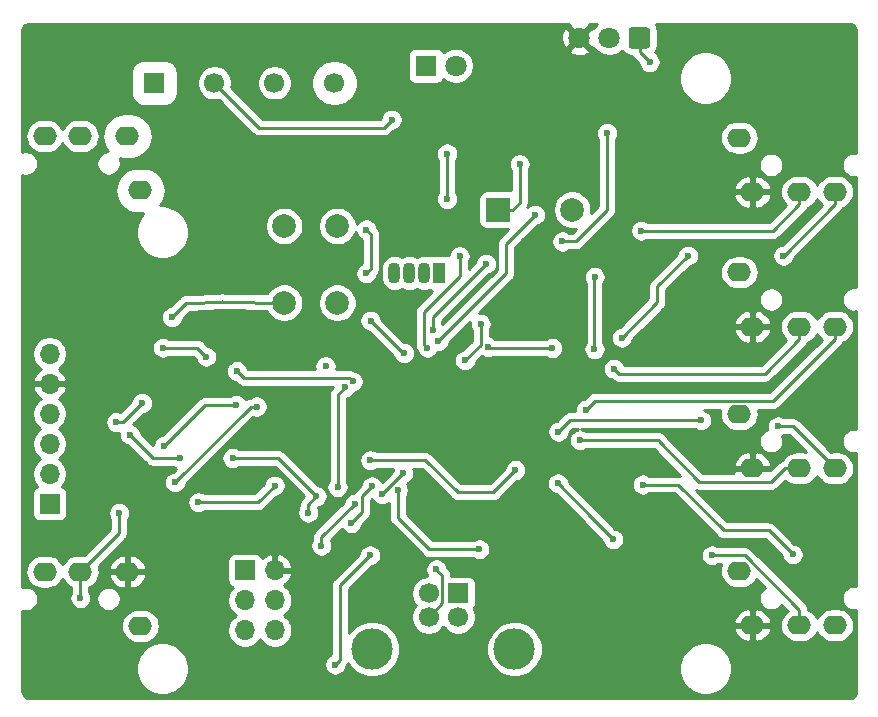
<source format=gtl>
G04 #@! TF.GenerationSoftware,KiCad,Pcbnew,5.1.7-a382d34a8~87~ubuntu20.04.1*
G04 #@! TF.CreationDate,2020-11-13T16:05:12-05:00*
G04 #@! TF.ProjectId,atmega32u4_hub_pcb_1_3,61746d65-6761-4333-9275-345f6875625f,1.3*
G04 #@! TF.SameCoordinates,Original*
G04 #@! TF.FileFunction,Copper,L1,Top*
G04 #@! TF.FilePolarity,Positive*
%FSLAX46Y46*%
G04 Gerber Fmt 4.6, Leading zero omitted, Abs format (unit mm)*
G04 Created by KiCad (PCBNEW 5.1.7-a382d34a8~87~ubuntu20.04.1) date 2020-11-13 16:05:12*
%MOMM*%
%LPD*%
G01*
G04 APERTURE LIST*
G04 #@! TA.AperFunction,ComponentPad*
%ADD10O,1.700000X1.700000*%
G04 #@! TD*
G04 #@! TA.AperFunction,ComponentPad*
%ADD11R,1.700000X1.700000*%
G04 #@! TD*
G04 #@! TA.AperFunction,ComponentPad*
%ADD12C,1.800000*%
G04 #@! TD*
G04 #@! TA.AperFunction,ComponentPad*
%ADD13O,2.000000X1.600000*%
G04 #@! TD*
G04 #@! TA.AperFunction,ComponentPad*
%ADD14R,1.800000X1.800000*%
G04 #@! TD*
G04 #@! TA.AperFunction,ComponentPad*
%ADD15C,2.000000*%
G04 #@! TD*
G04 #@! TA.AperFunction,ComponentPad*
%ADD16C,3.500000*%
G04 #@! TD*
G04 #@! TA.AperFunction,ComponentPad*
%ADD17C,1.700000*%
G04 #@! TD*
G04 #@! TA.AperFunction,ComponentPad*
%ADD18O,1.070000X1.800000*%
G04 #@! TD*
G04 #@! TA.AperFunction,ComponentPad*
%ADD19R,1.070000X1.800000*%
G04 #@! TD*
G04 #@! TA.AperFunction,ComponentPad*
%ADD20R,2.000000X2.000000*%
G04 #@! TD*
G04 #@! TA.AperFunction,ViaPad*
%ADD21C,0.600000*%
G04 #@! TD*
G04 #@! TA.AperFunction,ViaPad*
%ADD22C,0.800000*%
G04 #@! TD*
G04 #@! TA.AperFunction,Conductor*
%ADD23C,0.250000*%
G04 #@! TD*
G04 #@! TA.AperFunction,Conductor*
%ADD24C,0.500000*%
G04 #@! TD*
G04 #@! TA.AperFunction,Conductor*
%ADD25C,0.300000*%
G04 #@! TD*
G04 #@! TA.AperFunction,Conductor*
%ADD26C,0.254000*%
G04 #@! TD*
G04 #@! TA.AperFunction,Conductor*
%ADD27C,0.100000*%
G04 #@! TD*
G04 APERTURE END LIST*
D10*
X111455200Y-100330000D03*
X111455200Y-102870000D03*
X111455200Y-105410000D03*
X111455200Y-107950000D03*
X111455200Y-110490000D03*
D11*
X111455200Y-113030000D03*
D12*
X156311600Y-73596500D03*
X158851600Y-73596500D03*
G04 #@! TA.AperFunction,ComponentPad*
G36*
G01*
X162291600Y-72944900D02*
X162291600Y-74248100D01*
G75*
G02*
X162043200Y-74496500I-248400J0D01*
G01*
X160740000Y-74496500D01*
G75*
G02*
X160491600Y-74248100I0J248400D01*
G01*
X160491600Y-72944900D01*
G75*
G02*
X160740000Y-72696500I248400J0D01*
G01*
X162043200Y-72696500D01*
G75*
G02*
X162291600Y-72944900I0J-248400D01*
G01*
G37*
G04 #@! TD.AperFunction*
D13*
X169850000Y-118717000D03*
X170950000Y-123317000D03*
X177950000Y-123317000D03*
X174950000Y-123317000D03*
D11*
X128000000Y-118668800D03*
D10*
X130540000Y-118668800D03*
X128000000Y-121208800D03*
X130540000Y-121208800D03*
X128000000Y-123748800D03*
X130540000Y-123748800D03*
D12*
X145859500Y-75946000D03*
D14*
X143319500Y-75946000D03*
D15*
X131318000Y-89512000D03*
X135818000Y-89512000D03*
X131318000Y-96012000D03*
X135818000Y-96012000D03*
D16*
X138780000Y-125334600D03*
X150820000Y-125334600D03*
D17*
X146050000Y-122624600D03*
X143550000Y-122624600D03*
X143550000Y-120624600D03*
D11*
X146050000Y-120624600D03*
D18*
X140652500Y-93472000D03*
X141922500Y-93472000D03*
X143192500Y-93472000D03*
D19*
X144462500Y-93472000D03*
D13*
X169850000Y-105438800D03*
X170950000Y-110038800D03*
X177950000Y-110038800D03*
X174950000Y-110038800D03*
X169850000Y-93437300D03*
X170950000Y-98037300D03*
X177950000Y-98037300D03*
X174950000Y-98037300D03*
X169850000Y-82032700D03*
X170950000Y-86632700D03*
X177950000Y-86632700D03*
X174950000Y-86632700D03*
X119150000Y-123377100D03*
X118050000Y-118777100D03*
X111050000Y-118777100D03*
X114050000Y-118777100D03*
X119150000Y-86509000D03*
X118050000Y-81909000D03*
X111050000Y-81909000D03*
X114050000Y-81909000D03*
D17*
X135572500Y-77406500D03*
X130492500Y-77406500D03*
X125412500Y-77406500D03*
D11*
X120322500Y-77406500D03*
D15*
X155702800Y-88128000D03*
D20*
X149402800Y-88138000D03*
D21*
X144348200Y-99288600D03*
X152577800Y-88569800D03*
X146172109Y-92070571D03*
X145116500Y-83381900D03*
X145116500Y-87242700D03*
X143442390Y-99818503D03*
X135839200Y-111607600D03*
X124046872Y-112902896D03*
X130505200Y-111506000D03*
X136497049Y-103177351D03*
X114071400Y-121005600D03*
X134823200Y-101386810D03*
X128981200Y-104800400D03*
X122072400Y-111226600D03*
X117348000Y-113817400D03*
X156845000Y-105105200D03*
X159223338Y-101601854D03*
X154533600Y-106934000D03*
X173126400Y-106476800D03*
X166624000Y-105968800D03*
X156349700Y-107659010D03*
X159905700Y-98971100D03*
X165506400Y-92024200D03*
X173583600Y-92024200D03*
X157593933Y-99952103D03*
X157607000Y-93827600D03*
X161544000Y-89915998D03*
D22*
X149733000Y-80200500D03*
X151828500Y-119672100D03*
X151828500Y-120561100D03*
X151828500Y-121577100D03*
X152654000Y-120561100D03*
X152654000Y-119672100D03*
X152654000Y-121577100D03*
X135636000Y-93472000D03*
X156133800Y-84747100D03*
X141833600Y-83550400D03*
X147447000Y-109524800D03*
X123444000Y-101396800D03*
X112496600Y-125272800D03*
D21*
X145616407Y-110272690D03*
X142440500Y-111328200D03*
X138004256Y-107034610D03*
D22*
X147534151Y-101815552D03*
X135549457Y-99756143D03*
X139931051Y-101049775D03*
D21*
X146625700Y-100888800D03*
X147960000Y-97815500D03*
X148564600Y-99771200D03*
X154025600Y-99847400D03*
X121818400Y-97231200D03*
X122478800Y-109169200D03*
X126949200Y-109169200D03*
X133350000Y-113792000D03*
X134057005Y-112392788D03*
X118262400Y-107200702D03*
X134467600Y-116586000D03*
X137287000Y-113030000D03*
X137007600Y-114655600D03*
X138747500Y-111569500D03*
X135636000Y-126644400D03*
X138582400Y-117398800D03*
X139598400Y-112242600D03*
X141401800Y-110464600D03*
X140944600Y-111861600D03*
X147853400Y-116890800D03*
X144208500Y-118592600D03*
X140411200Y-80518000D03*
X138277600Y-93522800D03*
X138277600Y-89814400D03*
X138633200Y-97536000D03*
X141464321Y-100267479D03*
X154879000Y-90827900D03*
X158661100Y-81622900D03*
X162255200Y-75626800D03*
X148412200Y-92722700D03*
X143891000Y-98298000D03*
X138607800Y-109347000D03*
X150901400Y-110185200D03*
X161696400Y-111404400D03*
X174371000Y-117322600D03*
X154495500Y-111315500D03*
X159194500Y-116052600D03*
X167538400Y-117398800D03*
X119278400Y-104502485D03*
X117094000Y-106121200D03*
X121056400Y-99822000D03*
X124714000Y-100584000D03*
X127304800Y-101803200D03*
X137124028Y-102680445D03*
X127254000Y-104673400D03*
X121158000Y-108102400D03*
X151257000Y-84289900D03*
D23*
X144348200Y-99288600D02*
X150114000Y-93522800D01*
X150114000Y-93522800D02*
X150114000Y-91033600D01*
X150114000Y-91033600D02*
X152577800Y-88569800D01*
X145116500Y-83381900D02*
X145116500Y-87242700D01*
X146172109Y-93782393D02*
X143142391Y-96812111D01*
X143142391Y-99518504D02*
X143442390Y-99818503D01*
X143142391Y-96812111D02*
X143142391Y-99518504D01*
X146172109Y-92070571D02*
X146172109Y-93782393D01*
X130505200Y-111506000D02*
X129108304Y-112902896D01*
X129108304Y-112902896D02*
X124046872Y-112902896D01*
X135839200Y-111607600D02*
X135839200Y-103835200D01*
X135839200Y-103835200D02*
X136497049Y-103177351D01*
X114050000Y-119827100D02*
X114071400Y-119848500D01*
X114050000Y-118777100D02*
X114050000Y-119827100D01*
X114071400Y-119848500D02*
X114071400Y-121005600D01*
X128981200Y-104800400D02*
X128498600Y-104800400D01*
X128498600Y-104800400D02*
X122072400Y-111226600D01*
X117348000Y-115479100D02*
X114050000Y-118777100D01*
X117348000Y-113817400D02*
X117348000Y-115479100D01*
X172723510Y-104313790D02*
X177950000Y-99087300D01*
X177950000Y-99087300D02*
X177950000Y-98037300D01*
X157636410Y-104313790D02*
X172723510Y-104313790D01*
X156845000Y-105105200D02*
X157636410Y-104313790D01*
X174950000Y-99087300D02*
X174950000Y-98037300D01*
X171999938Y-102037362D02*
X174950000Y-99087300D01*
X159658846Y-102037362D02*
X171999938Y-102037362D01*
X159223338Y-101601854D02*
X159658846Y-102037362D01*
X174391600Y-106476800D02*
X173126400Y-106476800D01*
X177950000Y-110035200D02*
X174391600Y-106476800D01*
X177950000Y-110038800D02*
X177950000Y-110035200D01*
X155498800Y-105968800D02*
X166624000Y-105968800D01*
X154533600Y-106934000D02*
X155498800Y-105968800D01*
X173700000Y-110038800D02*
X174950000Y-110038800D01*
X172574990Y-111163810D02*
X173700000Y-110038800D01*
X156349700Y-107659010D02*
X163017610Y-107659010D01*
X166434210Y-111163810D02*
X172574990Y-111163810D01*
X163017610Y-107659010D02*
X163017610Y-107747210D01*
X163017610Y-107747210D02*
X166434210Y-111163810D01*
X159905700Y-98971100D02*
X162910510Y-95966290D01*
X162910510Y-94620090D02*
X165506400Y-92024200D01*
X162910510Y-95966290D02*
X162910510Y-94620090D01*
X177950000Y-87682700D02*
X173608500Y-92024200D01*
X177950000Y-86632700D02*
X177950000Y-87682700D01*
X157593933Y-99952103D02*
X157593933Y-93853369D01*
X174950000Y-87682700D02*
X172716702Y-89915998D01*
X174950000Y-86632700D02*
X174950000Y-87682700D01*
X172716702Y-89915998D02*
X161544000Y-89915998D01*
D24*
X171462700Y-87172600D02*
X170922800Y-86632700D01*
D25*
X135549457Y-99756143D02*
X138637419Y-99756143D01*
X138637419Y-99756143D02*
X139931051Y-101049775D01*
D23*
X147960000Y-99554500D02*
X146625700Y-100888800D01*
X147960000Y-97815500D02*
X147960000Y-99554500D01*
X148640800Y-99847400D02*
X148564600Y-99771200D01*
X154025600Y-99847400D02*
X148640800Y-99847400D01*
X123037600Y-96012000D02*
X121818400Y-97231200D01*
X131318000Y-96012000D02*
X126339600Y-95910400D01*
X126071999Y-95873201D02*
X126034800Y-95910400D01*
X126339600Y-95910400D02*
X126034800Y-95910400D01*
X126034800Y-95910400D02*
X123037600Y-96012000D01*
X130833417Y-109169200D02*
X134057005Y-112392788D01*
X126949200Y-109169200D02*
X130833417Y-109169200D01*
X133350000Y-113099793D02*
X134057005Y-112392788D01*
X133350000Y-113792000D02*
X133350000Y-113099793D01*
X122478800Y-109169200D02*
X120230898Y-109169200D01*
X120230898Y-109169200D02*
X118262400Y-107200702D01*
X134467600Y-115849400D02*
X137287000Y-113030000D01*
X134467600Y-116586000D02*
X134467600Y-115849400D01*
X137912001Y-112404999D02*
X137912001Y-113751199D01*
X137912001Y-113751199D02*
X137007600Y-114655600D01*
X138747500Y-111569500D02*
X137912001Y-112404999D01*
X136035999Y-126244401D02*
X136035999Y-119945201D01*
X136035999Y-119945201D02*
X138582400Y-117398800D01*
X135636000Y-126644400D02*
X136035999Y-126244401D01*
X139623800Y-112242600D02*
X139598400Y-112242600D01*
X141401800Y-110464600D02*
X139623800Y-112242600D01*
X140944600Y-111861600D02*
X140944600Y-114223800D01*
X140944600Y-114223800D02*
X143611600Y-116890800D01*
X143611600Y-116890800D02*
X147853400Y-116890800D01*
X144725001Y-121449599D02*
X144725001Y-119109101D01*
X143550000Y-122624600D02*
X144725001Y-121449599D01*
X144725001Y-119109101D02*
X144208500Y-118592600D01*
X144208500Y-118592600D02*
X144272000Y-118656100D01*
X125412500Y-77406500D02*
X129184400Y-81178400D01*
X139750800Y-81178400D02*
X140411200Y-80518000D01*
X129184400Y-81178400D02*
X139750800Y-81178400D01*
X138277600Y-89814400D02*
X138677599Y-90214399D01*
X138677599Y-90214399D02*
X138677599Y-93122801D01*
X138677599Y-93122801D02*
X138277600Y-93522800D01*
X138633200Y-97536000D02*
X141364679Y-100267479D01*
X141364679Y-100267479D02*
X141464321Y-100267479D01*
X161442400Y-74814000D02*
X162255200Y-75626800D01*
X161442400Y-73914000D02*
X161442400Y-74814000D01*
X154879000Y-90827900D02*
X156009300Y-90827900D01*
X158661100Y-88176100D02*
X158661100Y-81622900D01*
X156009300Y-90827900D02*
X158661100Y-88176100D01*
X143891000Y-98298000D02*
X143891000Y-97243900D01*
X143891000Y-97243900D02*
X148412200Y-92722700D01*
X138607800Y-109347000D02*
X143281400Y-109347000D01*
X143281400Y-109347000D02*
X145999200Y-112064800D01*
X145999200Y-112064800D02*
X149021800Y-112064800D01*
X149021800Y-112064800D02*
X150901400Y-110185200D01*
X161696400Y-111404400D02*
X164642800Y-111404400D01*
X164642800Y-111404400D02*
X168529000Y-115290600D01*
X168529000Y-115290600D02*
X172339000Y-115290600D01*
X172339000Y-115290600D02*
X174371000Y-117322600D01*
X154495500Y-111315500D02*
X157467300Y-114287300D01*
X157467300Y-114287300D02*
X157467300Y-114325400D01*
X157467300Y-114325400D02*
X159194500Y-116052600D01*
X174950000Y-122025996D02*
X170322804Y-117398800D01*
X170322804Y-117398800D02*
X167538400Y-117398800D01*
X174950000Y-123317000D02*
X174950000Y-122025996D01*
X117094000Y-106121200D02*
X117659685Y-106121200D01*
X117659685Y-106121200D02*
X119278400Y-104502485D01*
X123952000Y-99822000D02*
X124714000Y-100584000D01*
X121056400Y-99822000D02*
X123952000Y-99822000D01*
X127304800Y-101803200D02*
X127882046Y-102380446D01*
X127882046Y-102380446D02*
X136824029Y-102380446D01*
X136824029Y-102380446D02*
X137124028Y-102680445D01*
X124587000Y-104673400D02*
X121158000Y-108102400D01*
X127254000Y-104673400D02*
X124587000Y-104673400D01*
X150652800Y-88138000D02*
X151257000Y-87533800D01*
X149402800Y-88138000D02*
X150652800Y-88138000D01*
X151257000Y-87533800D02*
X151257000Y-84289900D01*
D26*
X155461010Y-72429496D02*
X155427125Y-72532420D01*
X156311600Y-73416895D01*
X157196075Y-72532420D01*
X157162428Y-72430219D01*
X157846773Y-72430510D01*
X157659288Y-72617995D01*
X157556649Y-72771605D01*
X157375680Y-72712025D01*
X156491205Y-73596500D01*
X157375680Y-74480975D01*
X157556649Y-74421395D01*
X157659288Y-74575005D01*
X157873095Y-74788812D01*
X158124505Y-74956799D01*
X158403857Y-75072511D01*
X158700416Y-75131500D01*
X159002784Y-75131500D01*
X159299343Y-75072511D01*
X159578695Y-74956799D01*
X159830105Y-74788812D01*
X159959522Y-74659395D01*
X160002925Y-74740597D01*
X160113170Y-74874930D01*
X160247503Y-74985175D01*
X160400762Y-75067093D01*
X160567058Y-75117539D01*
X160740000Y-75134572D01*
X160751995Y-75134572D01*
X160807426Y-75238276D01*
X160878601Y-75325002D01*
X160902400Y-75354001D01*
X160931398Y-75377799D01*
X161332047Y-75778449D01*
X161356132Y-75899529D01*
X161426614Y-76069689D01*
X161528938Y-76222828D01*
X161659172Y-76353062D01*
X161812311Y-76455386D01*
X161982471Y-76525868D01*
X162163111Y-76561800D01*
X162347289Y-76561800D01*
X162527929Y-76525868D01*
X162698089Y-76455386D01*
X162851228Y-76353062D01*
X162981462Y-76222828D01*
X163083786Y-76069689D01*
X163154268Y-75899529D01*
X163190200Y-75718889D01*
X163190200Y-75534711D01*
X163154268Y-75354071D01*
X163083786Y-75183911D01*
X162981462Y-75030772D01*
X162851228Y-74900538D01*
X162720629Y-74813275D01*
X162780275Y-74740597D01*
X162862193Y-74587338D01*
X162912639Y-74421042D01*
X162929672Y-74248100D01*
X162929672Y-72944900D01*
X162912639Y-72771958D01*
X162862193Y-72605662D01*
X162780275Y-72452403D01*
X162764023Y-72432600D01*
X179283319Y-72439621D01*
X179364822Y-72464399D01*
X179469287Y-72520201D01*
X179560921Y-72595229D01*
X179636240Y-72686630D01*
X179692369Y-72790916D01*
X179727173Y-72904118D01*
X179742507Y-73052756D01*
X179744829Y-83316177D01*
X179651939Y-83297700D01*
X179448061Y-83297700D01*
X179248102Y-83337474D01*
X179059744Y-83415495D01*
X178890226Y-83528763D01*
X178746063Y-83672926D01*
X178632795Y-83842444D01*
X178554774Y-84030802D01*
X178515000Y-84230761D01*
X178515000Y-84434639D01*
X178554774Y-84634598D01*
X178632795Y-84822956D01*
X178746063Y-84992474D01*
X178890226Y-85136637D01*
X179059744Y-85249905D01*
X179248102Y-85327926D01*
X179448061Y-85367700D01*
X179651939Y-85367700D01*
X179745289Y-85349132D01*
X179747410Y-94721290D01*
X179651939Y-94702300D01*
X179448061Y-94702300D01*
X179248102Y-94742074D01*
X179059744Y-94820095D01*
X178890226Y-94933363D01*
X178746063Y-95077526D01*
X178632795Y-95247044D01*
X178554774Y-95435402D01*
X178515000Y-95635361D01*
X178515000Y-95839239D01*
X178554774Y-96039198D01*
X178632795Y-96227556D01*
X178746063Y-96397074D01*
X178890226Y-96541237D01*
X179059744Y-96654505D01*
X179248102Y-96732526D01*
X179448061Y-96772300D01*
X179651939Y-96772300D01*
X179747869Y-96753218D01*
X179750125Y-106723330D01*
X179651939Y-106703800D01*
X179448061Y-106703800D01*
X179248102Y-106743574D01*
X179059744Y-106821595D01*
X178890226Y-106934863D01*
X178746063Y-107079026D01*
X178632795Y-107248544D01*
X178554774Y-107436902D01*
X178515000Y-107636861D01*
X178515000Y-107840739D01*
X178554774Y-108040698D01*
X178632795Y-108229056D01*
X178746063Y-108398574D01*
X178890226Y-108542737D01*
X179059744Y-108656005D01*
X179248102Y-108734026D01*
X179448061Y-108773800D01*
X179651939Y-108773800D01*
X179750585Y-108754178D01*
X179753130Y-120002128D01*
X179651939Y-119982000D01*
X179448061Y-119982000D01*
X179248102Y-120021774D01*
X179059744Y-120099795D01*
X178890226Y-120213063D01*
X178746063Y-120357226D01*
X178632795Y-120526744D01*
X178554774Y-120715102D01*
X178515000Y-120915061D01*
X178515000Y-121118939D01*
X178554774Y-121318898D01*
X178632795Y-121507256D01*
X178746063Y-121676774D01*
X178890226Y-121820937D01*
X179059744Y-121934205D01*
X179248102Y-122012226D01*
X179448061Y-122052000D01*
X179651939Y-122052000D01*
X179753589Y-122031781D01*
X179755178Y-129056030D01*
X179730464Y-129137323D01*
X179674662Y-129241787D01*
X179599632Y-129333423D01*
X179508233Y-129408741D01*
X179403948Y-129464869D01*
X179290746Y-129499673D01*
X179142172Y-129515000D01*
X109619040Y-129515000D01*
X109537677Y-129490264D01*
X109433213Y-129434462D01*
X109341577Y-129359432D01*
X109266259Y-129268033D01*
X109210131Y-129163748D01*
X109175327Y-129050546D01*
X109160000Y-128901972D01*
X109160000Y-126777249D01*
X118738371Y-126777249D01*
X118738371Y-127222751D01*
X118825284Y-127659693D01*
X118995770Y-128071283D01*
X119243278Y-128441704D01*
X119558296Y-128756722D01*
X119928717Y-129004230D01*
X120340307Y-129174716D01*
X120777249Y-129261629D01*
X121222751Y-129261629D01*
X121659693Y-129174716D01*
X122071283Y-129004230D01*
X122441704Y-128756722D01*
X122756722Y-128441704D01*
X123004230Y-128071283D01*
X123174716Y-127659693D01*
X123261629Y-127222751D01*
X123261629Y-126777249D01*
X123216887Y-126552311D01*
X134701000Y-126552311D01*
X134701000Y-126736489D01*
X134736932Y-126917129D01*
X134807414Y-127087289D01*
X134909738Y-127240428D01*
X135039972Y-127370662D01*
X135193111Y-127472986D01*
X135363271Y-127543468D01*
X135543911Y-127579400D01*
X135728089Y-127579400D01*
X135908729Y-127543468D01*
X136078889Y-127472986D01*
X136232028Y-127370662D01*
X136362262Y-127240428D01*
X136464586Y-127087289D01*
X136535068Y-126917129D01*
X136558635Y-126798653D01*
X136576000Y-126784402D01*
X136670973Y-126668677D01*
X136729644Y-126558913D01*
X136927450Y-126854949D01*
X137259651Y-127187150D01*
X137650279Y-127448160D01*
X138084321Y-127627946D01*
X138545098Y-127719600D01*
X139014902Y-127719600D01*
X139475679Y-127627946D01*
X139909721Y-127448160D01*
X140300349Y-127187150D01*
X140632550Y-126854949D01*
X140893560Y-126464321D01*
X141073346Y-126030279D01*
X141165000Y-125569502D01*
X141165000Y-125099698D01*
X148435000Y-125099698D01*
X148435000Y-125569502D01*
X148526654Y-126030279D01*
X148706440Y-126464321D01*
X148967450Y-126854949D01*
X149299651Y-127187150D01*
X149690279Y-127448160D01*
X150124321Y-127627946D01*
X150585098Y-127719600D01*
X151054902Y-127719600D01*
X151515679Y-127627946D01*
X151949721Y-127448160D01*
X152340349Y-127187150D01*
X152672550Y-126854949D01*
X152724467Y-126777249D01*
X164738371Y-126777249D01*
X164738371Y-127222751D01*
X164825284Y-127659693D01*
X164995770Y-128071283D01*
X165243278Y-128441704D01*
X165558296Y-128756722D01*
X165928717Y-129004230D01*
X166340307Y-129174716D01*
X166777249Y-129261629D01*
X167222751Y-129261629D01*
X167659693Y-129174716D01*
X168071283Y-129004230D01*
X168441704Y-128756722D01*
X168756722Y-128441704D01*
X169004230Y-128071283D01*
X169174716Y-127659693D01*
X169261629Y-127222751D01*
X169261629Y-126777249D01*
X169174716Y-126340307D01*
X169004230Y-125928717D01*
X168756722Y-125558296D01*
X168441704Y-125243278D01*
X168071283Y-124995770D01*
X167659693Y-124825284D01*
X167222751Y-124738371D01*
X166777249Y-124738371D01*
X166340307Y-124825284D01*
X165928717Y-124995770D01*
X165558296Y-125243278D01*
X165243278Y-125558296D01*
X164995770Y-125928717D01*
X164825284Y-126340307D01*
X164738371Y-126777249D01*
X152724467Y-126777249D01*
X152933560Y-126464321D01*
X153113346Y-126030279D01*
X153205000Y-125569502D01*
X153205000Y-125099698D01*
X153113346Y-124638921D01*
X152933560Y-124204879D01*
X152672550Y-123814251D01*
X152524338Y-123666039D01*
X169358096Y-123666039D01*
X169368556Y-123723730D01*
X169474449Y-123985421D01*
X169629361Y-124221425D01*
X169827338Y-124422673D01*
X170060773Y-124581430D01*
X170320694Y-124691596D01*
X170597113Y-124748937D01*
X170823000Y-124596474D01*
X170823000Y-123444000D01*
X171077000Y-123444000D01*
X171077000Y-124596474D01*
X171302887Y-124748937D01*
X171579306Y-124691596D01*
X171839227Y-124581430D01*
X172072662Y-124422673D01*
X172270639Y-124221425D01*
X172425551Y-123985421D01*
X172531444Y-123723730D01*
X172541904Y-123666039D01*
X172419915Y-123444000D01*
X171077000Y-123444000D01*
X170823000Y-123444000D01*
X169480085Y-123444000D01*
X169358096Y-123666039D01*
X152524338Y-123666039D01*
X152340349Y-123482050D01*
X151949721Y-123221040D01*
X151515679Y-123041254D01*
X151147210Y-122967961D01*
X169358096Y-122967961D01*
X169480085Y-123190000D01*
X170823000Y-123190000D01*
X170823000Y-122037526D01*
X171077000Y-122037526D01*
X171077000Y-123190000D01*
X172419915Y-123190000D01*
X172541904Y-122967961D01*
X172531444Y-122910270D01*
X172425551Y-122648579D01*
X172270639Y-122412575D01*
X172072662Y-122211327D01*
X171839227Y-122052570D01*
X171579306Y-121942404D01*
X171302887Y-121885063D01*
X171077000Y-122037526D01*
X170823000Y-122037526D01*
X170597113Y-121885063D01*
X170320694Y-121942404D01*
X170060773Y-122052570D01*
X169827338Y-122211327D01*
X169629361Y-122412575D01*
X169474449Y-122648579D01*
X169368556Y-122910270D01*
X169358096Y-122967961D01*
X151147210Y-122967961D01*
X151054902Y-122949600D01*
X150585098Y-122949600D01*
X150124321Y-123041254D01*
X149690279Y-123221040D01*
X149299651Y-123482050D01*
X148967450Y-123814251D01*
X148706440Y-124204879D01*
X148526654Y-124638921D01*
X148435000Y-125099698D01*
X141165000Y-125099698D01*
X141073346Y-124638921D01*
X140893560Y-124204879D01*
X140632550Y-123814251D01*
X140300349Y-123482050D01*
X139909721Y-123221040D01*
X139475679Y-123041254D01*
X139014902Y-122949600D01*
X138545098Y-122949600D01*
X138084321Y-123041254D01*
X137650279Y-123221040D01*
X137259651Y-123482050D01*
X136927450Y-123814251D01*
X136795999Y-124010981D01*
X136795999Y-120478340D01*
X142065000Y-120478340D01*
X142065000Y-120770860D01*
X142122068Y-121057758D01*
X142234010Y-121328011D01*
X142396525Y-121571232D01*
X142449893Y-121624600D01*
X142396525Y-121677968D01*
X142234010Y-121921189D01*
X142122068Y-122191442D01*
X142065000Y-122478340D01*
X142065000Y-122770860D01*
X142122068Y-123057758D01*
X142234010Y-123328011D01*
X142396525Y-123571232D01*
X142603368Y-123778075D01*
X142846589Y-123940590D01*
X143116842Y-124052532D01*
X143403740Y-124109600D01*
X143696260Y-124109600D01*
X143983158Y-124052532D01*
X144253411Y-123940590D01*
X144496632Y-123778075D01*
X144703475Y-123571232D01*
X144800000Y-123426772D01*
X144896525Y-123571232D01*
X145103368Y-123778075D01*
X145346589Y-123940590D01*
X145616842Y-124052532D01*
X145903740Y-124109600D01*
X146196260Y-124109600D01*
X146483158Y-124052532D01*
X146753411Y-123940590D01*
X146996632Y-123778075D01*
X147203475Y-123571232D01*
X147365990Y-123328011D01*
X147477932Y-123057758D01*
X147535000Y-122770860D01*
X147535000Y-122478340D01*
X147477932Y-122191442D01*
X147365990Y-121921189D01*
X147361038Y-121913778D01*
X147430537Y-121829094D01*
X147489502Y-121718780D01*
X147525812Y-121599082D01*
X147538072Y-121474600D01*
X147538072Y-119774600D01*
X147525812Y-119650118D01*
X147489502Y-119530420D01*
X147430537Y-119420106D01*
X147351185Y-119323415D01*
X147254494Y-119244063D01*
X147144180Y-119185098D01*
X147024482Y-119148788D01*
X146900000Y-119136528D01*
X145485976Y-119136528D01*
X145488677Y-119109101D01*
X145485001Y-119071776D01*
X145485001Y-119071768D01*
X145474004Y-118960115D01*
X145430547Y-118816854D01*
X145359975Y-118684825D01*
X145265002Y-118569100D01*
X145236003Y-118545301D01*
X145131653Y-118440951D01*
X145107568Y-118319871D01*
X145037086Y-118149711D01*
X144934762Y-117996572D01*
X144804528Y-117866338D01*
X144651389Y-117764014D01*
X144481229Y-117693532D01*
X144300589Y-117657600D01*
X144116411Y-117657600D01*
X143935771Y-117693532D01*
X143765611Y-117764014D01*
X143612472Y-117866338D01*
X143482238Y-117996572D01*
X143379914Y-118149711D01*
X143309432Y-118319871D01*
X143273500Y-118500511D01*
X143273500Y-118684689D01*
X143309432Y-118865329D01*
X143379914Y-119035489D01*
X143449479Y-119139600D01*
X143403740Y-119139600D01*
X143116842Y-119196668D01*
X142846589Y-119308610D01*
X142603368Y-119471125D01*
X142396525Y-119677968D01*
X142234010Y-119921189D01*
X142122068Y-120191442D01*
X142065000Y-120478340D01*
X136795999Y-120478340D01*
X136795999Y-120260002D01*
X138734049Y-118321953D01*
X138855129Y-118297868D01*
X139025289Y-118227386D01*
X139178428Y-118125062D01*
X139308662Y-117994828D01*
X139410986Y-117841689D01*
X139481468Y-117671529D01*
X139517400Y-117490889D01*
X139517400Y-117306711D01*
X139481468Y-117126071D01*
X139410986Y-116955911D01*
X139308662Y-116802772D01*
X139178428Y-116672538D01*
X139025289Y-116570214D01*
X138855129Y-116499732D01*
X138674489Y-116463800D01*
X138490311Y-116463800D01*
X138309671Y-116499732D01*
X138139511Y-116570214D01*
X137986372Y-116672538D01*
X137856138Y-116802772D01*
X137753814Y-116955911D01*
X137683332Y-117126071D01*
X137659247Y-117247151D01*
X135524997Y-119381402D01*
X135495999Y-119405200D01*
X135472201Y-119434198D01*
X135472200Y-119434199D01*
X135401025Y-119520925D01*
X135330453Y-119652955D01*
X135321787Y-119681525D01*
X135286997Y-119796215D01*
X135285524Y-119811167D01*
X135272323Y-119945201D01*
X135276000Y-119982533D01*
X135275999Y-125781481D01*
X135193111Y-125815814D01*
X135039972Y-125918138D01*
X134909738Y-126048372D01*
X134807414Y-126201511D01*
X134736932Y-126371671D01*
X134701000Y-126552311D01*
X123216887Y-126552311D01*
X123174716Y-126340307D01*
X123004230Y-125928717D01*
X122756722Y-125558296D01*
X122441704Y-125243278D01*
X122071283Y-124995770D01*
X121659693Y-124825284D01*
X121222751Y-124738371D01*
X120777249Y-124738371D01*
X120340307Y-124825284D01*
X119928717Y-124995770D01*
X119558296Y-125243278D01*
X119243278Y-125558296D01*
X118995770Y-125928717D01*
X118825284Y-126340307D01*
X118738371Y-126777249D01*
X109160000Y-126777249D01*
X109160000Y-123377100D01*
X117508057Y-123377100D01*
X117535764Y-123658409D01*
X117617818Y-123928908D01*
X117751068Y-124178201D01*
X117930392Y-124396708D01*
X118148899Y-124576032D01*
X118398192Y-124709282D01*
X118668691Y-124791336D01*
X118879508Y-124812100D01*
X119420492Y-124812100D01*
X119631309Y-124791336D01*
X119901808Y-124709282D01*
X120151101Y-124576032D01*
X120369608Y-124396708D01*
X120548932Y-124178201D01*
X120682182Y-123928908D01*
X120764236Y-123658409D01*
X120791943Y-123377100D01*
X120764236Y-123095791D01*
X120682182Y-122825292D01*
X120548932Y-122575999D01*
X120369608Y-122357492D01*
X120151101Y-122178168D01*
X119901808Y-122044918D01*
X119631309Y-121962864D01*
X119420492Y-121942100D01*
X118879508Y-121942100D01*
X118668691Y-121962864D01*
X118398192Y-122044918D01*
X118148899Y-122178168D01*
X117930392Y-122357492D01*
X117751068Y-122575999D01*
X117617818Y-122825292D01*
X117535764Y-123095791D01*
X117508057Y-123377100D01*
X109160000Y-123377100D01*
X109160000Y-122074693D01*
X109348061Y-122112100D01*
X109551939Y-122112100D01*
X109751898Y-122072326D01*
X109940256Y-121994305D01*
X110109774Y-121881037D01*
X110253937Y-121736874D01*
X110367205Y-121567356D01*
X110445226Y-121378998D01*
X110485000Y-121179039D01*
X110485000Y-120975161D01*
X110445226Y-120775202D01*
X110367205Y-120586844D01*
X110253937Y-120417326D01*
X110109774Y-120273163D01*
X109940256Y-120159895D01*
X109751898Y-120081874D01*
X109551939Y-120042100D01*
X109348061Y-120042100D01*
X109160000Y-120079507D01*
X109160000Y-118777100D01*
X109408057Y-118777100D01*
X109435764Y-119058409D01*
X109517818Y-119328908D01*
X109651068Y-119578201D01*
X109830392Y-119796708D01*
X110048899Y-119976032D01*
X110298192Y-120109282D01*
X110568691Y-120191336D01*
X110779508Y-120212100D01*
X111320492Y-120212100D01*
X111531309Y-120191336D01*
X111801808Y-120109282D01*
X112051101Y-119976032D01*
X112269608Y-119796708D01*
X112448932Y-119578201D01*
X112550000Y-119389116D01*
X112651068Y-119578201D01*
X112830392Y-119796708D01*
X113048899Y-119976032D01*
X113298192Y-120109282D01*
X113311400Y-120113289D01*
X113311401Y-120460064D01*
X113242814Y-120562711D01*
X113172332Y-120732871D01*
X113136400Y-120913511D01*
X113136400Y-121097689D01*
X113172332Y-121278329D01*
X113242814Y-121448489D01*
X113345138Y-121601628D01*
X113475372Y-121731862D01*
X113628511Y-121834186D01*
X113798671Y-121904668D01*
X113979311Y-121940600D01*
X114163489Y-121940600D01*
X114344129Y-121904668D01*
X114514289Y-121834186D01*
X114667428Y-121731862D01*
X114797662Y-121601628D01*
X114899986Y-121448489D01*
X114970468Y-121278329D01*
X115006400Y-121097689D01*
X115006400Y-120975161D01*
X115415000Y-120975161D01*
X115415000Y-121179039D01*
X115454774Y-121378998D01*
X115532795Y-121567356D01*
X115646063Y-121736874D01*
X115790226Y-121881037D01*
X115959744Y-121994305D01*
X116148102Y-122072326D01*
X116348061Y-122112100D01*
X116551939Y-122112100D01*
X116751898Y-122072326D01*
X116940256Y-121994305D01*
X117109774Y-121881037D01*
X117253937Y-121736874D01*
X117367205Y-121567356D01*
X117445226Y-121378998D01*
X117485000Y-121179039D01*
X117485000Y-120975161D01*
X117445226Y-120775202D01*
X117367205Y-120586844D01*
X117253937Y-120417326D01*
X117109774Y-120273163D01*
X116940256Y-120159895D01*
X116751898Y-120081874D01*
X116551939Y-120042100D01*
X116348061Y-120042100D01*
X116148102Y-120081874D01*
X115959744Y-120159895D01*
X115790226Y-120273163D01*
X115646063Y-120417326D01*
X115532795Y-120586844D01*
X115454774Y-120775202D01*
X115415000Y-120975161D01*
X115006400Y-120975161D01*
X115006400Y-120913511D01*
X114970468Y-120732871D01*
X114899986Y-120562711D01*
X114831400Y-120460065D01*
X114831400Y-120093465D01*
X115051101Y-119976032D01*
X115269608Y-119796708D01*
X115448932Y-119578201D01*
X115582182Y-119328908D01*
X115643690Y-119126139D01*
X116458096Y-119126139D01*
X116468556Y-119183830D01*
X116574449Y-119445521D01*
X116729361Y-119681525D01*
X116927338Y-119882773D01*
X117160773Y-120041530D01*
X117420694Y-120151696D01*
X117697113Y-120209037D01*
X117923000Y-120056574D01*
X117923000Y-118904100D01*
X118177000Y-118904100D01*
X118177000Y-120056574D01*
X118402887Y-120209037D01*
X118679306Y-120151696D01*
X118939227Y-120041530D01*
X119172662Y-119882773D01*
X119370639Y-119681525D01*
X119525551Y-119445521D01*
X119631444Y-119183830D01*
X119641904Y-119126139D01*
X119519915Y-118904100D01*
X118177000Y-118904100D01*
X117923000Y-118904100D01*
X116580085Y-118904100D01*
X116458096Y-119126139D01*
X115643690Y-119126139D01*
X115664236Y-119058409D01*
X115691943Y-118777100D01*
X115664236Y-118495791D01*
X115643691Y-118428061D01*
X116458096Y-118428061D01*
X116580085Y-118650100D01*
X117923000Y-118650100D01*
X117923000Y-117497626D01*
X118177000Y-117497626D01*
X118177000Y-118650100D01*
X119519915Y-118650100D01*
X119641904Y-118428061D01*
X119631444Y-118370370D01*
X119525551Y-118108679D01*
X119370639Y-117872675D01*
X119317640Y-117818800D01*
X126511928Y-117818800D01*
X126511928Y-119518800D01*
X126524188Y-119643282D01*
X126560498Y-119762980D01*
X126619463Y-119873294D01*
X126698815Y-119969985D01*
X126795506Y-120049337D01*
X126905820Y-120108302D01*
X126978380Y-120130313D01*
X126846525Y-120262168D01*
X126684010Y-120505389D01*
X126572068Y-120775642D01*
X126515000Y-121062540D01*
X126515000Y-121355060D01*
X126572068Y-121641958D01*
X126684010Y-121912211D01*
X126846525Y-122155432D01*
X127053368Y-122362275D01*
X127227760Y-122478800D01*
X127053368Y-122595325D01*
X126846525Y-122802168D01*
X126684010Y-123045389D01*
X126572068Y-123315642D01*
X126515000Y-123602540D01*
X126515000Y-123895060D01*
X126572068Y-124181958D01*
X126684010Y-124452211D01*
X126846525Y-124695432D01*
X127053368Y-124902275D01*
X127296589Y-125064790D01*
X127566842Y-125176732D01*
X127853740Y-125233800D01*
X128146260Y-125233800D01*
X128433158Y-125176732D01*
X128703411Y-125064790D01*
X128946632Y-124902275D01*
X129153475Y-124695432D01*
X129270000Y-124521040D01*
X129386525Y-124695432D01*
X129593368Y-124902275D01*
X129836589Y-125064790D01*
X130106842Y-125176732D01*
X130393740Y-125233800D01*
X130686260Y-125233800D01*
X130973158Y-125176732D01*
X131243411Y-125064790D01*
X131486632Y-124902275D01*
X131693475Y-124695432D01*
X131855990Y-124452211D01*
X131967932Y-124181958D01*
X132025000Y-123895060D01*
X132025000Y-123602540D01*
X131967932Y-123315642D01*
X131855990Y-123045389D01*
X131693475Y-122802168D01*
X131486632Y-122595325D01*
X131312240Y-122478800D01*
X131486632Y-122362275D01*
X131693475Y-122155432D01*
X131855990Y-121912211D01*
X131967932Y-121641958D01*
X132025000Y-121355060D01*
X132025000Y-121062540D01*
X131967932Y-120775642D01*
X131855990Y-120505389D01*
X131693475Y-120262168D01*
X131486632Y-120055325D01*
X131304466Y-119933605D01*
X131421355Y-119863978D01*
X131637588Y-119669069D01*
X131811641Y-119435720D01*
X131936825Y-119172899D01*
X131981476Y-119025690D01*
X131860155Y-118795800D01*
X130667000Y-118795800D01*
X130667000Y-118815800D01*
X130413000Y-118815800D01*
X130413000Y-118795800D01*
X130393000Y-118795800D01*
X130393000Y-118541800D01*
X130413000Y-118541800D01*
X130413000Y-117347986D01*
X130667000Y-117347986D01*
X130667000Y-118541800D01*
X131860155Y-118541800D01*
X131981476Y-118311910D01*
X131936825Y-118164701D01*
X131811641Y-117901880D01*
X131637588Y-117668531D01*
X131421355Y-117473622D01*
X131171252Y-117324643D01*
X130896891Y-117227319D01*
X130667000Y-117347986D01*
X130413000Y-117347986D01*
X130183109Y-117227319D01*
X129908748Y-117324643D01*
X129658645Y-117473622D01*
X129462498Y-117650426D01*
X129439502Y-117574620D01*
X129380537Y-117464306D01*
X129301185Y-117367615D01*
X129204494Y-117288263D01*
X129094180Y-117229298D01*
X128974482Y-117192988D01*
X128850000Y-117180728D01*
X127150000Y-117180728D01*
X127025518Y-117192988D01*
X126905820Y-117229298D01*
X126795506Y-117288263D01*
X126698815Y-117367615D01*
X126619463Y-117464306D01*
X126560498Y-117574620D01*
X126524188Y-117694318D01*
X126511928Y-117818800D01*
X119317640Y-117818800D01*
X119172662Y-117671427D01*
X118939227Y-117512670D01*
X118679306Y-117402504D01*
X118402887Y-117345163D01*
X118177000Y-117497626D01*
X117923000Y-117497626D01*
X117697113Y-117345163D01*
X117420694Y-117402504D01*
X117160773Y-117512670D01*
X116927338Y-117671427D01*
X116729361Y-117872675D01*
X116574449Y-118108679D01*
X116468556Y-118370370D01*
X116458096Y-118428061D01*
X115643691Y-118428061D01*
X115604159Y-118297742D01*
X117407990Y-116493911D01*
X133532600Y-116493911D01*
X133532600Y-116678089D01*
X133568532Y-116858729D01*
X133639014Y-117028889D01*
X133741338Y-117182028D01*
X133871572Y-117312262D01*
X134024711Y-117414586D01*
X134194871Y-117485068D01*
X134375511Y-117521000D01*
X134559689Y-117521000D01*
X134740329Y-117485068D01*
X134910489Y-117414586D01*
X135063628Y-117312262D01*
X135193862Y-117182028D01*
X135296186Y-117028889D01*
X135366668Y-116858729D01*
X135402600Y-116678089D01*
X135402600Y-116493911D01*
X135366668Y-116313271D01*
X135296186Y-116143111D01*
X135277162Y-116114639D01*
X136224795Y-115167006D01*
X136281338Y-115251628D01*
X136411572Y-115381862D01*
X136564711Y-115484186D01*
X136734871Y-115554668D01*
X136915511Y-115590600D01*
X137099689Y-115590600D01*
X137280329Y-115554668D01*
X137450489Y-115484186D01*
X137603628Y-115381862D01*
X137733862Y-115251628D01*
X137836186Y-115098489D01*
X137906668Y-114928329D01*
X137930753Y-114807249D01*
X138423004Y-114314998D01*
X138452002Y-114291200D01*
X138546975Y-114175475D01*
X138617547Y-114043446D01*
X138661004Y-113900185D01*
X138672001Y-113788532D01*
X138672001Y-113788523D01*
X138675677Y-113751200D01*
X138672001Y-113713877D01*
X138672001Y-112719800D01*
X138751215Y-112640586D01*
X138769814Y-112685489D01*
X138872138Y-112838628D01*
X139002372Y-112968862D01*
X139155511Y-113071186D01*
X139325671Y-113141668D01*
X139506311Y-113177600D01*
X139690489Y-113177600D01*
X139871129Y-113141668D01*
X140041289Y-113071186D01*
X140184600Y-112975429D01*
X140184601Y-114186468D01*
X140180924Y-114223800D01*
X140195598Y-114372785D01*
X140239054Y-114516046D01*
X140309626Y-114648076D01*
X140380801Y-114734802D01*
X140404600Y-114763801D01*
X140433598Y-114787599D01*
X143047801Y-117401803D01*
X143071599Y-117430801D01*
X143100597Y-117454599D01*
X143187324Y-117525774D01*
X143319353Y-117596346D01*
X143462614Y-117639803D01*
X143611600Y-117654477D01*
X143648933Y-117650800D01*
X147307865Y-117650800D01*
X147410511Y-117719386D01*
X147580671Y-117789868D01*
X147761311Y-117825800D01*
X147945489Y-117825800D01*
X148126129Y-117789868D01*
X148296289Y-117719386D01*
X148449428Y-117617062D01*
X148579662Y-117486828D01*
X148681986Y-117333689D01*
X148693160Y-117306711D01*
X166603400Y-117306711D01*
X166603400Y-117490889D01*
X166639332Y-117671529D01*
X166709814Y-117841689D01*
X166812138Y-117994828D01*
X166942372Y-118125062D01*
X167095511Y-118227386D01*
X167265671Y-118297868D01*
X167446311Y-118333800D01*
X167630489Y-118333800D01*
X167811129Y-118297868D01*
X167981289Y-118227386D01*
X168083935Y-118158800D01*
X168321235Y-118158800D01*
X168317818Y-118165192D01*
X168235764Y-118435691D01*
X168208057Y-118717000D01*
X168235764Y-118998309D01*
X168317818Y-119268808D01*
X168451068Y-119518101D01*
X168630392Y-119736608D01*
X168848899Y-119915932D01*
X169098192Y-120049182D01*
X169368691Y-120131236D01*
X169579508Y-120152000D01*
X170120492Y-120152000D01*
X170331309Y-120131236D01*
X170601808Y-120049182D01*
X170851101Y-119915932D01*
X171069608Y-119736608D01*
X171248932Y-119518101D01*
X171290164Y-119440961D01*
X171993356Y-120144154D01*
X171890226Y-120213063D01*
X171746063Y-120357226D01*
X171632795Y-120526744D01*
X171554774Y-120715102D01*
X171515000Y-120915061D01*
X171515000Y-121118939D01*
X171554774Y-121318898D01*
X171632795Y-121507256D01*
X171746063Y-121676774D01*
X171890226Y-121820937D01*
X172059744Y-121934205D01*
X172248102Y-122012226D01*
X172448061Y-122052000D01*
X172651939Y-122052000D01*
X172851898Y-122012226D01*
X173040256Y-121934205D01*
X173209774Y-121820937D01*
X173353937Y-121676774D01*
X173422846Y-121573644D01*
X173960871Y-122111669D01*
X173948899Y-122118068D01*
X173730392Y-122297392D01*
X173551068Y-122515899D01*
X173417818Y-122765192D01*
X173335764Y-123035691D01*
X173308057Y-123317000D01*
X173335764Y-123598309D01*
X173417818Y-123868808D01*
X173551068Y-124118101D01*
X173730392Y-124336608D01*
X173948899Y-124515932D01*
X174198192Y-124649182D01*
X174468691Y-124731236D01*
X174679508Y-124752000D01*
X175220492Y-124752000D01*
X175431309Y-124731236D01*
X175701808Y-124649182D01*
X175951101Y-124515932D01*
X176169608Y-124336608D01*
X176348932Y-124118101D01*
X176450000Y-123929016D01*
X176551068Y-124118101D01*
X176730392Y-124336608D01*
X176948899Y-124515932D01*
X177198192Y-124649182D01*
X177468691Y-124731236D01*
X177679508Y-124752000D01*
X178220492Y-124752000D01*
X178431309Y-124731236D01*
X178701808Y-124649182D01*
X178951101Y-124515932D01*
X179169608Y-124336608D01*
X179348932Y-124118101D01*
X179482182Y-123868808D01*
X179564236Y-123598309D01*
X179591943Y-123317000D01*
X179564236Y-123035691D01*
X179482182Y-122765192D01*
X179348932Y-122515899D01*
X179169608Y-122297392D01*
X178951101Y-122118068D01*
X178701808Y-121984818D01*
X178431309Y-121902764D01*
X178220492Y-121882000D01*
X177679508Y-121882000D01*
X177468691Y-121902764D01*
X177198192Y-121984818D01*
X176948899Y-122118068D01*
X176730392Y-122297392D01*
X176551068Y-122515899D01*
X176450000Y-122704984D01*
X176348932Y-122515899D01*
X176169608Y-122297392D01*
X175951101Y-122118068D01*
X175710055Y-121989226D01*
X175710000Y-121988672D01*
X175710000Y-121988663D01*
X175699003Y-121877010D01*
X175655546Y-121733749D01*
X175584974Y-121601720D01*
X175490001Y-121485995D01*
X175461003Y-121462197D01*
X170886608Y-116887803D01*
X170862805Y-116858799D01*
X170747080Y-116763826D01*
X170615051Y-116693254D01*
X170471790Y-116649797D01*
X170360137Y-116638800D01*
X170360126Y-116638800D01*
X170322804Y-116635124D01*
X170285482Y-116638800D01*
X168083935Y-116638800D01*
X167981289Y-116570214D01*
X167811129Y-116499732D01*
X167630489Y-116463800D01*
X167446311Y-116463800D01*
X167265671Y-116499732D01*
X167095511Y-116570214D01*
X166942372Y-116672538D01*
X166812138Y-116802772D01*
X166709814Y-116955911D01*
X166639332Y-117126071D01*
X166603400Y-117306711D01*
X148693160Y-117306711D01*
X148752468Y-117163529D01*
X148788400Y-116982889D01*
X148788400Y-116798711D01*
X148752468Y-116618071D01*
X148681986Y-116447911D01*
X148579662Y-116294772D01*
X148449428Y-116164538D01*
X148296289Y-116062214D01*
X148126129Y-115991732D01*
X147945489Y-115955800D01*
X147761311Y-115955800D01*
X147580671Y-115991732D01*
X147410511Y-116062214D01*
X147307865Y-116130800D01*
X143926402Y-116130800D01*
X141704600Y-113908999D01*
X141704600Y-112407135D01*
X141773186Y-112304489D01*
X141843668Y-112134329D01*
X141879600Y-111953689D01*
X141879600Y-111769511D01*
X141843668Y-111588871D01*
X141773186Y-111418711D01*
X141722994Y-111343593D01*
X141844689Y-111293186D01*
X141997828Y-111190862D01*
X142128062Y-111060628D01*
X142230386Y-110907489D01*
X142300868Y-110737329D01*
X142336800Y-110556689D01*
X142336800Y-110372511D01*
X142300868Y-110191871D01*
X142265714Y-110107000D01*
X142966599Y-110107000D01*
X145435401Y-112575803D01*
X145459199Y-112604801D01*
X145488197Y-112628599D01*
X145574924Y-112699774D01*
X145706953Y-112770346D01*
X145850214Y-112813803D01*
X145999200Y-112828477D01*
X146036533Y-112824800D01*
X148984478Y-112824800D01*
X149021800Y-112828476D01*
X149059122Y-112824800D01*
X149059133Y-112824800D01*
X149170786Y-112813803D01*
X149314047Y-112770346D01*
X149446076Y-112699774D01*
X149561801Y-112604801D01*
X149585604Y-112575797D01*
X150937990Y-111223411D01*
X153560500Y-111223411D01*
X153560500Y-111407589D01*
X153596432Y-111588229D01*
X153666914Y-111758389D01*
X153769238Y-111911528D01*
X153899472Y-112041762D01*
X154052611Y-112144086D01*
X154222771Y-112214568D01*
X154343852Y-112238653D01*
X156806434Y-114701236D01*
X156832326Y-114749676D01*
X156927299Y-114865401D01*
X156956301Y-114889202D01*
X158271347Y-116204249D01*
X158295432Y-116325329D01*
X158365914Y-116495489D01*
X158468238Y-116648628D01*
X158598472Y-116778862D01*
X158751611Y-116881186D01*
X158921771Y-116951668D01*
X159102411Y-116987600D01*
X159286589Y-116987600D01*
X159467229Y-116951668D01*
X159637389Y-116881186D01*
X159790528Y-116778862D01*
X159920762Y-116648628D01*
X160023086Y-116495489D01*
X160093568Y-116325329D01*
X160129500Y-116144689D01*
X160129500Y-115960511D01*
X160093568Y-115779871D01*
X160023086Y-115609711D01*
X159920762Y-115456572D01*
X159790528Y-115326338D01*
X159637389Y-115224014D01*
X159467229Y-115153532D01*
X159346149Y-115129447D01*
X158128167Y-113911466D01*
X158102274Y-113863024D01*
X158007301Y-113747299D01*
X157978304Y-113723502D01*
X155418653Y-111163852D01*
X155394568Y-111042771D01*
X155324086Y-110872611D01*
X155221762Y-110719472D01*
X155091528Y-110589238D01*
X154938389Y-110486914D01*
X154768229Y-110416432D01*
X154587589Y-110380500D01*
X154403411Y-110380500D01*
X154222771Y-110416432D01*
X154052611Y-110486914D01*
X153899472Y-110589238D01*
X153769238Y-110719472D01*
X153666914Y-110872611D01*
X153596432Y-111042771D01*
X153560500Y-111223411D01*
X150937990Y-111223411D01*
X151053049Y-111108353D01*
X151174129Y-111084268D01*
X151344289Y-111013786D01*
X151497428Y-110911462D01*
X151627662Y-110781228D01*
X151729986Y-110628089D01*
X151800468Y-110457929D01*
X151836400Y-110277289D01*
X151836400Y-110093111D01*
X151800468Y-109912471D01*
X151729986Y-109742311D01*
X151627662Y-109589172D01*
X151497428Y-109458938D01*
X151344289Y-109356614D01*
X151174129Y-109286132D01*
X150993489Y-109250200D01*
X150809311Y-109250200D01*
X150628671Y-109286132D01*
X150458511Y-109356614D01*
X150305372Y-109458938D01*
X150175138Y-109589172D01*
X150072814Y-109742311D01*
X150002332Y-109912471D01*
X149978247Y-110033551D01*
X148706999Y-111304800D01*
X146314002Y-111304800D01*
X143845204Y-108836003D01*
X143821401Y-108806999D01*
X143705676Y-108712026D01*
X143573647Y-108641454D01*
X143430386Y-108597997D01*
X143318733Y-108587000D01*
X143318722Y-108587000D01*
X143281400Y-108583324D01*
X143244078Y-108587000D01*
X139153335Y-108587000D01*
X139050689Y-108518414D01*
X138880529Y-108447932D01*
X138699889Y-108412000D01*
X138515711Y-108412000D01*
X138335071Y-108447932D01*
X138164911Y-108518414D01*
X138011772Y-108620738D01*
X137881538Y-108750972D01*
X137779214Y-108904111D01*
X137708732Y-109074271D01*
X137672800Y-109254911D01*
X137672800Y-109439089D01*
X137708732Y-109619729D01*
X137779214Y-109789889D01*
X137881538Y-109943028D01*
X138011772Y-110073262D01*
X138164911Y-110175586D01*
X138335071Y-110246068D01*
X138515711Y-110282000D01*
X138699889Y-110282000D01*
X138880529Y-110246068D01*
X139050689Y-110175586D01*
X139153335Y-110107000D01*
X140537886Y-110107000D01*
X140502732Y-110191871D01*
X140478647Y-110312951D01*
X139602125Y-111189474D01*
X139576086Y-111126611D01*
X139473762Y-110973472D01*
X139343528Y-110843238D01*
X139190389Y-110740914D01*
X139020229Y-110670432D01*
X138839589Y-110634500D01*
X138655411Y-110634500D01*
X138474771Y-110670432D01*
X138304611Y-110740914D01*
X138151472Y-110843238D01*
X138021238Y-110973472D01*
X137918914Y-111126611D01*
X137848432Y-111296771D01*
X137824347Y-111417851D01*
X137401003Y-111841196D01*
X137372000Y-111864998D01*
X137332760Y-111912813D01*
X137277027Y-111980723D01*
X137215944Y-112095000D01*
X137194911Y-112095000D01*
X137014271Y-112130932D01*
X136844111Y-112201414D01*
X136690972Y-112303738D01*
X136560738Y-112433972D01*
X136458414Y-112587111D01*
X136387932Y-112757271D01*
X136363847Y-112878351D01*
X133956598Y-115285601D01*
X133927600Y-115309399D01*
X133903802Y-115338397D01*
X133903801Y-115338398D01*
X133832626Y-115425124D01*
X133762054Y-115557154D01*
X133751909Y-115590600D01*
X133718597Y-115700414D01*
X133707600Y-115812067D01*
X133707600Y-115812078D01*
X133703924Y-115849400D01*
X133707600Y-115886722D01*
X133707600Y-116040465D01*
X133639014Y-116143111D01*
X133568532Y-116313271D01*
X133532600Y-116493911D01*
X117407990Y-116493911D01*
X117859003Y-116042899D01*
X117888001Y-116019101D01*
X117982974Y-115903376D01*
X118053546Y-115771347D01*
X118097003Y-115628086D01*
X118108000Y-115516433D01*
X118108000Y-115516424D01*
X118111676Y-115479101D01*
X118108000Y-115441778D01*
X118108000Y-114362935D01*
X118176586Y-114260289D01*
X118247068Y-114090129D01*
X118283000Y-113909489D01*
X118283000Y-113725311D01*
X118247068Y-113544671D01*
X118176586Y-113374511D01*
X118074262Y-113221372D01*
X117944028Y-113091138D01*
X117790889Y-112988814D01*
X117620729Y-112918332D01*
X117440089Y-112882400D01*
X117255911Y-112882400D01*
X117075271Y-112918332D01*
X116905111Y-112988814D01*
X116751972Y-113091138D01*
X116621738Y-113221372D01*
X116519414Y-113374511D01*
X116448932Y-113544671D01*
X116413000Y-113725311D01*
X116413000Y-113909489D01*
X116448932Y-114090129D01*
X116519414Y-114260289D01*
X116588000Y-114362936D01*
X116588001Y-115164297D01*
X114402155Y-117350143D01*
X114320492Y-117342100D01*
X113779508Y-117342100D01*
X113568691Y-117362864D01*
X113298192Y-117444918D01*
X113048899Y-117578168D01*
X112830392Y-117757492D01*
X112651068Y-117975999D01*
X112550000Y-118165084D01*
X112448932Y-117975999D01*
X112269608Y-117757492D01*
X112051101Y-117578168D01*
X111801808Y-117444918D01*
X111531309Y-117362864D01*
X111320492Y-117342100D01*
X110779508Y-117342100D01*
X110568691Y-117362864D01*
X110298192Y-117444918D01*
X110048899Y-117578168D01*
X109830392Y-117757492D01*
X109651068Y-117975999D01*
X109517818Y-118225292D01*
X109435764Y-118495791D01*
X109408057Y-118777100D01*
X109160000Y-118777100D01*
X109160000Y-112180000D01*
X109967128Y-112180000D01*
X109967128Y-113880000D01*
X109979388Y-114004482D01*
X110015698Y-114124180D01*
X110074663Y-114234494D01*
X110154015Y-114331185D01*
X110250706Y-114410537D01*
X110361020Y-114469502D01*
X110480718Y-114505812D01*
X110605200Y-114518072D01*
X112305200Y-114518072D01*
X112429682Y-114505812D01*
X112549380Y-114469502D01*
X112659694Y-114410537D01*
X112756385Y-114331185D01*
X112835737Y-114234494D01*
X112894702Y-114124180D01*
X112931012Y-114004482D01*
X112943272Y-113880000D01*
X112943272Y-112810807D01*
X123111872Y-112810807D01*
X123111872Y-112994985D01*
X123147804Y-113175625D01*
X123218286Y-113345785D01*
X123320610Y-113498924D01*
X123450844Y-113629158D01*
X123603983Y-113731482D01*
X123774143Y-113801964D01*
X123954783Y-113837896D01*
X124138961Y-113837896D01*
X124319601Y-113801964D01*
X124489761Y-113731482D01*
X124592407Y-113662896D01*
X129070982Y-113662896D01*
X129108304Y-113666572D01*
X129145626Y-113662896D01*
X129145637Y-113662896D01*
X129257290Y-113651899D01*
X129400551Y-113608442D01*
X129532580Y-113537870D01*
X129648305Y-113442897D01*
X129672108Y-113413893D01*
X130656849Y-112429153D01*
X130777929Y-112405068D01*
X130948089Y-112334586D01*
X131101228Y-112232262D01*
X131231462Y-112102028D01*
X131333786Y-111948889D01*
X131404268Y-111778729D01*
X131440200Y-111598089D01*
X131440200Y-111413911D01*
X131404268Y-111233271D01*
X131333786Y-111063111D01*
X131231462Y-110909972D01*
X131101228Y-110779738D01*
X130948089Y-110677414D01*
X130777929Y-110606932D01*
X130597289Y-110571000D01*
X130413111Y-110571000D01*
X130232471Y-110606932D01*
X130062311Y-110677414D01*
X129909172Y-110779738D01*
X129778938Y-110909972D01*
X129676614Y-111063111D01*
X129606132Y-111233271D01*
X129582047Y-111354351D01*
X128793503Y-112142896D01*
X124592407Y-112142896D01*
X124489761Y-112074310D01*
X124319601Y-112003828D01*
X124138961Y-111967896D01*
X123954783Y-111967896D01*
X123774143Y-112003828D01*
X123603983Y-112074310D01*
X123450844Y-112176634D01*
X123320610Y-112306868D01*
X123218286Y-112460007D01*
X123147804Y-112630167D01*
X123111872Y-112810807D01*
X112943272Y-112810807D01*
X112943272Y-112180000D01*
X112931012Y-112055518D01*
X112894702Y-111935820D01*
X112835737Y-111825506D01*
X112756385Y-111728815D01*
X112659694Y-111649463D01*
X112549380Y-111590498D01*
X112476820Y-111568487D01*
X112608675Y-111436632D01*
X112771190Y-111193411D01*
X112883132Y-110923158D01*
X112940200Y-110636260D01*
X112940200Y-110343740D01*
X112883132Y-110056842D01*
X112771190Y-109786589D01*
X112608675Y-109543368D01*
X112401832Y-109336525D01*
X112227440Y-109220000D01*
X112401832Y-109103475D01*
X112608675Y-108896632D01*
X112771190Y-108653411D01*
X112883132Y-108383158D01*
X112940200Y-108096260D01*
X112940200Y-107803740D01*
X112883132Y-107516842D01*
X112771190Y-107246589D01*
X112608675Y-107003368D01*
X112401832Y-106796525D01*
X112227440Y-106680000D01*
X112401832Y-106563475D01*
X112608675Y-106356632D01*
X112771190Y-106113411D01*
X112806108Y-106029111D01*
X116159000Y-106029111D01*
X116159000Y-106213289D01*
X116194932Y-106393929D01*
X116265414Y-106564089D01*
X116367738Y-106717228D01*
X116497972Y-106847462D01*
X116651111Y-106949786D01*
X116821271Y-107020268D01*
X117001911Y-107056200D01*
X117186089Y-107056200D01*
X117344077Y-107024774D01*
X117327400Y-107108613D01*
X117327400Y-107292791D01*
X117363332Y-107473431D01*
X117433814Y-107643591D01*
X117536138Y-107796730D01*
X117666372Y-107926964D01*
X117819511Y-108029288D01*
X117989671Y-108099770D01*
X118110752Y-108123855D01*
X119667098Y-109680202D01*
X119690897Y-109709201D01*
X119719895Y-109732999D01*
X119806622Y-109804174D01*
X119938651Y-109874746D01*
X120081912Y-109918203D01*
X120230898Y-109932877D01*
X120268231Y-109929200D01*
X121933265Y-109929200D01*
X122035911Y-109997786D01*
X122170617Y-110053582D01*
X121920752Y-110303447D01*
X121799671Y-110327532D01*
X121629511Y-110398014D01*
X121476372Y-110500338D01*
X121346138Y-110630572D01*
X121243814Y-110783711D01*
X121173332Y-110953871D01*
X121137400Y-111134511D01*
X121137400Y-111318689D01*
X121173332Y-111499329D01*
X121243814Y-111669489D01*
X121346138Y-111822628D01*
X121476372Y-111952862D01*
X121629511Y-112055186D01*
X121799671Y-112125668D01*
X121980311Y-112161600D01*
X122164489Y-112161600D01*
X122345129Y-112125668D01*
X122515289Y-112055186D01*
X122668428Y-111952862D01*
X122798662Y-111822628D01*
X122900986Y-111669489D01*
X122971468Y-111499329D01*
X122995553Y-111378248D01*
X125296690Y-109077111D01*
X126014200Y-109077111D01*
X126014200Y-109261289D01*
X126050132Y-109441929D01*
X126120614Y-109612089D01*
X126222938Y-109765228D01*
X126353172Y-109895462D01*
X126506311Y-109997786D01*
X126676471Y-110068268D01*
X126857111Y-110104200D01*
X127041289Y-110104200D01*
X127221929Y-110068268D01*
X127392089Y-109997786D01*
X127494735Y-109929200D01*
X130518616Y-109929200D01*
X132982203Y-112392788D01*
X132838998Y-112535994D01*
X132810000Y-112559792D01*
X132786202Y-112588790D01*
X132786201Y-112588791D01*
X132715026Y-112675517D01*
X132644454Y-112807547D01*
X132635026Y-112838628D01*
X132600997Y-112950807D01*
X132590000Y-113062460D01*
X132590000Y-113062471D01*
X132586324Y-113099793D01*
X132590000Y-113137115D01*
X132590000Y-113246465D01*
X132521414Y-113349111D01*
X132450932Y-113519271D01*
X132415000Y-113699911D01*
X132415000Y-113884089D01*
X132450932Y-114064729D01*
X132521414Y-114234889D01*
X132623738Y-114388028D01*
X132753972Y-114518262D01*
X132907111Y-114620586D01*
X133077271Y-114691068D01*
X133257911Y-114727000D01*
X133442089Y-114727000D01*
X133622729Y-114691068D01*
X133792889Y-114620586D01*
X133946028Y-114518262D01*
X134076262Y-114388028D01*
X134178586Y-114234889D01*
X134249068Y-114064729D01*
X134285000Y-113884089D01*
X134285000Y-113699911D01*
X134249068Y-113519271D01*
X134178586Y-113349111D01*
X134177343Y-113347251D01*
X134208654Y-113315941D01*
X134329734Y-113291856D01*
X134499894Y-113221374D01*
X134653033Y-113119050D01*
X134783267Y-112988816D01*
X134885591Y-112835677D01*
X134956073Y-112665517D01*
X134992005Y-112484877D01*
X134992005Y-112300699D01*
X134956073Y-112120059D01*
X134885591Y-111949899D01*
X134783267Y-111796760D01*
X134653033Y-111666526D01*
X134499894Y-111564202D01*
X134329734Y-111493720D01*
X134208654Y-111469635D01*
X131397221Y-108658203D01*
X131373418Y-108629199D01*
X131257693Y-108534226D01*
X131125664Y-108463654D01*
X130982403Y-108420197D01*
X130870750Y-108409200D01*
X130870739Y-108409200D01*
X130833417Y-108405524D01*
X130796095Y-108409200D01*
X127494735Y-108409200D01*
X127392089Y-108340614D01*
X127221929Y-108270132D01*
X127041289Y-108234200D01*
X126857111Y-108234200D01*
X126676471Y-108270132D01*
X126506311Y-108340614D01*
X126353172Y-108442938D01*
X126222938Y-108573172D01*
X126120614Y-108726311D01*
X126050132Y-108896471D01*
X126014200Y-109077111D01*
X125296690Y-109077111D01*
X128684332Y-105689470D01*
X128708471Y-105699468D01*
X128889111Y-105735400D01*
X129073289Y-105735400D01*
X129253929Y-105699468D01*
X129424089Y-105628986D01*
X129577228Y-105526662D01*
X129707462Y-105396428D01*
X129809786Y-105243289D01*
X129880268Y-105073129D01*
X129916200Y-104892489D01*
X129916200Y-104708311D01*
X129880268Y-104527671D01*
X129809786Y-104357511D01*
X129707462Y-104204372D01*
X129577228Y-104074138D01*
X129424089Y-103971814D01*
X129253929Y-103901332D01*
X129073289Y-103865400D01*
X128889111Y-103865400D01*
X128708471Y-103901332D01*
X128538311Y-103971814D01*
X128431238Y-104043358D01*
X128349614Y-104051397D01*
X128206353Y-104094854D01*
X128074324Y-104165426D01*
X128051573Y-104184097D01*
X127980262Y-104077372D01*
X127850028Y-103947138D01*
X127696889Y-103844814D01*
X127526729Y-103774332D01*
X127346089Y-103738400D01*
X127161911Y-103738400D01*
X126981271Y-103774332D01*
X126811111Y-103844814D01*
X126708465Y-103913400D01*
X124624322Y-103913400D01*
X124586999Y-103909724D01*
X124549676Y-103913400D01*
X124549667Y-103913400D01*
X124438014Y-103924397D01*
X124294753Y-103967854D01*
X124162724Y-104038426D01*
X124046999Y-104133399D01*
X124023201Y-104162397D01*
X121006352Y-107179247D01*
X120885271Y-107203332D01*
X120715111Y-107273814D01*
X120561972Y-107376138D01*
X120431738Y-107506372D01*
X120329414Y-107659511D01*
X120258932Y-107829671D01*
X120223000Y-108010311D01*
X120223000Y-108086500D01*
X119185553Y-107049054D01*
X119161468Y-106927973D01*
X119090986Y-106757813D01*
X118988662Y-106604674D01*
X118858428Y-106474440D01*
X118705289Y-106372116D01*
X118548510Y-106307176D01*
X119430049Y-105425638D01*
X119551129Y-105401553D01*
X119721289Y-105331071D01*
X119874428Y-105228747D01*
X120004662Y-105098513D01*
X120106986Y-104945374D01*
X120177468Y-104775214D01*
X120213400Y-104594574D01*
X120213400Y-104410396D01*
X120177468Y-104229756D01*
X120106986Y-104059596D01*
X120004662Y-103906457D01*
X119874428Y-103776223D01*
X119721289Y-103673899D01*
X119551129Y-103603417D01*
X119370489Y-103567485D01*
X119186311Y-103567485D01*
X119005671Y-103603417D01*
X118835511Y-103673899D01*
X118682372Y-103776223D01*
X118552138Y-103906457D01*
X118449814Y-104059596D01*
X118379332Y-104229756D01*
X118355247Y-104350836D01*
X117449618Y-105256466D01*
X117366729Y-105222132D01*
X117186089Y-105186200D01*
X117001911Y-105186200D01*
X116821271Y-105222132D01*
X116651111Y-105292614D01*
X116497972Y-105394938D01*
X116367738Y-105525172D01*
X116265414Y-105678311D01*
X116194932Y-105848471D01*
X116159000Y-106029111D01*
X112806108Y-106029111D01*
X112883132Y-105843158D01*
X112940200Y-105556260D01*
X112940200Y-105263740D01*
X112883132Y-104976842D01*
X112771190Y-104706589D01*
X112608675Y-104463368D01*
X112401832Y-104256525D01*
X112219666Y-104134805D01*
X112336555Y-104065178D01*
X112552788Y-103870269D01*
X112726841Y-103636920D01*
X112852025Y-103374099D01*
X112896676Y-103226890D01*
X112775355Y-102997000D01*
X111582200Y-102997000D01*
X111582200Y-103017000D01*
X111328200Y-103017000D01*
X111328200Y-102997000D01*
X110135045Y-102997000D01*
X110013724Y-103226890D01*
X110058375Y-103374099D01*
X110183559Y-103636920D01*
X110357612Y-103870269D01*
X110573845Y-104065178D01*
X110690734Y-104134805D01*
X110508568Y-104256525D01*
X110301725Y-104463368D01*
X110139210Y-104706589D01*
X110027268Y-104976842D01*
X109970200Y-105263740D01*
X109970200Y-105556260D01*
X110027268Y-105843158D01*
X110139210Y-106113411D01*
X110301725Y-106356632D01*
X110508568Y-106563475D01*
X110682960Y-106680000D01*
X110508568Y-106796525D01*
X110301725Y-107003368D01*
X110139210Y-107246589D01*
X110027268Y-107516842D01*
X109970200Y-107803740D01*
X109970200Y-108096260D01*
X110027268Y-108383158D01*
X110139210Y-108653411D01*
X110301725Y-108896632D01*
X110508568Y-109103475D01*
X110682960Y-109220000D01*
X110508568Y-109336525D01*
X110301725Y-109543368D01*
X110139210Y-109786589D01*
X110027268Y-110056842D01*
X109970200Y-110343740D01*
X109970200Y-110636260D01*
X110027268Y-110923158D01*
X110139210Y-111193411D01*
X110301725Y-111436632D01*
X110433580Y-111568487D01*
X110361020Y-111590498D01*
X110250706Y-111649463D01*
X110154015Y-111728815D01*
X110074663Y-111825506D01*
X110015698Y-111935820D01*
X109979388Y-112055518D01*
X109967128Y-112180000D01*
X109160000Y-112180000D01*
X109160000Y-100183740D01*
X109970200Y-100183740D01*
X109970200Y-100476260D01*
X110027268Y-100763158D01*
X110139210Y-101033411D01*
X110301725Y-101276632D01*
X110508568Y-101483475D01*
X110690734Y-101605195D01*
X110573845Y-101674822D01*
X110357612Y-101869731D01*
X110183559Y-102103080D01*
X110058375Y-102365901D01*
X110013724Y-102513110D01*
X110135045Y-102743000D01*
X111328200Y-102743000D01*
X111328200Y-102723000D01*
X111582200Y-102723000D01*
X111582200Y-102743000D01*
X112775355Y-102743000D01*
X112896676Y-102513110D01*
X112852025Y-102365901D01*
X112726841Y-102103080D01*
X112552788Y-101869731D01*
X112376815Y-101711111D01*
X126369800Y-101711111D01*
X126369800Y-101895289D01*
X126405732Y-102075929D01*
X126476214Y-102246089D01*
X126578538Y-102399228D01*
X126708772Y-102529462D01*
X126861911Y-102631786D01*
X127032071Y-102702268D01*
X127153151Y-102726353D01*
X127318246Y-102891448D01*
X127342045Y-102920447D01*
X127371043Y-102944245D01*
X127457769Y-103015420D01*
X127562730Y-103071523D01*
X127589799Y-103085992D01*
X127733060Y-103129449D01*
X127844713Y-103140446D01*
X127844722Y-103140446D01*
X127882045Y-103144122D01*
X127919368Y-103140446D01*
X135459153Y-103140446D01*
X135328198Y-103271401D01*
X135299200Y-103295199D01*
X135275402Y-103324197D01*
X135275401Y-103324198D01*
X135204226Y-103410924D01*
X135133654Y-103542954D01*
X135105151Y-103636920D01*
X135090198Y-103686214D01*
X135083573Y-103753482D01*
X135075524Y-103835200D01*
X135079201Y-103872532D01*
X135079200Y-111062064D01*
X135010614Y-111164711D01*
X134940132Y-111334871D01*
X134904200Y-111515511D01*
X134904200Y-111699689D01*
X134940132Y-111880329D01*
X135010614Y-112050489D01*
X135112938Y-112203628D01*
X135243172Y-112333862D01*
X135396311Y-112436186D01*
X135566471Y-112506668D01*
X135747111Y-112542600D01*
X135931289Y-112542600D01*
X136111929Y-112506668D01*
X136282089Y-112436186D01*
X136435228Y-112333862D01*
X136565462Y-112203628D01*
X136667786Y-112050489D01*
X136738268Y-111880329D01*
X136774200Y-111699689D01*
X136774200Y-111515511D01*
X136738268Y-111334871D01*
X136667786Y-111164711D01*
X136599200Y-111062065D01*
X136599200Y-106841911D01*
X153598600Y-106841911D01*
X153598600Y-107026089D01*
X153634532Y-107206729D01*
X153705014Y-107376889D01*
X153807338Y-107530028D01*
X153937572Y-107660262D01*
X154090711Y-107762586D01*
X154260871Y-107833068D01*
X154441511Y-107869000D01*
X154625689Y-107869000D01*
X154806329Y-107833068D01*
X154976489Y-107762586D01*
X155129628Y-107660262D01*
X155259862Y-107530028D01*
X155362186Y-107376889D01*
X155432668Y-107206729D01*
X155456753Y-107085649D01*
X155813602Y-106728800D01*
X156233530Y-106728800D01*
X156076971Y-106759942D01*
X155906811Y-106830424D01*
X155753672Y-106932748D01*
X155623438Y-107062982D01*
X155521114Y-107216121D01*
X155450632Y-107386281D01*
X155414700Y-107566921D01*
X155414700Y-107751099D01*
X155450632Y-107931739D01*
X155521114Y-108101899D01*
X155623438Y-108255038D01*
X155753672Y-108385272D01*
X155906811Y-108487596D01*
X156076971Y-108558078D01*
X156257611Y-108594010D01*
X156441789Y-108594010D01*
X156622429Y-108558078D01*
X156792589Y-108487596D01*
X156895235Y-108419010D01*
X162614609Y-108419010D01*
X164876776Y-110681178D01*
X164791786Y-110655397D01*
X164680133Y-110644400D01*
X164680122Y-110644400D01*
X164642800Y-110640724D01*
X164605478Y-110644400D01*
X162241935Y-110644400D01*
X162139289Y-110575814D01*
X161969129Y-110505332D01*
X161788489Y-110469400D01*
X161604311Y-110469400D01*
X161423671Y-110505332D01*
X161253511Y-110575814D01*
X161100372Y-110678138D01*
X160970138Y-110808372D01*
X160867814Y-110961511D01*
X160797332Y-111131671D01*
X160761400Y-111312311D01*
X160761400Y-111496489D01*
X160797332Y-111677129D01*
X160867814Y-111847289D01*
X160970138Y-112000428D01*
X161100372Y-112130662D01*
X161253511Y-112232986D01*
X161423671Y-112303468D01*
X161604311Y-112339400D01*
X161788489Y-112339400D01*
X161969129Y-112303468D01*
X162139289Y-112232986D01*
X162241935Y-112164400D01*
X164327999Y-112164400D01*
X167965200Y-115801602D01*
X167988999Y-115830601D01*
X168104724Y-115925574D01*
X168236753Y-115996146D01*
X168380014Y-116039603D01*
X168491667Y-116050600D01*
X168491675Y-116050600D01*
X168529000Y-116054276D01*
X168566325Y-116050600D01*
X172024199Y-116050600D01*
X173447847Y-117474249D01*
X173471932Y-117595329D01*
X173542414Y-117765489D01*
X173644738Y-117918628D01*
X173774972Y-118048862D01*
X173928111Y-118151186D01*
X174098271Y-118221668D01*
X174278911Y-118257600D01*
X174463089Y-118257600D01*
X174643729Y-118221668D01*
X174813889Y-118151186D01*
X174967028Y-118048862D01*
X175097262Y-117918628D01*
X175199586Y-117765489D01*
X175270068Y-117595329D01*
X175306000Y-117414689D01*
X175306000Y-117230511D01*
X175270068Y-117049871D01*
X175199586Y-116879711D01*
X175097262Y-116726572D01*
X174967028Y-116596338D01*
X174813889Y-116494014D01*
X174643729Y-116423532D01*
X174522649Y-116399447D01*
X172902804Y-114779603D01*
X172879001Y-114750599D01*
X172763276Y-114655626D01*
X172631247Y-114585054D01*
X172487986Y-114541597D01*
X172376333Y-114530600D01*
X172376322Y-114530600D01*
X172339000Y-114526924D01*
X172301678Y-114530600D01*
X168843802Y-114530600D01*
X166200233Y-111887032D01*
X166285224Y-111912813D01*
X166396877Y-111923810D01*
X166396886Y-111923810D01*
X166434209Y-111927486D01*
X166471532Y-111923810D01*
X172537668Y-111923810D01*
X172574990Y-111927486D01*
X172612312Y-111923810D01*
X172612323Y-111923810D01*
X172723976Y-111912813D01*
X172867237Y-111869356D01*
X172999266Y-111798784D01*
X173114991Y-111703811D01*
X173138793Y-111674808D01*
X173744014Y-111069588D01*
X173948899Y-111237732D01*
X174198192Y-111370982D01*
X174468691Y-111453036D01*
X174679508Y-111473800D01*
X175220492Y-111473800D01*
X175431309Y-111453036D01*
X175701808Y-111370982D01*
X175951101Y-111237732D01*
X176169608Y-111058408D01*
X176348932Y-110839901D01*
X176450000Y-110650816D01*
X176551068Y-110839901D01*
X176730392Y-111058408D01*
X176948899Y-111237732D01*
X177198192Y-111370982D01*
X177468691Y-111453036D01*
X177679508Y-111473800D01*
X178220492Y-111473800D01*
X178431309Y-111453036D01*
X178701808Y-111370982D01*
X178951101Y-111237732D01*
X179169608Y-111058408D01*
X179348932Y-110839901D01*
X179482182Y-110590608D01*
X179564236Y-110320109D01*
X179591943Y-110038800D01*
X179564236Y-109757491D01*
X179482182Y-109486992D01*
X179348932Y-109237699D01*
X179169608Y-109019192D01*
X178951101Y-108839868D01*
X178701808Y-108706618D01*
X178431309Y-108624564D01*
X178220492Y-108603800D01*
X177679508Y-108603800D01*
X177601122Y-108611520D01*
X174955404Y-105965803D01*
X174931601Y-105936799D01*
X174815876Y-105841826D01*
X174683847Y-105771254D01*
X174540586Y-105727797D01*
X174428933Y-105716800D01*
X174428922Y-105716800D01*
X174391600Y-105713124D01*
X174354278Y-105716800D01*
X173671935Y-105716800D01*
X173569289Y-105648214D01*
X173399129Y-105577732D01*
X173218489Y-105541800D01*
X173034311Y-105541800D01*
X172853671Y-105577732D01*
X172683511Y-105648214D01*
X172530372Y-105750538D01*
X172400138Y-105880772D01*
X172297814Y-106033911D01*
X172227332Y-106204071D01*
X172191400Y-106384711D01*
X172191400Y-106568889D01*
X172227332Y-106749529D01*
X172228268Y-106751789D01*
X172059744Y-106821595D01*
X171890226Y-106934863D01*
X171746063Y-107079026D01*
X171632795Y-107248544D01*
X171554774Y-107436902D01*
X171515000Y-107636861D01*
X171515000Y-107840739D01*
X171554774Y-108040698D01*
X171632795Y-108229056D01*
X171746063Y-108398574D01*
X171890226Y-108542737D01*
X172059744Y-108656005D01*
X172248102Y-108734026D01*
X172448061Y-108773800D01*
X172651939Y-108773800D01*
X172851898Y-108734026D01*
X173040256Y-108656005D01*
X173209774Y-108542737D01*
X173353937Y-108398574D01*
X173467205Y-108229056D01*
X173545226Y-108040698D01*
X173585000Y-107840739D01*
X173585000Y-107636861D01*
X173545226Y-107436902D01*
X173502252Y-107333154D01*
X173569289Y-107305386D01*
X173671935Y-107236800D01*
X174076799Y-107236800D01*
X175479042Y-108639043D01*
X175431309Y-108624564D01*
X175220492Y-108603800D01*
X174679508Y-108603800D01*
X174468691Y-108624564D01*
X174198192Y-108706618D01*
X173948899Y-108839868D01*
X173730392Y-109019192D01*
X173551068Y-109237699D01*
X173517843Y-109299859D01*
X173407753Y-109333254D01*
X173275724Y-109403826D01*
X173275722Y-109403827D01*
X173275723Y-109403827D01*
X173188996Y-109475001D01*
X173188992Y-109475005D01*
X173159999Y-109498799D01*
X173136205Y-109527792D01*
X172447673Y-110216325D01*
X172419915Y-110165800D01*
X171077000Y-110165800D01*
X171077000Y-110185800D01*
X170823000Y-110185800D01*
X170823000Y-110165800D01*
X169480085Y-110165800D01*
X169358096Y-110387839D01*
X169360992Y-110403810D01*
X166749012Y-110403810D01*
X166034963Y-109689761D01*
X169358096Y-109689761D01*
X169480085Y-109911800D01*
X170823000Y-109911800D01*
X170823000Y-108759326D01*
X171077000Y-108759326D01*
X171077000Y-109911800D01*
X172419915Y-109911800D01*
X172541904Y-109689761D01*
X172531444Y-109632070D01*
X172425551Y-109370379D01*
X172270639Y-109134375D01*
X172072662Y-108933127D01*
X171839227Y-108774370D01*
X171579306Y-108664204D01*
X171302887Y-108606863D01*
X171077000Y-108759326D01*
X170823000Y-108759326D01*
X170597113Y-108606863D01*
X170320694Y-108664204D01*
X170060773Y-108774370D01*
X169827338Y-108933127D01*
X169629361Y-109134375D01*
X169474449Y-109370379D01*
X169368556Y-109632070D01*
X169358096Y-109689761D01*
X166034963Y-109689761D01*
X163728029Y-107382828D01*
X163723156Y-107366763D01*
X163652584Y-107234734D01*
X163557611Y-107119009D01*
X163441886Y-107024036D01*
X163309857Y-106953464D01*
X163166596Y-106910007D01*
X163054943Y-106899010D01*
X163017610Y-106895333D01*
X162980277Y-106899010D01*
X156895235Y-106899010D01*
X156792589Y-106830424D01*
X156622429Y-106759942D01*
X156465870Y-106728800D01*
X166078465Y-106728800D01*
X166181111Y-106797386D01*
X166351271Y-106867868D01*
X166531911Y-106903800D01*
X166716089Y-106903800D01*
X166896729Y-106867868D01*
X167066889Y-106797386D01*
X167220028Y-106695062D01*
X167350262Y-106564828D01*
X167452586Y-106411689D01*
X167523068Y-106241529D01*
X167559000Y-106060889D01*
X167559000Y-105876711D01*
X167523068Y-105696071D01*
X167452586Y-105525911D01*
X167350262Y-105372772D01*
X167220028Y-105242538D01*
X167066889Y-105140214D01*
X166906526Y-105073790D01*
X168261154Y-105073790D01*
X168235764Y-105157491D01*
X168208057Y-105438800D01*
X168235764Y-105720109D01*
X168317818Y-105990608D01*
X168451068Y-106239901D01*
X168630392Y-106458408D01*
X168848899Y-106637732D01*
X169098192Y-106770982D01*
X169368691Y-106853036D01*
X169579508Y-106873800D01*
X170120492Y-106873800D01*
X170331309Y-106853036D01*
X170601808Y-106770982D01*
X170851101Y-106637732D01*
X171069608Y-106458408D01*
X171248932Y-106239901D01*
X171382182Y-105990608D01*
X171464236Y-105720109D01*
X171491943Y-105438800D01*
X171464236Y-105157491D01*
X171438846Y-105073790D01*
X172686188Y-105073790D01*
X172723510Y-105077466D01*
X172760832Y-105073790D01*
X172760843Y-105073790D01*
X172872496Y-105062793D01*
X173015757Y-105019336D01*
X173147786Y-104948764D01*
X173263511Y-104853791D01*
X173287314Y-104824787D01*
X178461004Y-99651098D01*
X178490001Y-99627301D01*
X178528126Y-99580846D01*
X178584974Y-99511577D01*
X178653014Y-99384283D01*
X178701808Y-99369482D01*
X178951101Y-99236232D01*
X179169608Y-99056908D01*
X179348932Y-98838401D01*
X179482182Y-98589108D01*
X179564236Y-98318609D01*
X179591943Y-98037300D01*
X179564236Y-97755991D01*
X179482182Y-97485492D01*
X179348932Y-97236199D01*
X179169608Y-97017692D01*
X178951101Y-96838368D01*
X178701808Y-96705118D01*
X178431309Y-96623064D01*
X178220492Y-96602300D01*
X177679508Y-96602300D01*
X177468691Y-96623064D01*
X177198192Y-96705118D01*
X176948899Y-96838368D01*
X176730392Y-97017692D01*
X176551068Y-97236199D01*
X176450000Y-97425284D01*
X176348932Y-97236199D01*
X176169608Y-97017692D01*
X175951101Y-96838368D01*
X175701808Y-96705118D01*
X175431309Y-96623064D01*
X175220492Y-96602300D01*
X174679508Y-96602300D01*
X174468691Y-96623064D01*
X174198192Y-96705118D01*
X173948899Y-96838368D01*
X173730392Y-97017692D01*
X173551068Y-97236199D01*
X173417818Y-97485492D01*
X173335764Y-97755991D01*
X173308057Y-98037300D01*
X173335764Y-98318609D01*
X173417818Y-98589108D01*
X173551068Y-98838401D01*
X173730392Y-99056908D01*
X173826619Y-99135879D01*
X171685137Y-101277362D01*
X160100965Y-101277362D01*
X160051924Y-101158965D01*
X159949600Y-101005826D01*
X159819366Y-100875592D01*
X159666227Y-100773268D01*
X159496067Y-100702786D01*
X159315427Y-100666854D01*
X159131249Y-100666854D01*
X158950609Y-100702786D01*
X158780449Y-100773268D01*
X158627310Y-100875592D01*
X158497076Y-101005826D01*
X158394752Y-101158965D01*
X158324270Y-101329125D01*
X158288338Y-101509765D01*
X158288338Y-101693943D01*
X158324270Y-101874583D01*
X158394752Y-102044743D01*
X158497076Y-102197882D01*
X158627310Y-102328116D01*
X158780449Y-102430440D01*
X158950609Y-102500922D01*
X159071690Y-102525007D01*
X159095042Y-102548359D01*
X159118845Y-102577363D01*
X159234570Y-102672336D01*
X159366599Y-102742908D01*
X159509860Y-102786365D01*
X159621513Y-102797362D01*
X159621522Y-102797362D01*
X159658845Y-102801038D01*
X159696168Y-102797362D01*
X171962616Y-102797362D01*
X171999938Y-102801038D01*
X172037260Y-102797362D01*
X172037271Y-102797362D01*
X172148924Y-102786365D01*
X172292185Y-102742908D01*
X172424214Y-102672336D01*
X172539939Y-102577363D01*
X172563742Y-102548359D01*
X175461004Y-99651098D01*
X175490001Y-99627301D01*
X175584974Y-99511576D01*
X175653014Y-99384283D01*
X175701808Y-99369482D01*
X175951101Y-99236232D01*
X176169608Y-99056908D01*
X176348932Y-98838401D01*
X176450000Y-98649316D01*
X176551068Y-98838401D01*
X176730392Y-99056908D01*
X176826619Y-99135879D01*
X172408709Y-103553790D01*
X157673735Y-103553790D01*
X157636410Y-103550114D01*
X157599085Y-103553790D01*
X157599077Y-103553790D01*
X157487424Y-103564787D01*
X157344163Y-103608244D01*
X157212134Y-103678816D01*
X157096409Y-103773789D01*
X157072611Y-103802788D01*
X156693351Y-104182047D01*
X156572271Y-104206132D01*
X156402111Y-104276614D01*
X156248972Y-104378938D01*
X156118738Y-104509172D01*
X156016414Y-104662311D01*
X155945932Y-104832471D01*
X155910000Y-105013111D01*
X155910000Y-105197289D01*
X155912290Y-105208800D01*
X155536123Y-105208800D01*
X155498800Y-105205124D01*
X155461477Y-105208800D01*
X155461467Y-105208800D01*
X155349814Y-105219797D01*
X155206553Y-105263254D01*
X155074523Y-105333826D01*
X155027068Y-105372772D01*
X154958799Y-105428799D01*
X154935001Y-105457797D01*
X154381951Y-106010847D01*
X154260871Y-106034932D01*
X154090711Y-106105414D01*
X153937572Y-106207738D01*
X153807338Y-106337972D01*
X153705014Y-106491111D01*
X153634532Y-106661271D01*
X153598600Y-106841911D01*
X136599200Y-106841911D01*
X136599200Y-104150001D01*
X136648698Y-104100504D01*
X136769778Y-104076419D01*
X136939938Y-104005937D01*
X137093077Y-103903613D01*
X137223311Y-103773379D01*
X137325635Y-103620240D01*
X137337633Y-103591274D01*
X137396757Y-103579513D01*
X137566917Y-103509031D01*
X137720056Y-103406707D01*
X137850290Y-103276473D01*
X137952614Y-103123334D01*
X138023096Y-102953174D01*
X138059028Y-102772534D01*
X138059028Y-102588356D01*
X138023096Y-102407716D01*
X137952614Y-102237556D01*
X137850290Y-102084417D01*
X137720056Y-101954183D01*
X137566917Y-101851859D01*
X137396757Y-101781377D01*
X137258559Y-101753887D01*
X137248305Y-101745472D01*
X137116276Y-101674900D01*
X136973015Y-101631443D01*
X136861362Y-101620446D01*
X136861351Y-101620446D01*
X136824029Y-101616770D01*
X136786707Y-101620446D01*
X135730044Y-101620446D01*
X135758200Y-101478899D01*
X135758200Y-101294721D01*
X135722268Y-101114081D01*
X135651786Y-100943921D01*
X135549462Y-100790782D01*
X135419228Y-100660548D01*
X135266089Y-100558224D01*
X135095929Y-100487742D01*
X134915289Y-100451810D01*
X134731111Y-100451810D01*
X134550471Y-100487742D01*
X134380311Y-100558224D01*
X134227172Y-100660548D01*
X134096938Y-100790782D01*
X133994614Y-100943921D01*
X133924132Y-101114081D01*
X133888200Y-101294721D01*
X133888200Y-101478899D01*
X133916356Y-101620446D01*
X128221765Y-101620446D01*
X128203868Y-101530471D01*
X128133386Y-101360311D01*
X128031062Y-101207172D01*
X127900828Y-101076938D01*
X127747689Y-100974614D01*
X127577529Y-100904132D01*
X127396889Y-100868200D01*
X127212711Y-100868200D01*
X127032071Y-100904132D01*
X126861911Y-100974614D01*
X126708772Y-101076938D01*
X126578538Y-101207172D01*
X126476214Y-101360311D01*
X126405732Y-101530471D01*
X126369800Y-101711111D01*
X112376815Y-101711111D01*
X112336555Y-101674822D01*
X112219666Y-101605195D01*
X112401832Y-101483475D01*
X112608675Y-101276632D01*
X112771190Y-101033411D01*
X112883132Y-100763158D01*
X112940200Y-100476260D01*
X112940200Y-100183740D01*
X112883132Y-99896842D01*
X112813988Y-99729911D01*
X120121400Y-99729911D01*
X120121400Y-99914089D01*
X120157332Y-100094729D01*
X120227814Y-100264889D01*
X120330138Y-100418028D01*
X120460372Y-100548262D01*
X120613511Y-100650586D01*
X120783671Y-100721068D01*
X120964311Y-100757000D01*
X121148489Y-100757000D01*
X121329129Y-100721068D01*
X121499289Y-100650586D01*
X121601935Y-100582000D01*
X123637199Y-100582000D01*
X123790847Y-100735649D01*
X123814932Y-100856729D01*
X123885414Y-101026889D01*
X123987738Y-101180028D01*
X124117972Y-101310262D01*
X124271111Y-101412586D01*
X124441271Y-101483068D01*
X124621911Y-101519000D01*
X124806089Y-101519000D01*
X124986729Y-101483068D01*
X125156889Y-101412586D01*
X125310028Y-101310262D01*
X125440262Y-101180028D01*
X125542586Y-101026889D01*
X125613068Y-100856729D01*
X125649000Y-100676089D01*
X125649000Y-100491911D01*
X125613068Y-100311271D01*
X125542586Y-100141111D01*
X125440262Y-99987972D01*
X125310028Y-99857738D01*
X125156889Y-99755414D01*
X124986729Y-99684932D01*
X124865649Y-99660847D01*
X124515803Y-99311002D01*
X124492001Y-99281999D01*
X124376276Y-99187026D01*
X124244247Y-99116454D01*
X124100986Y-99072997D01*
X123989333Y-99062000D01*
X123989322Y-99062000D01*
X123952000Y-99058324D01*
X123914678Y-99062000D01*
X121601935Y-99062000D01*
X121499289Y-98993414D01*
X121329129Y-98922932D01*
X121148489Y-98887000D01*
X120964311Y-98887000D01*
X120783671Y-98922932D01*
X120613511Y-98993414D01*
X120460372Y-99095738D01*
X120330138Y-99225972D01*
X120227814Y-99379111D01*
X120157332Y-99549271D01*
X120121400Y-99729911D01*
X112813988Y-99729911D01*
X112771190Y-99626589D01*
X112608675Y-99383368D01*
X112401832Y-99176525D01*
X112158611Y-99014010D01*
X111888358Y-98902068D01*
X111601460Y-98845000D01*
X111308940Y-98845000D01*
X111022042Y-98902068D01*
X110751789Y-99014010D01*
X110508568Y-99176525D01*
X110301725Y-99383368D01*
X110139210Y-99626589D01*
X110027268Y-99896842D01*
X109970200Y-100183740D01*
X109160000Y-100183740D01*
X109160000Y-97139111D01*
X120883400Y-97139111D01*
X120883400Y-97323289D01*
X120919332Y-97503929D01*
X120989814Y-97674089D01*
X121092138Y-97827228D01*
X121222372Y-97957462D01*
X121375511Y-98059786D01*
X121545671Y-98130268D01*
X121726311Y-98166200D01*
X121910489Y-98166200D01*
X122091129Y-98130268D01*
X122261289Y-98059786D01*
X122414428Y-97957462D01*
X122544662Y-97827228D01*
X122646986Y-97674089D01*
X122717468Y-97503929D01*
X122741553Y-97382849D01*
X123362996Y-96761406D01*
X126010324Y-96671665D01*
X126034800Y-96674076D01*
X126072122Y-96670400D01*
X126331848Y-96670400D01*
X129850753Y-96742214D01*
X129869082Y-96786463D01*
X130048013Y-97054252D01*
X130275748Y-97281987D01*
X130543537Y-97460918D01*
X130841088Y-97584168D01*
X131156967Y-97647000D01*
X131479033Y-97647000D01*
X131794912Y-97584168D01*
X132092463Y-97460918D01*
X132360252Y-97281987D01*
X132587987Y-97054252D01*
X132766918Y-96786463D01*
X132890168Y-96488912D01*
X132953000Y-96173033D01*
X132953000Y-95850967D01*
X134183000Y-95850967D01*
X134183000Y-96173033D01*
X134245832Y-96488912D01*
X134369082Y-96786463D01*
X134548013Y-97054252D01*
X134775748Y-97281987D01*
X135043537Y-97460918D01*
X135341088Y-97584168D01*
X135656967Y-97647000D01*
X135979033Y-97647000D01*
X136294912Y-97584168D01*
X136592463Y-97460918D01*
X136617915Y-97443911D01*
X137698200Y-97443911D01*
X137698200Y-97628089D01*
X137734132Y-97808729D01*
X137804614Y-97978889D01*
X137906938Y-98132028D01*
X138037172Y-98262262D01*
X138190311Y-98364586D01*
X138360471Y-98435068D01*
X138481552Y-98459153D01*
X140567125Y-100544727D01*
X140635735Y-100710368D01*
X140738059Y-100863507D01*
X140868293Y-100993741D01*
X141021432Y-101096065D01*
X141191592Y-101166547D01*
X141372232Y-101202479D01*
X141556410Y-101202479D01*
X141737050Y-101166547D01*
X141907210Y-101096065D01*
X142060349Y-100993741D01*
X142190583Y-100863507D01*
X142292907Y-100710368D01*
X142363389Y-100540208D01*
X142399321Y-100359568D01*
X142399321Y-100175390D01*
X142363389Y-99994750D01*
X142292907Y-99824590D01*
X142190583Y-99671451D01*
X142060349Y-99541217D01*
X141907210Y-99438893D01*
X141737050Y-99368411D01*
X141556410Y-99332479D01*
X141504481Y-99332479D01*
X139556353Y-97384352D01*
X139532268Y-97263271D01*
X139461786Y-97093111D01*
X139359462Y-96939972D01*
X139229228Y-96809738D01*
X139076089Y-96707414D01*
X138905929Y-96636932D01*
X138725289Y-96601000D01*
X138541111Y-96601000D01*
X138360471Y-96636932D01*
X138190311Y-96707414D01*
X138037172Y-96809738D01*
X137906938Y-96939972D01*
X137804614Y-97093111D01*
X137734132Y-97263271D01*
X137698200Y-97443911D01*
X136617915Y-97443911D01*
X136860252Y-97281987D01*
X137087987Y-97054252D01*
X137266918Y-96786463D01*
X137390168Y-96488912D01*
X137453000Y-96173033D01*
X137453000Y-95850967D01*
X137390168Y-95535088D01*
X137266918Y-95237537D01*
X137087987Y-94969748D01*
X136860252Y-94742013D01*
X136592463Y-94563082D01*
X136294912Y-94439832D01*
X135979033Y-94377000D01*
X135656967Y-94377000D01*
X135341088Y-94439832D01*
X135043537Y-94563082D01*
X134775748Y-94742013D01*
X134548013Y-94969748D01*
X134369082Y-95237537D01*
X134245832Y-95535088D01*
X134183000Y-95850967D01*
X132953000Y-95850967D01*
X132890168Y-95535088D01*
X132766918Y-95237537D01*
X132587987Y-94969748D01*
X132360252Y-94742013D01*
X132092463Y-94563082D01*
X131794912Y-94439832D01*
X131479033Y-94377000D01*
X131156967Y-94377000D01*
X130841088Y-94439832D01*
X130543537Y-94563082D01*
X130275748Y-94742013D01*
X130048013Y-94969748D01*
X129879144Y-95222478D01*
X126384670Y-95151162D01*
X126376933Y-95150400D01*
X126347329Y-95150400D01*
X126317782Y-95149797D01*
X126310044Y-95150400D01*
X126307359Y-95150400D01*
X126220984Y-95124199D01*
X126071998Y-95109525D01*
X125923013Y-95124199D01*
X125813327Y-95157472D01*
X123062075Y-95250735D01*
X123037599Y-95248324D01*
X122987433Y-95253265D01*
X122974541Y-95253702D01*
X122950291Y-95256923D01*
X122888613Y-95262998D01*
X122876191Y-95266766D01*
X122863325Y-95268475D01*
X122804682Y-95288457D01*
X122745353Y-95306454D01*
X122733900Y-95312576D01*
X122721618Y-95316761D01*
X122667995Y-95347804D01*
X122613323Y-95377027D01*
X122603287Y-95385263D01*
X122592056Y-95391765D01*
X122545523Y-95432669D01*
X122526597Y-95448201D01*
X122517467Y-95457331D01*
X122479615Y-95490604D01*
X122464668Y-95510130D01*
X121666751Y-96308047D01*
X121545671Y-96332132D01*
X121375511Y-96402614D01*
X121222372Y-96504938D01*
X121092138Y-96635172D01*
X120989814Y-96788311D01*
X120919332Y-96958471D01*
X120883400Y-97139111D01*
X109160000Y-97139111D01*
X109160000Y-86509000D01*
X117013677Y-86509000D01*
X117050883Y-86886758D01*
X117161071Y-87249999D01*
X117340006Y-87584763D01*
X117580813Y-87878187D01*
X117874237Y-88118994D01*
X118209001Y-88297929D01*
X118572242Y-88408117D01*
X118855342Y-88436000D01*
X119408574Y-88436000D01*
X119243278Y-88601296D01*
X118995770Y-88971717D01*
X118825284Y-89383307D01*
X118738371Y-89820249D01*
X118738371Y-90265751D01*
X118825284Y-90702693D01*
X118995770Y-91114283D01*
X119243278Y-91484704D01*
X119558296Y-91799722D01*
X119928717Y-92047230D01*
X120340307Y-92217716D01*
X120777249Y-92304629D01*
X121222751Y-92304629D01*
X121659693Y-92217716D01*
X122071283Y-92047230D01*
X122441704Y-91799722D01*
X122756722Y-91484704D01*
X123004230Y-91114283D01*
X123174716Y-90702693D01*
X123261629Y-90265751D01*
X123261629Y-89820249D01*
X123174716Y-89383307D01*
X123161321Y-89350967D01*
X129683000Y-89350967D01*
X129683000Y-89673033D01*
X129745832Y-89988912D01*
X129869082Y-90286463D01*
X130048013Y-90554252D01*
X130275748Y-90781987D01*
X130543537Y-90960918D01*
X130841088Y-91084168D01*
X131156967Y-91147000D01*
X131479033Y-91147000D01*
X131794912Y-91084168D01*
X132092463Y-90960918D01*
X132360252Y-90781987D01*
X132587987Y-90554252D01*
X132766918Y-90286463D01*
X132890168Y-89988912D01*
X132953000Y-89673033D01*
X132953000Y-89350967D01*
X134183000Y-89350967D01*
X134183000Y-89673033D01*
X134245832Y-89988912D01*
X134369082Y-90286463D01*
X134548013Y-90554252D01*
X134775748Y-90781987D01*
X135043537Y-90960918D01*
X135341088Y-91084168D01*
X135656967Y-91147000D01*
X135979033Y-91147000D01*
X136294912Y-91084168D01*
X136592463Y-90960918D01*
X136860252Y-90781987D01*
X137087987Y-90554252D01*
X137266918Y-90286463D01*
X137369108Y-90039754D01*
X137378532Y-90087129D01*
X137449014Y-90257289D01*
X137551338Y-90410428D01*
X137681572Y-90540662D01*
X137834711Y-90642986D01*
X137917599Y-90677319D01*
X137917600Y-92659881D01*
X137834711Y-92694214D01*
X137681572Y-92796538D01*
X137551338Y-92926772D01*
X137449014Y-93079911D01*
X137378532Y-93250071D01*
X137342600Y-93430711D01*
X137342600Y-93614889D01*
X137378532Y-93795529D01*
X137449014Y-93965689D01*
X137551338Y-94118828D01*
X137681572Y-94249062D01*
X137834711Y-94351386D01*
X138004871Y-94421868D01*
X138185511Y-94457800D01*
X138369689Y-94457800D01*
X138550329Y-94421868D01*
X138720489Y-94351386D01*
X138873628Y-94249062D01*
X139003862Y-94118828D01*
X139106186Y-93965689D01*
X139176668Y-93795529D01*
X139200235Y-93677053D01*
X139217600Y-93662802D01*
X139312573Y-93547077D01*
X139383145Y-93415048D01*
X139426602Y-93271787D01*
X139437599Y-93160134D01*
X139437599Y-93160124D01*
X139441275Y-93122802D01*
X139437599Y-93085479D01*
X139437599Y-93049523D01*
X139482500Y-93049523D01*
X139482500Y-93894476D01*
X139499429Y-94066359D01*
X139566331Y-94286905D01*
X139674974Y-94490161D01*
X139821182Y-94668318D01*
X139999338Y-94814526D01*
X140202594Y-94923169D01*
X140423140Y-94990071D01*
X140652500Y-95012661D01*
X140881859Y-94990071D01*
X141102405Y-94923169D01*
X141287500Y-94824234D01*
X141472594Y-94923169D01*
X141693140Y-94990071D01*
X141922500Y-95012661D01*
X142151859Y-94990071D01*
X142372405Y-94923169D01*
X142557500Y-94824234D01*
X142742594Y-94923169D01*
X142963140Y-94990071D01*
X143192500Y-95012661D01*
X143421859Y-94990071D01*
X143622756Y-94929129D01*
X143683320Y-94961502D01*
X143803018Y-94997812D01*
X143874817Y-95004883D01*
X142631394Y-96248307D01*
X142602390Y-96272110D01*
X142553132Y-96332132D01*
X142507417Y-96387835D01*
X142458034Y-96480223D01*
X142436845Y-96519865D01*
X142393388Y-96663126D01*
X142382391Y-96774779D01*
X142382391Y-96774789D01*
X142378715Y-96812111D01*
X142382391Y-96849434D01*
X142382392Y-99481172D01*
X142378715Y-99518504D01*
X142382392Y-99555837D01*
X142393389Y-99667490D01*
X142402770Y-99698414D01*
X142436845Y-99810750D01*
X142507417Y-99942780D01*
X142515832Y-99953034D01*
X142543322Y-100091232D01*
X142613804Y-100261392D01*
X142716128Y-100414531D01*
X142846362Y-100544765D01*
X142999501Y-100647089D01*
X143169661Y-100717571D01*
X143350301Y-100753503D01*
X143534479Y-100753503D01*
X143715119Y-100717571D01*
X143885279Y-100647089D01*
X144038418Y-100544765D01*
X144168652Y-100414531D01*
X144270976Y-100261392D01*
X144286630Y-100223600D01*
X144440289Y-100223600D01*
X144620929Y-100187668D01*
X144791089Y-100117186D01*
X144944228Y-100014862D01*
X145074462Y-99884628D01*
X145176786Y-99731489D01*
X145247268Y-99561329D01*
X145271353Y-99440248D01*
X147034140Y-97677461D01*
X147025000Y-97723411D01*
X147025000Y-97907589D01*
X147060932Y-98088229D01*
X147131414Y-98258389D01*
X147200000Y-98361036D01*
X147200001Y-99239697D01*
X146474051Y-99965647D01*
X146352971Y-99989732D01*
X146182811Y-100060214D01*
X146029672Y-100162538D01*
X145899438Y-100292772D01*
X145797114Y-100445911D01*
X145726632Y-100616071D01*
X145690700Y-100796711D01*
X145690700Y-100980889D01*
X145726632Y-101161529D01*
X145797114Y-101331689D01*
X145899438Y-101484828D01*
X146029672Y-101615062D01*
X146182811Y-101717386D01*
X146352971Y-101787868D01*
X146533611Y-101823800D01*
X146717789Y-101823800D01*
X146898429Y-101787868D01*
X147068589Y-101717386D01*
X147221728Y-101615062D01*
X147351962Y-101484828D01*
X147454286Y-101331689D01*
X147524768Y-101161529D01*
X147548853Y-101040449D01*
X148042466Y-100546836D01*
X148121711Y-100599786D01*
X148291871Y-100670268D01*
X148472511Y-100706200D01*
X148656689Y-100706200D01*
X148837329Y-100670268D01*
X148989107Y-100607400D01*
X153480065Y-100607400D01*
X153582711Y-100675986D01*
X153752871Y-100746468D01*
X153933511Y-100782400D01*
X154117689Y-100782400D01*
X154298329Y-100746468D01*
X154468489Y-100675986D01*
X154621628Y-100573662D01*
X154751862Y-100443428D01*
X154854186Y-100290289D01*
X154924668Y-100120129D01*
X154960600Y-99939489D01*
X154960600Y-99860014D01*
X156658933Y-99860014D01*
X156658933Y-100044192D01*
X156694865Y-100224832D01*
X156765347Y-100394992D01*
X156867671Y-100548131D01*
X156997905Y-100678365D01*
X157151044Y-100780689D01*
X157321204Y-100851171D01*
X157501844Y-100887103D01*
X157686022Y-100887103D01*
X157866662Y-100851171D01*
X158036822Y-100780689D01*
X158189961Y-100678365D01*
X158320195Y-100548131D01*
X158422519Y-100394992D01*
X158493001Y-100224832D01*
X158528933Y-100044192D01*
X158528933Y-99860014D01*
X158493001Y-99679374D01*
X158422519Y-99509214D01*
X158353933Y-99406568D01*
X158353933Y-98879011D01*
X158970700Y-98879011D01*
X158970700Y-99063189D01*
X159006632Y-99243829D01*
X159077114Y-99413989D01*
X159179438Y-99567128D01*
X159309672Y-99697362D01*
X159462811Y-99799686D01*
X159632971Y-99870168D01*
X159813611Y-99906100D01*
X159997789Y-99906100D01*
X160178429Y-99870168D01*
X160348589Y-99799686D01*
X160501728Y-99697362D01*
X160631962Y-99567128D01*
X160734286Y-99413989D01*
X160804768Y-99243829D01*
X160828853Y-99122748D01*
X161565262Y-98386339D01*
X169358096Y-98386339D01*
X169368556Y-98444030D01*
X169474449Y-98705721D01*
X169629361Y-98941725D01*
X169827338Y-99142973D01*
X170060773Y-99301730D01*
X170320694Y-99411896D01*
X170597113Y-99469237D01*
X170823000Y-99316774D01*
X170823000Y-98164300D01*
X171077000Y-98164300D01*
X171077000Y-99316774D01*
X171302887Y-99469237D01*
X171579306Y-99411896D01*
X171839227Y-99301730D01*
X172072662Y-99142973D01*
X172270639Y-98941725D01*
X172425551Y-98705721D01*
X172531444Y-98444030D01*
X172541904Y-98386339D01*
X172419915Y-98164300D01*
X171077000Y-98164300D01*
X170823000Y-98164300D01*
X169480085Y-98164300D01*
X169358096Y-98386339D01*
X161565262Y-98386339D01*
X162263340Y-97688261D01*
X169358096Y-97688261D01*
X169480085Y-97910300D01*
X170823000Y-97910300D01*
X170823000Y-96757826D01*
X171077000Y-96757826D01*
X171077000Y-97910300D01*
X172419915Y-97910300D01*
X172541904Y-97688261D01*
X172531444Y-97630570D01*
X172425551Y-97368879D01*
X172270639Y-97132875D01*
X172072662Y-96931627D01*
X171839227Y-96772870D01*
X171579306Y-96662704D01*
X171302887Y-96605363D01*
X171077000Y-96757826D01*
X170823000Y-96757826D01*
X170597113Y-96605363D01*
X170320694Y-96662704D01*
X170060773Y-96772870D01*
X169827338Y-96931627D01*
X169629361Y-97132875D01*
X169474449Y-97368879D01*
X169368556Y-97630570D01*
X169358096Y-97688261D01*
X162263340Y-97688261D01*
X163421514Y-96530088D01*
X163450511Y-96506291D01*
X163507970Y-96436277D01*
X163545484Y-96390567D01*
X163616056Y-96258537D01*
X163625454Y-96227556D01*
X163659513Y-96115276D01*
X163670510Y-96003623D01*
X163670510Y-96003614D01*
X163674186Y-95966291D01*
X163670510Y-95928968D01*
X163670510Y-95635361D01*
X171515000Y-95635361D01*
X171515000Y-95839239D01*
X171554774Y-96039198D01*
X171632795Y-96227556D01*
X171746063Y-96397074D01*
X171890226Y-96541237D01*
X172059744Y-96654505D01*
X172248102Y-96732526D01*
X172448061Y-96772300D01*
X172651939Y-96772300D01*
X172851898Y-96732526D01*
X173040256Y-96654505D01*
X173209774Y-96541237D01*
X173353937Y-96397074D01*
X173467205Y-96227556D01*
X173545226Y-96039198D01*
X173585000Y-95839239D01*
X173585000Y-95635361D01*
X173545226Y-95435402D01*
X173467205Y-95247044D01*
X173353937Y-95077526D01*
X173209774Y-94933363D01*
X173040256Y-94820095D01*
X172851898Y-94742074D01*
X172651939Y-94702300D01*
X172448061Y-94702300D01*
X172248102Y-94742074D01*
X172059744Y-94820095D01*
X171890226Y-94933363D01*
X171746063Y-95077526D01*
X171632795Y-95247044D01*
X171554774Y-95435402D01*
X171515000Y-95635361D01*
X163670510Y-95635361D01*
X163670510Y-94934891D01*
X165168101Y-93437300D01*
X168208057Y-93437300D01*
X168235764Y-93718609D01*
X168317818Y-93989108D01*
X168451068Y-94238401D01*
X168630392Y-94456908D01*
X168848899Y-94636232D01*
X169098192Y-94769482D01*
X169368691Y-94851536D01*
X169579508Y-94872300D01*
X170120492Y-94872300D01*
X170331309Y-94851536D01*
X170601808Y-94769482D01*
X170851101Y-94636232D01*
X171069608Y-94456908D01*
X171248932Y-94238401D01*
X171382182Y-93989108D01*
X171464236Y-93718609D01*
X171491943Y-93437300D01*
X171464236Y-93155991D01*
X171382182Y-92885492D01*
X171248932Y-92636199D01*
X171069608Y-92417692D01*
X170851101Y-92238368D01*
X170601808Y-92105118D01*
X170331309Y-92023064D01*
X170120492Y-92002300D01*
X169579508Y-92002300D01*
X169368691Y-92023064D01*
X169098192Y-92105118D01*
X168848899Y-92238368D01*
X168630392Y-92417692D01*
X168451068Y-92636199D01*
X168317818Y-92885492D01*
X168235764Y-93155991D01*
X168208057Y-93437300D01*
X165168101Y-93437300D01*
X165658049Y-92947353D01*
X165779129Y-92923268D01*
X165949289Y-92852786D01*
X166102428Y-92750462D01*
X166232662Y-92620228D01*
X166334986Y-92467089D01*
X166405468Y-92296929D01*
X166441400Y-92116289D01*
X166441400Y-91932111D01*
X166405468Y-91751471D01*
X166334986Y-91581311D01*
X166232662Y-91428172D01*
X166102428Y-91297938D01*
X165949289Y-91195614D01*
X165779129Y-91125132D01*
X165598489Y-91089200D01*
X165414311Y-91089200D01*
X165233671Y-91125132D01*
X165063511Y-91195614D01*
X164910372Y-91297938D01*
X164780138Y-91428172D01*
X164677814Y-91581311D01*
X164607332Y-91751471D01*
X164583247Y-91872551D01*
X162399508Y-94056291D01*
X162370510Y-94080089D01*
X162346712Y-94109087D01*
X162346711Y-94109088D01*
X162275536Y-94195814D01*
X162204964Y-94327844D01*
X162177809Y-94417367D01*
X162161508Y-94471104D01*
X162155570Y-94531396D01*
X162146834Y-94620090D01*
X162150511Y-94657422D01*
X162150510Y-95651488D01*
X159754052Y-98047947D01*
X159632971Y-98072032D01*
X159462811Y-98142514D01*
X159309672Y-98244838D01*
X159179438Y-98375072D01*
X159077114Y-98528211D01*
X159006632Y-98698371D01*
X158970700Y-98879011D01*
X158353933Y-98879011D01*
X158353933Y-94392692D01*
X158435586Y-94270489D01*
X158506068Y-94100329D01*
X158542000Y-93919689D01*
X158542000Y-93735511D01*
X158506068Y-93554871D01*
X158435586Y-93384711D01*
X158333262Y-93231572D01*
X158203028Y-93101338D01*
X158049889Y-92999014D01*
X157879729Y-92928532D01*
X157699089Y-92892600D01*
X157514911Y-92892600D01*
X157334271Y-92928532D01*
X157164111Y-92999014D01*
X157010972Y-93101338D01*
X156880738Y-93231572D01*
X156778414Y-93384711D01*
X156707932Y-93554871D01*
X156672000Y-93735511D01*
X156672000Y-93919689D01*
X156707932Y-94100329D01*
X156778414Y-94270489D01*
X156833934Y-94353581D01*
X156833933Y-99406567D01*
X156765347Y-99509214D01*
X156694865Y-99679374D01*
X156658933Y-99860014D01*
X154960600Y-99860014D01*
X154960600Y-99755311D01*
X154924668Y-99574671D01*
X154854186Y-99404511D01*
X154751862Y-99251372D01*
X154621628Y-99121138D01*
X154468489Y-99018814D01*
X154298329Y-98948332D01*
X154117689Y-98912400D01*
X153933511Y-98912400D01*
X153752871Y-98948332D01*
X153582711Y-99018814D01*
X153480065Y-99087400D01*
X149203090Y-99087400D01*
X149160628Y-99044938D01*
X149007489Y-98942614D01*
X148837329Y-98872132D01*
X148720000Y-98848794D01*
X148720000Y-98361035D01*
X148788586Y-98258389D01*
X148859068Y-98088229D01*
X148895000Y-97907589D01*
X148895000Y-97723411D01*
X148859068Y-97542771D01*
X148788586Y-97372611D01*
X148686262Y-97219472D01*
X148556028Y-97089238D01*
X148402889Y-96986914D01*
X148232729Y-96916432D01*
X148052089Y-96880500D01*
X147867911Y-96880500D01*
X147821961Y-96889640D01*
X150625004Y-94086598D01*
X150654001Y-94062801D01*
X150748974Y-93947076D01*
X150819546Y-93815047D01*
X150863003Y-93671786D01*
X150874000Y-93560133D01*
X150874000Y-93560132D01*
X150877677Y-93522800D01*
X150874000Y-93485467D01*
X150874000Y-91348401D01*
X151486590Y-90735811D01*
X153944000Y-90735811D01*
X153944000Y-90919989D01*
X153979932Y-91100629D01*
X154050414Y-91270789D01*
X154152738Y-91423928D01*
X154282972Y-91554162D01*
X154436111Y-91656486D01*
X154606271Y-91726968D01*
X154786911Y-91762900D01*
X154971089Y-91762900D01*
X155151729Y-91726968D01*
X155321889Y-91656486D01*
X155424535Y-91587900D01*
X155971978Y-91587900D01*
X156009300Y-91591576D01*
X156046622Y-91587900D01*
X156046633Y-91587900D01*
X156158286Y-91576903D01*
X156301547Y-91533446D01*
X156433576Y-91462874D01*
X156549301Y-91367901D01*
X156573104Y-91338897D01*
X158088092Y-89823909D01*
X160609000Y-89823909D01*
X160609000Y-90008087D01*
X160644932Y-90188727D01*
X160715414Y-90358887D01*
X160817738Y-90512026D01*
X160947972Y-90642260D01*
X161101111Y-90744584D01*
X161271271Y-90815066D01*
X161451911Y-90850998D01*
X161636089Y-90850998D01*
X161816729Y-90815066D01*
X161986889Y-90744584D01*
X162089535Y-90675998D01*
X172679380Y-90675998D01*
X172716702Y-90679674D01*
X172754024Y-90675998D01*
X172754035Y-90675998D01*
X172865688Y-90665001D01*
X173008949Y-90621544D01*
X173140978Y-90550972D01*
X173256703Y-90455999D01*
X173280506Y-90426995D01*
X175461003Y-88246499D01*
X175490001Y-88222701D01*
X175584974Y-88106976D01*
X175653014Y-87979683D01*
X175701808Y-87964882D01*
X175951101Y-87831632D01*
X176169608Y-87652308D01*
X176348932Y-87433801D01*
X176450000Y-87244716D01*
X176551068Y-87433801D01*
X176730392Y-87652308D01*
X176826619Y-87731279D01*
X173463035Y-91094864D01*
X173310871Y-91125132D01*
X173140711Y-91195614D01*
X172987572Y-91297938D01*
X172857338Y-91428172D01*
X172755014Y-91581311D01*
X172684532Y-91751471D01*
X172648600Y-91932111D01*
X172648600Y-92116289D01*
X172684532Y-92296929D01*
X172755014Y-92467089D01*
X172857338Y-92620228D01*
X172987572Y-92750462D01*
X173140711Y-92852786D01*
X173310871Y-92923268D01*
X173491511Y-92959200D01*
X173675689Y-92959200D01*
X173856329Y-92923268D01*
X174026489Y-92852786D01*
X174179628Y-92750462D01*
X174309862Y-92620228D01*
X174412186Y-92467089D01*
X174482668Y-92296929D01*
X174500570Y-92206931D01*
X178461003Y-88246499D01*
X178490001Y-88222701D01*
X178584974Y-88106976D01*
X178653014Y-87979683D01*
X178701808Y-87964882D01*
X178951101Y-87831632D01*
X179169608Y-87652308D01*
X179348932Y-87433801D01*
X179482182Y-87184508D01*
X179564236Y-86914009D01*
X179591943Y-86632700D01*
X179564236Y-86351391D01*
X179482182Y-86080892D01*
X179348932Y-85831599D01*
X179169608Y-85613092D01*
X178951101Y-85433768D01*
X178701808Y-85300518D01*
X178431309Y-85218464D01*
X178220492Y-85197700D01*
X177679508Y-85197700D01*
X177468691Y-85218464D01*
X177198192Y-85300518D01*
X176948899Y-85433768D01*
X176730392Y-85613092D01*
X176551068Y-85831599D01*
X176450000Y-86020684D01*
X176348932Y-85831599D01*
X176169608Y-85613092D01*
X175951101Y-85433768D01*
X175701808Y-85300518D01*
X175431309Y-85218464D01*
X175220492Y-85197700D01*
X174679508Y-85197700D01*
X174468691Y-85218464D01*
X174198192Y-85300518D01*
X173948899Y-85433768D01*
X173730392Y-85613092D01*
X173551068Y-85831599D01*
X173417818Y-86080892D01*
X173335764Y-86351391D01*
X173308057Y-86632700D01*
X173335764Y-86914009D01*
X173417818Y-87184508D01*
X173551068Y-87433801D01*
X173730392Y-87652308D01*
X173826619Y-87731279D01*
X172401901Y-89155998D01*
X162089535Y-89155998D01*
X161986889Y-89087412D01*
X161816729Y-89016930D01*
X161636089Y-88980998D01*
X161451911Y-88980998D01*
X161271271Y-89016930D01*
X161101111Y-89087412D01*
X160947972Y-89189736D01*
X160817738Y-89319970D01*
X160715414Y-89473109D01*
X160644932Y-89643269D01*
X160609000Y-89823909D01*
X158088092Y-89823909D01*
X159172104Y-88739898D01*
X159201101Y-88716101D01*
X159296074Y-88600376D01*
X159366646Y-88468347D01*
X159410103Y-88325086D01*
X159421100Y-88213433D01*
X159421100Y-88213432D01*
X159424777Y-88176100D01*
X159421100Y-88138767D01*
X159421100Y-86981739D01*
X169358096Y-86981739D01*
X169368556Y-87039430D01*
X169474449Y-87301121D01*
X169629361Y-87537125D01*
X169827338Y-87738373D01*
X170060773Y-87897130D01*
X170320694Y-88007296D01*
X170597113Y-88064637D01*
X170823000Y-87912174D01*
X170823000Y-86759700D01*
X171077000Y-86759700D01*
X171077000Y-87912174D01*
X171302887Y-88064637D01*
X171579306Y-88007296D01*
X171839227Y-87897130D01*
X172072662Y-87738373D01*
X172270639Y-87537125D01*
X172425551Y-87301121D01*
X172531444Y-87039430D01*
X172541904Y-86981739D01*
X172419915Y-86759700D01*
X171077000Y-86759700D01*
X170823000Y-86759700D01*
X169480085Y-86759700D01*
X169358096Y-86981739D01*
X159421100Y-86981739D01*
X159421100Y-86283661D01*
X169358096Y-86283661D01*
X169480085Y-86505700D01*
X170823000Y-86505700D01*
X170823000Y-85353226D01*
X171077000Y-85353226D01*
X171077000Y-86505700D01*
X172419915Y-86505700D01*
X172541904Y-86283661D01*
X172531444Y-86225970D01*
X172425551Y-85964279D01*
X172270639Y-85728275D01*
X172072662Y-85527027D01*
X171839227Y-85368270D01*
X171579306Y-85258104D01*
X171302887Y-85200763D01*
X171077000Y-85353226D01*
X170823000Y-85353226D01*
X170597113Y-85200763D01*
X170320694Y-85258104D01*
X170060773Y-85368270D01*
X169827338Y-85527027D01*
X169629361Y-85728275D01*
X169474449Y-85964279D01*
X169368556Y-86225970D01*
X169358096Y-86283661D01*
X159421100Y-86283661D01*
X159421100Y-84230761D01*
X171515000Y-84230761D01*
X171515000Y-84434639D01*
X171554774Y-84634598D01*
X171632795Y-84822956D01*
X171746063Y-84992474D01*
X171890226Y-85136637D01*
X172059744Y-85249905D01*
X172248102Y-85327926D01*
X172448061Y-85367700D01*
X172651939Y-85367700D01*
X172851898Y-85327926D01*
X173040256Y-85249905D01*
X173209774Y-85136637D01*
X173353937Y-84992474D01*
X173467205Y-84822956D01*
X173545226Y-84634598D01*
X173585000Y-84434639D01*
X173585000Y-84230761D01*
X173545226Y-84030802D01*
X173467205Y-83842444D01*
X173353937Y-83672926D01*
X173209774Y-83528763D01*
X173040256Y-83415495D01*
X172851898Y-83337474D01*
X172651939Y-83297700D01*
X172448061Y-83297700D01*
X172248102Y-83337474D01*
X172059744Y-83415495D01*
X171890226Y-83528763D01*
X171746063Y-83672926D01*
X171632795Y-83842444D01*
X171554774Y-84030802D01*
X171515000Y-84230761D01*
X159421100Y-84230761D01*
X159421100Y-82168435D01*
X159489686Y-82065789D01*
X159503391Y-82032700D01*
X168208057Y-82032700D01*
X168235764Y-82314009D01*
X168317818Y-82584508D01*
X168451068Y-82833801D01*
X168630392Y-83052308D01*
X168848899Y-83231632D01*
X169098192Y-83364882D01*
X169368691Y-83446936D01*
X169579508Y-83467700D01*
X170120492Y-83467700D01*
X170331309Y-83446936D01*
X170601808Y-83364882D01*
X170851101Y-83231632D01*
X171069608Y-83052308D01*
X171248932Y-82833801D01*
X171382182Y-82584508D01*
X171464236Y-82314009D01*
X171491943Y-82032700D01*
X171464236Y-81751391D01*
X171382182Y-81480892D01*
X171248932Y-81231599D01*
X171069608Y-81013092D01*
X170851101Y-80833768D01*
X170601808Y-80700518D01*
X170331309Y-80618464D01*
X170120492Y-80597700D01*
X169579508Y-80597700D01*
X169368691Y-80618464D01*
X169098192Y-80700518D01*
X168848899Y-80833768D01*
X168630392Y-81013092D01*
X168451068Y-81231599D01*
X168317818Y-81480892D01*
X168235764Y-81751391D01*
X168208057Y-82032700D01*
X159503391Y-82032700D01*
X159560168Y-81895629D01*
X159596100Y-81714989D01*
X159596100Y-81530811D01*
X159560168Y-81350171D01*
X159489686Y-81180011D01*
X159387362Y-81026872D01*
X159257128Y-80896638D01*
X159103989Y-80794314D01*
X158933829Y-80723832D01*
X158753189Y-80687900D01*
X158569011Y-80687900D01*
X158388371Y-80723832D01*
X158218211Y-80794314D01*
X158065072Y-80896638D01*
X157934838Y-81026872D01*
X157832514Y-81180011D01*
X157762032Y-81350171D01*
X157726100Y-81530811D01*
X157726100Y-81714989D01*
X157762032Y-81895629D01*
X157832514Y-82065789D01*
X157901101Y-82168437D01*
X157901100Y-87861298D01*
X157304139Y-88458259D01*
X157337800Y-88289033D01*
X157337800Y-87966967D01*
X157274968Y-87651088D01*
X157151718Y-87353537D01*
X156972787Y-87085748D01*
X156745052Y-86858013D01*
X156477263Y-86679082D01*
X156179712Y-86555832D01*
X155863833Y-86493000D01*
X155541767Y-86493000D01*
X155225888Y-86555832D01*
X154928337Y-86679082D01*
X154660548Y-86858013D01*
X154432813Y-87085748D01*
X154253882Y-87353537D01*
X154130632Y-87651088D01*
X154067800Y-87966967D01*
X154067800Y-88289033D01*
X154130632Y-88604912D01*
X154253882Y-88902463D01*
X154432813Y-89170252D01*
X154660548Y-89397987D01*
X154928337Y-89576918D01*
X155225888Y-89700168D01*
X155541767Y-89763000D01*
X155863833Y-89763000D01*
X156033060Y-89729339D01*
X155694499Y-90067900D01*
X155424535Y-90067900D01*
X155321889Y-89999314D01*
X155151729Y-89928832D01*
X154971089Y-89892900D01*
X154786911Y-89892900D01*
X154606271Y-89928832D01*
X154436111Y-89999314D01*
X154282972Y-90101638D01*
X154152738Y-90231872D01*
X154050414Y-90385011D01*
X153979932Y-90555171D01*
X153944000Y-90735811D01*
X151486590Y-90735811D01*
X152729450Y-89492952D01*
X152850529Y-89468868D01*
X153020689Y-89398386D01*
X153173828Y-89296062D01*
X153304062Y-89165828D01*
X153406386Y-89012689D01*
X153476868Y-88842529D01*
X153512800Y-88661889D01*
X153512800Y-88477711D01*
X153476868Y-88297071D01*
X153406386Y-88126911D01*
X153304062Y-87973772D01*
X153173828Y-87843538D01*
X153020689Y-87741214D01*
X152850529Y-87670732D01*
X152669889Y-87634800D01*
X152485711Y-87634800D01*
X152305071Y-87670732D01*
X152134911Y-87741214D01*
X151981772Y-87843538D01*
X151920383Y-87904927D01*
X151962546Y-87826047D01*
X152006003Y-87682786D01*
X152017000Y-87571133D01*
X152017000Y-87571123D01*
X152020676Y-87533800D01*
X152017000Y-87496477D01*
X152017000Y-84835435D01*
X152085586Y-84732789D01*
X152156068Y-84562629D01*
X152192000Y-84381989D01*
X152192000Y-84197811D01*
X152156068Y-84017171D01*
X152085586Y-83847011D01*
X151983262Y-83693872D01*
X151853028Y-83563638D01*
X151699889Y-83461314D01*
X151529729Y-83390832D01*
X151349089Y-83354900D01*
X151164911Y-83354900D01*
X150984271Y-83390832D01*
X150814111Y-83461314D01*
X150660972Y-83563638D01*
X150530738Y-83693872D01*
X150428414Y-83847011D01*
X150357932Y-84017171D01*
X150322000Y-84197811D01*
X150322000Y-84381989D01*
X150357932Y-84562629D01*
X150428414Y-84732789D01*
X150497001Y-84835437D01*
X150497000Y-86509206D01*
X150402800Y-86499928D01*
X148402800Y-86499928D01*
X148278318Y-86512188D01*
X148158620Y-86548498D01*
X148048306Y-86607463D01*
X147951615Y-86686815D01*
X147872263Y-86783506D01*
X147813298Y-86893820D01*
X147776988Y-87013518D01*
X147764728Y-87138000D01*
X147764728Y-89138000D01*
X147776988Y-89262482D01*
X147813298Y-89382180D01*
X147872263Y-89492494D01*
X147951615Y-89589185D01*
X148048306Y-89668537D01*
X148158620Y-89727502D01*
X148278318Y-89763812D01*
X148402800Y-89776072D01*
X150296726Y-89776072D01*
X149602998Y-90469801D01*
X149574000Y-90493599D01*
X149550202Y-90522597D01*
X149550201Y-90522598D01*
X149479026Y-90609324D01*
X149408454Y-90741354D01*
X149364998Y-90884615D01*
X149350324Y-91033600D01*
X149354001Y-91070932D01*
X149354000Y-93207998D01*
X144714500Y-97847499D01*
X144651000Y-97752465D01*
X144651000Y-97558701D01*
X148563849Y-93645853D01*
X148684929Y-93621768D01*
X148855089Y-93551286D01*
X149008228Y-93448962D01*
X149138462Y-93318728D01*
X149240786Y-93165589D01*
X149311268Y-92995429D01*
X149347200Y-92814789D01*
X149347200Y-92630611D01*
X149311268Y-92449971D01*
X149240786Y-92279811D01*
X149138462Y-92126672D01*
X149008228Y-91996438D01*
X148855089Y-91894114D01*
X148684929Y-91823632D01*
X148504289Y-91787700D01*
X148320111Y-91787700D01*
X148139471Y-91823632D01*
X147969311Y-91894114D01*
X147816172Y-91996438D01*
X147685938Y-92126672D01*
X147583614Y-92279811D01*
X147513132Y-92449971D01*
X147489047Y-92571051D01*
X146932109Y-93127989D01*
X146932109Y-92616106D01*
X147000695Y-92513460D01*
X147071177Y-92343300D01*
X147107109Y-92162660D01*
X147107109Y-91978482D01*
X147071177Y-91797842D01*
X147000695Y-91627682D01*
X146898371Y-91474543D01*
X146768137Y-91344309D01*
X146614998Y-91241985D01*
X146444838Y-91171503D01*
X146264198Y-91135571D01*
X146080020Y-91135571D01*
X145899380Y-91171503D01*
X145729220Y-91241985D01*
X145576081Y-91344309D01*
X145445847Y-91474543D01*
X145343523Y-91627682D01*
X145273041Y-91797842D01*
X145237109Y-91978482D01*
X145237109Y-91981111D01*
X145121982Y-91946188D01*
X144997500Y-91933928D01*
X143927500Y-91933928D01*
X143803018Y-91946188D01*
X143683320Y-91982498D01*
X143622757Y-92014870D01*
X143421860Y-91953929D01*
X143192500Y-91931339D01*
X142963141Y-91953929D01*
X142742595Y-92020831D01*
X142557500Y-92119766D01*
X142372406Y-92020831D01*
X142151860Y-91953929D01*
X141922500Y-91931339D01*
X141693141Y-91953929D01*
X141472595Y-92020831D01*
X141287500Y-92119766D01*
X141102406Y-92020831D01*
X140881860Y-91953929D01*
X140652500Y-91931339D01*
X140423141Y-91953929D01*
X140202595Y-92020831D01*
X139999339Y-92129474D01*
X139821183Y-92275682D01*
X139674975Y-92453838D01*
X139566331Y-92657094D01*
X139499429Y-92877640D01*
X139482500Y-93049523D01*
X139437599Y-93049523D01*
X139437599Y-90251721D01*
X139441275Y-90214398D01*
X139437599Y-90177076D01*
X139437599Y-90177066D01*
X139426602Y-90065413D01*
X139383145Y-89922152D01*
X139312573Y-89790123D01*
X139217600Y-89674398D01*
X139200235Y-89660147D01*
X139176668Y-89541671D01*
X139106186Y-89371511D01*
X139003862Y-89218372D01*
X138873628Y-89088138D01*
X138720489Y-88985814D01*
X138550329Y-88915332D01*
X138369689Y-88879400D01*
X138185511Y-88879400D01*
X138004871Y-88915332D01*
X137834711Y-88985814D01*
X137681572Y-89088138D01*
X137551338Y-89218372D01*
X137453000Y-89365546D01*
X137453000Y-89350967D01*
X137390168Y-89035088D01*
X137266918Y-88737537D01*
X137087987Y-88469748D01*
X136860252Y-88242013D01*
X136592463Y-88063082D01*
X136294912Y-87939832D01*
X135979033Y-87877000D01*
X135656967Y-87877000D01*
X135341088Y-87939832D01*
X135043537Y-88063082D01*
X134775748Y-88242013D01*
X134548013Y-88469748D01*
X134369082Y-88737537D01*
X134245832Y-89035088D01*
X134183000Y-89350967D01*
X132953000Y-89350967D01*
X132890168Y-89035088D01*
X132766918Y-88737537D01*
X132587987Y-88469748D01*
X132360252Y-88242013D01*
X132092463Y-88063082D01*
X131794912Y-87939832D01*
X131479033Y-87877000D01*
X131156967Y-87877000D01*
X130841088Y-87939832D01*
X130543537Y-88063082D01*
X130275748Y-88242013D01*
X130048013Y-88469748D01*
X129869082Y-88737537D01*
X129745832Y-89035088D01*
X129683000Y-89350967D01*
X123161321Y-89350967D01*
X123004230Y-88971717D01*
X122756722Y-88601296D01*
X122441704Y-88286278D01*
X122071283Y-88038770D01*
X121659693Y-87868284D01*
X121222751Y-87781371D01*
X120798642Y-87781371D01*
X120959994Y-87584763D01*
X121138929Y-87249999D01*
X121249117Y-86886758D01*
X121286323Y-86509000D01*
X121249117Y-86131242D01*
X121138929Y-85768001D01*
X120959994Y-85433237D01*
X120719187Y-85139813D01*
X120425763Y-84899006D01*
X120090999Y-84720071D01*
X119727758Y-84609883D01*
X119444658Y-84582000D01*
X118855342Y-84582000D01*
X118572242Y-84609883D01*
X118209001Y-84720071D01*
X117874237Y-84899006D01*
X117580813Y-85139813D01*
X117340006Y-85433237D01*
X117161071Y-85768001D01*
X117050883Y-86131242D01*
X117013677Y-86509000D01*
X109160000Y-86509000D01*
X109160000Y-85206593D01*
X109348061Y-85244000D01*
X109551939Y-85244000D01*
X109751898Y-85204226D01*
X109940256Y-85126205D01*
X110109774Y-85012937D01*
X110253937Y-84868774D01*
X110367205Y-84699256D01*
X110445226Y-84510898D01*
X110485000Y-84310939D01*
X110485000Y-84107061D01*
X115415000Y-84107061D01*
X115415000Y-84310939D01*
X115454774Y-84510898D01*
X115532795Y-84699256D01*
X115646063Y-84868774D01*
X115790226Y-85012937D01*
X115959744Y-85126205D01*
X116148102Y-85204226D01*
X116348061Y-85244000D01*
X116551939Y-85244000D01*
X116751898Y-85204226D01*
X116940256Y-85126205D01*
X117109774Y-85012937D01*
X117253937Y-84868774D01*
X117367205Y-84699256D01*
X117445226Y-84510898D01*
X117485000Y-84310939D01*
X117485000Y-84107061D01*
X117445226Y-83907102D01*
X117394450Y-83784519D01*
X117472242Y-83808117D01*
X117755342Y-83836000D01*
X118344658Y-83836000D01*
X118627758Y-83808117D01*
X118990999Y-83697929D01*
X119325763Y-83518994D01*
X119605023Y-83289811D01*
X144181500Y-83289811D01*
X144181500Y-83473989D01*
X144217432Y-83654629D01*
X144287914Y-83824789D01*
X144356500Y-83927436D01*
X144356501Y-86697163D01*
X144287914Y-86799811D01*
X144217432Y-86969971D01*
X144181500Y-87150611D01*
X144181500Y-87334789D01*
X144217432Y-87515429D01*
X144287914Y-87685589D01*
X144390238Y-87838728D01*
X144520472Y-87968962D01*
X144673611Y-88071286D01*
X144843771Y-88141768D01*
X145024411Y-88177700D01*
X145208589Y-88177700D01*
X145389229Y-88141768D01*
X145559389Y-88071286D01*
X145712528Y-87968962D01*
X145842762Y-87838728D01*
X145945086Y-87685589D01*
X146015568Y-87515429D01*
X146051500Y-87334789D01*
X146051500Y-87150611D01*
X146015568Y-86969971D01*
X145945086Y-86799811D01*
X145876500Y-86697165D01*
X145876500Y-83927435D01*
X145945086Y-83824789D01*
X146015568Y-83654629D01*
X146051500Y-83473989D01*
X146051500Y-83289811D01*
X146015568Y-83109171D01*
X145945086Y-82939011D01*
X145842762Y-82785872D01*
X145712528Y-82655638D01*
X145559389Y-82553314D01*
X145389229Y-82482832D01*
X145208589Y-82446900D01*
X145024411Y-82446900D01*
X144843771Y-82482832D01*
X144673611Y-82553314D01*
X144520472Y-82655638D01*
X144390238Y-82785872D01*
X144287914Y-82939011D01*
X144217432Y-83109171D01*
X144181500Y-83289811D01*
X119605023Y-83289811D01*
X119619187Y-83278187D01*
X119859994Y-82984763D01*
X120038929Y-82649999D01*
X120149117Y-82286758D01*
X120186323Y-81909000D01*
X120149117Y-81531242D01*
X120038929Y-81168001D01*
X119859994Y-80833237D01*
X119619187Y-80539813D01*
X119325763Y-80299006D01*
X118990999Y-80120071D01*
X118627758Y-80009883D01*
X118344658Y-79982000D01*
X117755342Y-79982000D01*
X117472242Y-80009883D01*
X117109001Y-80120071D01*
X116774237Y-80299006D01*
X116480813Y-80539813D01*
X116240006Y-80833237D01*
X116061071Y-81168001D01*
X115950883Y-81531242D01*
X115913677Y-81909000D01*
X115950883Y-82286758D01*
X116061071Y-82649999D01*
X116240006Y-82984763D01*
X116395309Y-83174000D01*
X116348061Y-83174000D01*
X116148102Y-83213774D01*
X115959744Y-83291795D01*
X115790226Y-83405063D01*
X115646063Y-83549226D01*
X115532795Y-83718744D01*
X115454774Y-83907102D01*
X115415000Y-84107061D01*
X110485000Y-84107061D01*
X110445226Y-83907102D01*
X110367205Y-83718744D01*
X110253937Y-83549226D01*
X110109774Y-83405063D01*
X109940256Y-83291795D01*
X109751898Y-83213774D01*
X109551939Y-83174000D01*
X109348061Y-83174000D01*
X109160000Y-83211407D01*
X109160000Y-81909000D01*
X109408057Y-81909000D01*
X109435764Y-82190309D01*
X109517818Y-82460808D01*
X109651068Y-82710101D01*
X109830392Y-82928608D01*
X110048899Y-83107932D01*
X110298192Y-83241182D01*
X110568691Y-83323236D01*
X110779508Y-83344000D01*
X111320492Y-83344000D01*
X111531309Y-83323236D01*
X111801808Y-83241182D01*
X112051101Y-83107932D01*
X112269608Y-82928608D01*
X112448932Y-82710101D01*
X112550000Y-82521016D01*
X112651068Y-82710101D01*
X112830392Y-82928608D01*
X113048899Y-83107932D01*
X113298192Y-83241182D01*
X113568691Y-83323236D01*
X113779508Y-83344000D01*
X114320492Y-83344000D01*
X114531309Y-83323236D01*
X114801808Y-83241182D01*
X115051101Y-83107932D01*
X115269608Y-82928608D01*
X115448932Y-82710101D01*
X115582182Y-82460808D01*
X115664236Y-82190309D01*
X115691943Y-81909000D01*
X115664236Y-81627691D01*
X115582182Y-81357192D01*
X115448932Y-81107899D01*
X115269608Y-80889392D01*
X115051101Y-80710068D01*
X114801808Y-80576818D01*
X114531309Y-80494764D01*
X114320492Y-80474000D01*
X113779508Y-80474000D01*
X113568691Y-80494764D01*
X113298192Y-80576818D01*
X113048899Y-80710068D01*
X112830392Y-80889392D01*
X112651068Y-81107899D01*
X112550000Y-81296984D01*
X112448932Y-81107899D01*
X112269608Y-80889392D01*
X112051101Y-80710068D01*
X111801808Y-80576818D01*
X111531309Y-80494764D01*
X111320492Y-80474000D01*
X110779508Y-80474000D01*
X110568691Y-80494764D01*
X110298192Y-80576818D01*
X110048899Y-80710068D01*
X109830392Y-80889392D01*
X109651068Y-81107899D01*
X109517818Y-81357192D01*
X109435764Y-81627691D01*
X109408057Y-81909000D01*
X109160000Y-81909000D01*
X109160000Y-76556500D01*
X118340047Y-76556500D01*
X118340047Y-78256500D01*
X118361807Y-78477431D01*
X118426250Y-78689871D01*
X118530900Y-78885657D01*
X118671735Y-79057265D01*
X118843343Y-79198100D01*
X119039129Y-79302750D01*
X119251569Y-79367193D01*
X119472500Y-79388953D01*
X121172500Y-79388953D01*
X121393431Y-79367193D01*
X121605871Y-79302750D01*
X121801657Y-79198100D01*
X121973265Y-79057265D01*
X122114100Y-78885657D01*
X122218750Y-78689871D01*
X122283193Y-78477431D01*
X122304953Y-78256500D01*
X122304953Y-77260240D01*
X123927500Y-77260240D01*
X123927500Y-77552760D01*
X123984568Y-77839658D01*
X124096510Y-78109911D01*
X124259025Y-78353132D01*
X124465868Y-78559975D01*
X124709089Y-78722490D01*
X124979342Y-78834432D01*
X125266240Y-78891500D01*
X125558760Y-78891500D01*
X125778908Y-78847709D01*
X128620601Y-81689403D01*
X128644399Y-81718401D01*
X128673397Y-81742199D01*
X128760123Y-81813374D01*
X128892153Y-81883946D01*
X129035414Y-81927403D01*
X129147067Y-81938400D01*
X129147076Y-81938400D01*
X129184399Y-81942076D01*
X129221722Y-81938400D01*
X139713478Y-81938400D01*
X139750800Y-81942076D01*
X139788122Y-81938400D01*
X139788133Y-81938400D01*
X139899786Y-81927403D01*
X140043047Y-81883946D01*
X140175076Y-81813374D01*
X140290801Y-81718401D01*
X140314603Y-81689398D01*
X140562849Y-81441153D01*
X140683929Y-81417068D01*
X140854089Y-81346586D01*
X141007228Y-81244262D01*
X141137462Y-81114028D01*
X141239786Y-80960889D01*
X141310268Y-80790729D01*
X141346200Y-80610089D01*
X141346200Y-80425911D01*
X141310268Y-80245271D01*
X141239786Y-80075111D01*
X141137462Y-79921972D01*
X141007228Y-79791738D01*
X140854089Y-79689414D01*
X140683929Y-79618932D01*
X140503289Y-79583000D01*
X140319111Y-79583000D01*
X140138471Y-79618932D01*
X139968311Y-79689414D01*
X139815172Y-79791738D01*
X139684938Y-79921972D01*
X139582614Y-80075111D01*
X139512132Y-80245271D01*
X139488047Y-80366351D01*
X139435999Y-80418400D01*
X129499202Y-80418400D01*
X126853709Y-77772908D01*
X126897500Y-77552760D01*
X126897500Y-77260240D01*
X129007500Y-77260240D01*
X129007500Y-77552760D01*
X129064568Y-77839658D01*
X129176510Y-78109911D01*
X129339025Y-78353132D01*
X129545868Y-78559975D01*
X129789089Y-78722490D01*
X130059342Y-78834432D01*
X130346240Y-78891500D01*
X130638760Y-78891500D01*
X130925658Y-78834432D01*
X131195911Y-78722490D01*
X131439132Y-78559975D01*
X131645975Y-78353132D01*
X131808490Y-78109911D01*
X131920432Y-77839658D01*
X131977500Y-77552760D01*
X131977500Y-77260240D01*
X131967862Y-77211782D01*
X133595500Y-77211782D01*
X133595500Y-77601218D01*
X133671475Y-77983170D01*
X133820505Y-78342961D01*
X134036864Y-78666764D01*
X134312236Y-78942136D01*
X134636039Y-79158495D01*
X134995830Y-79307525D01*
X135377782Y-79383500D01*
X135767218Y-79383500D01*
X136149170Y-79307525D01*
X136508961Y-79158495D01*
X136832764Y-78942136D01*
X137108136Y-78666764D01*
X137324495Y-78342961D01*
X137473525Y-77983170D01*
X137549500Y-77601218D01*
X137549500Y-77211782D01*
X137473525Y-76829830D01*
X137324495Y-76470039D01*
X137108136Y-76146236D01*
X136832764Y-75870864D01*
X136508961Y-75654505D01*
X136149170Y-75505475D01*
X135767218Y-75429500D01*
X135377782Y-75429500D01*
X134995830Y-75505475D01*
X134636039Y-75654505D01*
X134312236Y-75870864D01*
X134036864Y-76146236D01*
X133820505Y-76470039D01*
X133671475Y-76829830D01*
X133595500Y-77211782D01*
X131967862Y-77211782D01*
X131920432Y-76973342D01*
X131808490Y-76703089D01*
X131645975Y-76459868D01*
X131439132Y-76253025D01*
X131195911Y-76090510D01*
X130925658Y-75978568D01*
X130638760Y-75921500D01*
X130346240Y-75921500D01*
X130059342Y-75978568D01*
X129789089Y-76090510D01*
X129545868Y-76253025D01*
X129339025Y-76459868D01*
X129176510Y-76703089D01*
X129064568Y-76973342D01*
X129007500Y-77260240D01*
X126897500Y-77260240D01*
X126840432Y-76973342D01*
X126728490Y-76703089D01*
X126565975Y-76459868D01*
X126359132Y-76253025D01*
X126115911Y-76090510D01*
X125845658Y-75978568D01*
X125558760Y-75921500D01*
X125266240Y-75921500D01*
X124979342Y-75978568D01*
X124709089Y-76090510D01*
X124465868Y-76253025D01*
X124259025Y-76459868D01*
X124096510Y-76703089D01*
X123984568Y-76973342D01*
X123927500Y-77260240D01*
X122304953Y-77260240D01*
X122304953Y-76556500D01*
X122283193Y-76335569D01*
X122218750Y-76123129D01*
X122114100Y-75927343D01*
X121973265Y-75755735D01*
X121801657Y-75614900D01*
X121605871Y-75510250D01*
X121393431Y-75445807D01*
X121172500Y-75424047D01*
X119472500Y-75424047D01*
X119251569Y-75445807D01*
X119039129Y-75510250D01*
X118843343Y-75614900D01*
X118671735Y-75755735D01*
X118530900Y-75927343D01*
X118426250Y-76123129D01*
X118361807Y-76335569D01*
X118340047Y-76556500D01*
X109160000Y-76556500D01*
X109160000Y-75046000D01*
X141781428Y-75046000D01*
X141781428Y-76846000D01*
X141793688Y-76970482D01*
X141829998Y-77090180D01*
X141888963Y-77200494D01*
X141968315Y-77297185D01*
X142065006Y-77376537D01*
X142175320Y-77435502D01*
X142295018Y-77471812D01*
X142419500Y-77484072D01*
X144219500Y-77484072D01*
X144343982Y-77471812D01*
X144463680Y-77435502D01*
X144573994Y-77376537D01*
X144670685Y-77297185D01*
X144750037Y-77200494D01*
X144809002Y-77090180D01*
X144814556Y-77071873D01*
X144880995Y-77138312D01*
X145132405Y-77306299D01*
X145411757Y-77422011D01*
X145708316Y-77481000D01*
X146010684Y-77481000D01*
X146307243Y-77422011D01*
X146586595Y-77306299D01*
X146838005Y-77138312D01*
X147051812Y-76924505D01*
X147150205Y-76777249D01*
X164738371Y-76777249D01*
X164738371Y-77222751D01*
X164825284Y-77659693D01*
X164995770Y-78071283D01*
X165243278Y-78441704D01*
X165558296Y-78756722D01*
X165928717Y-79004230D01*
X166340307Y-79174716D01*
X166777249Y-79261629D01*
X167222751Y-79261629D01*
X167659693Y-79174716D01*
X168071283Y-79004230D01*
X168441704Y-78756722D01*
X168756722Y-78441704D01*
X169004230Y-78071283D01*
X169174716Y-77659693D01*
X169261629Y-77222751D01*
X169261629Y-76777249D01*
X169174716Y-76340307D01*
X169004230Y-75928717D01*
X168756722Y-75558296D01*
X168441704Y-75243278D01*
X168071283Y-74995770D01*
X167659693Y-74825284D01*
X167222751Y-74738371D01*
X166777249Y-74738371D01*
X166340307Y-74825284D01*
X165928717Y-74995770D01*
X165558296Y-75243278D01*
X165243278Y-75558296D01*
X164995770Y-75928717D01*
X164825284Y-76340307D01*
X164738371Y-76777249D01*
X147150205Y-76777249D01*
X147219799Y-76673095D01*
X147335511Y-76393743D01*
X147394500Y-76097184D01*
X147394500Y-75794816D01*
X147335511Y-75498257D01*
X147219799Y-75218905D01*
X147051812Y-74967495D01*
X146838005Y-74753688D01*
X146698660Y-74660580D01*
X155427125Y-74660580D01*
X155510808Y-74914761D01*
X155783375Y-75045658D01*
X156076242Y-75120865D01*
X156378153Y-75137491D01*
X156677507Y-75094897D01*
X156962799Y-74994722D01*
X157112392Y-74914761D01*
X157196075Y-74660580D01*
X156311600Y-73776105D01*
X155427125Y-74660580D01*
X146698660Y-74660580D01*
X146586595Y-74585701D01*
X146307243Y-74469989D01*
X146010684Y-74411000D01*
X145708316Y-74411000D01*
X145411757Y-74469989D01*
X145132405Y-74585701D01*
X144880995Y-74753688D01*
X144814556Y-74820127D01*
X144809002Y-74801820D01*
X144750037Y-74691506D01*
X144670685Y-74594815D01*
X144573994Y-74515463D01*
X144463680Y-74456498D01*
X144343982Y-74420188D01*
X144219500Y-74407928D01*
X142419500Y-74407928D01*
X142295018Y-74420188D01*
X142175320Y-74456498D01*
X142065006Y-74515463D01*
X141968315Y-74594815D01*
X141888963Y-74691506D01*
X141829998Y-74801820D01*
X141793688Y-74921518D01*
X141781428Y-75046000D01*
X109160000Y-75046000D01*
X109160000Y-73663053D01*
X154770609Y-73663053D01*
X154813203Y-73962407D01*
X154913378Y-74247699D01*
X154993339Y-74397292D01*
X155247520Y-74480975D01*
X156131995Y-73596500D01*
X155247520Y-72712025D01*
X154993339Y-72795708D01*
X154862442Y-73068275D01*
X154787235Y-73361142D01*
X154770609Y-73663053D01*
X109160000Y-73663053D01*
X109160000Y-72869109D01*
X109184736Y-72787745D01*
X109240538Y-72683280D01*
X109315566Y-72591646D01*
X109406967Y-72516327D01*
X109511253Y-72460198D01*
X109624455Y-72425394D01*
X109772916Y-72410079D01*
X155461010Y-72429496D01*
G04 #@! TA.AperFunction,Conductor*
D27*
G36*
X155461010Y-72429496D02*
G01*
X155427125Y-72532420D01*
X156311600Y-73416895D01*
X157196075Y-72532420D01*
X157162428Y-72430219D01*
X157846773Y-72430510D01*
X157659288Y-72617995D01*
X157556649Y-72771605D01*
X157375680Y-72712025D01*
X156491205Y-73596500D01*
X157375680Y-74480975D01*
X157556649Y-74421395D01*
X157659288Y-74575005D01*
X157873095Y-74788812D01*
X158124505Y-74956799D01*
X158403857Y-75072511D01*
X158700416Y-75131500D01*
X159002784Y-75131500D01*
X159299343Y-75072511D01*
X159578695Y-74956799D01*
X159830105Y-74788812D01*
X159959522Y-74659395D01*
X160002925Y-74740597D01*
X160113170Y-74874930D01*
X160247503Y-74985175D01*
X160400762Y-75067093D01*
X160567058Y-75117539D01*
X160740000Y-75134572D01*
X160751995Y-75134572D01*
X160807426Y-75238276D01*
X160878601Y-75325002D01*
X160902400Y-75354001D01*
X160931398Y-75377799D01*
X161332047Y-75778449D01*
X161356132Y-75899529D01*
X161426614Y-76069689D01*
X161528938Y-76222828D01*
X161659172Y-76353062D01*
X161812311Y-76455386D01*
X161982471Y-76525868D01*
X162163111Y-76561800D01*
X162347289Y-76561800D01*
X162527929Y-76525868D01*
X162698089Y-76455386D01*
X162851228Y-76353062D01*
X162981462Y-76222828D01*
X163083786Y-76069689D01*
X163154268Y-75899529D01*
X163190200Y-75718889D01*
X163190200Y-75534711D01*
X163154268Y-75354071D01*
X163083786Y-75183911D01*
X162981462Y-75030772D01*
X162851228Y-74900538D01*
X162720629Y-74813275D01*
X162780275Y-74740597D01*
X162862193Y-74587338D01*
X162912639Y-74421042D01*
X162929672Y-74248100D01*
X162929672Y-72944900D01*
X162912639Y-72771958D01*
X162862193Y-72605662D01*
X162780275Y-72452403D01*
X162764023Y-72432600D01*
X179283319Y-72439621D01*
X179364822Y-72464399D01*
X179469287Y-72520201D01*
X179560921Y-72595229D01*
X179636240Y-72686630D01*
X179692369Y-72790916D01*
X179727173Y-72904118D01*
X179742507Y-73052756D01*
X179744829Y-83316177D01*
X179651939Y-83297700D01*
X179448061Y-83297700D01*
X179248102Y-83337474D01*
X179059744Y-83415495D01*
X178890226Y-83528763D01*
X178746063Y-83672926D01*
X178632795Y-83842444D01*
X178554774Y-84030802D01*
X178515000Y-84230761D01*
X178515000Y-84434639D01*
X178554774Y-84634598D01*
X178632795Y-84822956D01*
X178746063Y-84992474D01*
X178890226Y-85136637D01*
X179059744Y-85249905D01*
X179248102Y-85327926D01*
X179448061Y-85367700D01*
X179651939Y-85367700D01*
X179745289Y-85349132D01*
X179747410Y-94721290D01*
X179651939Y-94702300D01*
X179448061Y-94702300D01*
X179248102Y-94742074D01*
X179059744Y-94820095D01*
X178890226Y-94933363D01*
X178746063Y-95077526D01*
X178632795Y-95247044D01*
X178554774Y-95435402D01*
X178515000Y-95635361D01*
X178515000Y-95839239D01*
X178554774Y-96039198D01*
X178632795Y-96227556D01*
X178746063Y-96397074D01*
X178890226Y-96541237D01*
X179059744Y-96654505D01*
X179248102Y-96732526D01*
X179448061Y-96772300D01*
X179651939Y-96772300D01*
X179747869Y-96753218D01*
X179750125Y-106723330D01*
X179651939Y-106703800D01*
X179448061Y-106703800D01*
X179248102Y-106743574D01*
X179059744Y-106821595D01*
X178890226Y-106934863D01*
X178746063Y-107079026D01*
X178632795Y-107248544D01*
X178554774Y-107436902D01*
X178515000Y-107636861D01*
X178515000Y-107840739D01*
X178554774Y-108040698D01*
X178632795Y-108229056D01*
X178746063Y-108398574D01*
X178890226Y-108542737D01*
X179059744Y-108656005D01*
X179248102Y-108734026D01*
X179448061Y-108773800D01*
X179651939Y-108773800D01*
X179750585Y-108754178D01*
X179753130Y-120002128D01*
X179651939Y-119982000D01*
X179448061Y-119982000D01*
X179248102Y-120021774D01*
X179059744Y-120099795D01*
X178890226Y-120213063D01*
X178746063Y-120357226D01*
X178632795Y-120526744D01*
X178554774Y-120715102D01*
X178515000Y-120915061D01*
X178515000Y-121118939D01*
X178554774Y-121318898D01*
X178632795Y-121507256D01*
X178746063Y-121676774D01*
X178890226Y-121820937D01*
X179059744Y-121934205D01*
X179248102Y-122012226D01*
X179448061Y-122052000D01*
X179651939Y-122052000D01*
X179753589Y-122031781D01*
X179755178Y-129056030D01*
X179730464Y-129137323D01*
X179674662Y-129241787D01*
X179599632Y-129333423D01*
X179508233Y-129408741D01*
X179403948Y-129464869D01*
X179290746Y-129499673D01*
X179142172Y-129515000D01*
X109619040Y-129515000D01*
X109537677Y-129490264D01*
X109433213Y-129434462D01*
X109341577Y-129359432D01*
X109266259Y-129268033D01*
X109210131Y-129163748D01*
X109175327Y-129050546D01*
X109160000Y-128901972D01*
X109160000Y-126777249D01*
X118738371Y-126777249D01*
X118738371Y-127222751D01*
X118825284Y-127659693D01*
X118995770Y-128071283D01*
X119243278Y-128441704D01*
X119558296Y-128756722D01*
X119928717Y-129004230D01*
X120340307Y-129174716D01*
X120777249Y-129261629D01*
X121222751Y-129261629D01*
X121659693Y-129174716D01*
X122071283Y-129004230D01*
X122441704Y-128756722D01*
X122756722Y-128441704D01*
X123004230Y-128071283D01*
X123174716Y-127659693D01*
X123261629Y-127222751D01*
X123261629Y-126777249D01*
X123216887Y-126552311D01*
X134701000Y-126552311D01*
X134701000Y-126736489D01*
X134736932Y-126917129D01*
X134807414Y-127087289D01*
X134909738Y-127240428D01*
X135039972Y-127370662D01*
X135193111Y-127472986D01*
X135363271Y-127543468D01*
X135543911Y-127579400D01*
X135728089Y-127579400D01*
X135908729Y-127543468D01*
X136078889Y-127472986D01*
X136232028Y-127370662D01*
X136362262Y-127240428D01*
X136464586Y-127087289D01*
X136535068Y-126917129D01*
X136558635Y-126798653D01*
X136576000Y-126784402D01*
X136670973Y-126668677D01*
X136729644Y-126558913D01*
X136927450Y-126854949D01*
X137259651Y-127187150D01*
X137650279Y-127448160D01*
X138084321Y-127627946D01*
X138545098Y-127719600D01*
X139014902Y-127719600D01*
X139475679Y-127627946D01*
X139909721Y-127448160D01*
X140300349Y-127187150D01*
X140632550Y-126854949D01*
X140893560Y-126464321D01*
X141073346Y-126030279D01*
X141165000Y-125569502D01*
X141165000Y-125099698D01*
X148435000Y-125099698D01*
X148435000Y-125569502D01*
X148526654Y-126030279D01*
X148706440Y-126464321D01*
X148967450Y-126854949D01*
X149299651Y-127187150D01*
X149690279Y-127448160D01*
X150124321Y-127627946D01*
X150585098Y-127719600D01*
X151054902Y-127719600D01*
X151515679Y-127627946D01*
X151949721Y-127448160D01*
X152340349Y-127187150D01*
X152672550Y-126854949D01*
X152724467Y-126777249D01*
X164738371Y-126777249D01*
X164738371Y-127222751D01*
X164825284Y-127659693D01*
X164995770Y-128071283D01*
X165243278Y-128441704D01*
X165558296Y-128756722D01*
X165928717Y-129004230D01*
X166340307Y-129174716D01*
X166777249Y-129261629D01*
X167222751Y-129261629D01*
X167659693Y-129174716D01*
X168071283Y-129004230D01*
X168441704Y-128756722D01*
X168756722Y-128441704D01*
X169004230Y-128071283D01*
X169174716Y-127659693D01*
X169261629Y-127222751D01*
X169261629Y-126777249D01*
X169174716Y-126340307D01*
X169004230Y-125928717D01*
X168756722Y-125558296D01*
X168441704Y-125243278D01*
X168071283Y-124995770D01*
X167659693Y-124825284D01*
X167222751Y-124738371D01*
X166777249Y-124738371D01*
X166340307Y-124825284D01*
X165928717Y-124995770D01*
X165558296Y-125243278D01*
X165243278Y-125558296D01*
X164995770Y-125928717D01*
X164825284Y-126340307D01*
X164738371Y-126777249D01*
X152724467Y-126777249D01*
X152933560Y-126464321D01*
X153113346Y-126030279D01*
X153205000Y-125569502D01*
X153205000Y-125099698D01*
X153113346Y-124638921D01*
X152933560Y-124204879D01*
X152672550Y-123814251D01*
X152524338Y-123666039D01*
X169358096Y-123666039D01*
X169368556Y-123723730D01*
X169474449Y-123985421D01*
X169629361Y-124221425D01*
X169827338Y-124422673D01*
X170060773Y-124581430D01*
X170320694Y-124691596D01*
X170597113Y-124748937D01*
X170823000Y-124596474D01*
X170823000Y-123444000D01*
X171077000Y-123444000D01*
X171077000Y-124596474D01*
X171302887Y-124748937D01*
X171579306Y-124691596D01*
X171839227Y-124581430D01*
X172072662Y-124422673D01*
X172270639Y-124221425D01*
X172425551Y-123985421D01*
X172531444Y-123723730D01*
X172541904Y-123666039D01*
X172419915Y-123444000D01*
X171077000Y-123444000D01*
X170823000Y-123444000D01*
X169480085Y-123444000D01*
X169358096Y-123666039D01*
X152524338Y-123666039D01*
X152340349Y-123482050D01*
X151949721Y-123221040D01*
X151515679Y-123041254D01*
X151147210Y-122967961D01*
X169358096Y-122967961D01*
X169480085Y-123190000D01*
X170823000Y-123190000D01*
X170823000Y-122037526D01*
X171077000Y-122037526D01*
X171077000Y-123190000D01*
X172419915Y-123190000D01*
X172541904Y-122967961D01*
X172531444Y-122910270D01*
X172425551Y-122648579D01*
X172270639Y-122412575D01*
X172072662Y-122211327D01*
X171839227Y-122052570D01*
X171579306Y-121942404D01*
X171302887Y-121885063D01*
X171077000Y-122037526D01*
X170823000Y-122037526D01*
X170597113Y-121885063D01*
X170320694Y-121942404D01*
X170060773Y-122052570D01*
X169827338Y-122211327D01*
X169629361Y-122412575D01*
X169474449Y-122648579D01*
X169368556Y-122910270D01*
X169358096Y-122967961D01*
X151147210Y-122967961D01*
X151054902Y-122949600D01*
X150585098Y-122949600D01*
X150124321Y-123041254D01*
X149690279Y-123221040D01*
X149299651Y-123482050D01*
X148967450Y-123814251D01*
X148706440Y-124204879D01*
X148526654Y-124638921D01*
X148435000Y-125099698D01*
X141165000Y-125099698D01*
X141073346Y-124638921D01*
X140893560Y-124204879D01*
X140632550Y-123814251D01*
X140300349Y-123482050D01*
X139909721Y-123221040D01*
X139475679Y-123041254D01*
X139014902Y-122949600D01*
X138545098Y-122949600D01*
X138084321Y-123041254D01*
X137650279Y-123221040D01*
X137259651Y-123482050D01*
X136927450Y-123814251D01*
X136795999Y-124010981D01*
X136795999Y-120478340D01*
X142065000Y-120478340D01*
X142065000Y-120770860D01*
X142122068Y-121057758D01*
X142234010Y-121328011D01*
X142396525Y-121571232D01*
X142449893Y-121624600D01*
X142396525Y-121677968D01*
X142234010Y-121921189D01*
X142122068Y-122191442D01*
X142065000Y-122478340D01*
X142065000Y-122770860D01*
X142122068Y-123057758D01*
X142234010Y-123328011D01*
X142396525Y-123571232D01*
X142603368Y-123778075D01*
X142846589Y-123940590D01*
X143116842Y-124052532D01*
X143403740Y-124109600D01*
X143696260Y-124109600D01*
X143983158Y-124052532D01*
X144253411Y-123940590D01*
X144496632Y-123778075D01*
X144703475Y-123571232D01*
X144800000Y-123426772D01*
X144896525Y-123571232D01*
X145103368Y-123778075D01*
X145346589Y-123940590D01*
X145616842Y-124052532D01*
X145903740Y-124109600D01*
X146196260Y-124109600D01*
X146483158Y-124052532D01*
X146753411Y-123940590D01*
X146996632Y-123778075D01*
X147203475Y-123571232D01*
X147365990Y-123328011D01*
X147477932Y-123057758D01*
X147535000Y-122770860D01*
X147535000Y-122478340D01*
X147477932Y-122191442D01*
X147365990Y-121921189D01*
X147361038Y-121913778D01*
X147430537Y-121829094D01*
X147489502Y-121718780D01*
X147525812Y-121599082D01*
X147538072Y-121474600D01*
X147538072Y-119774600D01*
X147525812Y-119650118D01*
X147489502Y-119530420D01*
X147430537Y-119420106D01*
X147351185Y-119323415D01*
X147254494Y-119244063D01*
X147144180Y-119185098D01*
X147024482Y-119148788D01*
X146900000Y-119136528D01*
X145485976Y-119136528D01*
X145488677Y-119109101D01*
X145485001Y-119071776D01*
X145485001Y-119071768D01*
X145474004Y-118960115D01*
X145430547Y-118816854D01*
X145359975Y-118684825D01*
X145265002Y-118569100D01*
X145236003Y-118545301D01*
X145131653Y-118440951D01*
X145107568Y-118319871D01*
X145037086Y-118149711D01*
X144934762Y-117996572D01*
X144804528Y-117866338D01*
X144651389Y-117764014D01*
X144481229Y-117693532D01*
X144300589Y-117657600D01*
X144116411Y-117657600D01*
X143935771Y-117693532D01*
X143765611Y-117764014D01*
X143612472Y-117866338D01*
X143482238Y-117996572D01*
X143379914Y-118149711D01*
X143309432Y-118319871D01*
X143273500Y-118500511D01*
X143273500Y-118684689D01*
X143309432Y-118865329D01*
X143379914Y-119035489D01*
X143449479Y-119139600D01*
X143403740Y-119139600D01*
X143116842Y-119196668D01*
X142846589Y-119308610D01*
X142603368Y-119471125D01*
X142396525Y-119677968D01*
X142234010Y-119921189D01*
X142122068Y-120191442D01*
X142065000Y-120478340D01*
X136795999Y-120478340D01*
X136795999Y-120260002D01*
X138734049Y-118321953D01*
X138855129Y-118297868D01*
X139025289Y-118227386D01*
X139178428Y-118125062D01*
X139308662Y-117994828D01*
X139410986Y-117841689D01*
X139481468Y-117671529D01*
X139517400Y-117490889D01*
X139517400Y-117306711D01*
X139481468Y-117126071D01*
X139410986Y-116955911D01*
X139308662Y-116802772D01*
X139178428Y-116672538D01*
X139025289Y-116570214D01*
X138855129Y-116499732D01*
X138674489Y-116463800D01*
X138490311Y-116463800D01*
X138309671Y-116499732D01*
X138139511Y-116570214D01*
X137986372Y-116672538D01*
X137856138Y-116802772D01*
X137753814Y-116955911D01*
X137683332Y-117126071D01*
X137659247Y-117247151D01*
X135524997Y-119381402D01*
X135495999Y-119405200D01*
X135472201Y-119434198D01*
X135472200Y-119434199D01*
X135401025Y-119520925D01*
X135330453Y-119652955D01*
X135321787Y-119681525D01*
X135286997Y-119796215D01*
X135285524Y-119811167D01*
X135272323Y-119945201D01*
X135276000Y-119982533D01*
X135275999Y-125781481D01*
X135193111Y-125815814D01*
X135039972Y-125918138D01*
X134909738Y-126048372D01*
X134807414Y-126201511D01*
X134736932Y-126371671D01*
X134701000Y-126552311D01*
X123216887Y-126552311D01*
X123174716Y-126340307D01*
X123004230Y-125928717D01*
X122756722Y-125558296D01*
X122441704Y-125243278D01*
X122071283Y-124995770D01*
X121659693Y-124825284D01*
X121222751Y-124738371D01*
X120777249Y-124738371D01*
X120340307Y-124825284D01*
X119928717Y-124995770D01*
X119558296Y-125243278D01*
X119243278Y-125558296D01*
X118995770Y-125928717D01*
X118825284Y-126340307D01*
X118738371Y-126777249D01*
X109160000Y-126777249D01*
X109160000Y-123377100D01*
X117508057Y-123377100D01*
X117535764Y-123658409D01*
X117617818Y-123928908D01*
X117751068Y-124178201D01*
X117930392Y-124396708D01*
X118148899Y-124576032D01*
X118398192Y-124709282D01*
X118668691Y-124791336D01*
X118879508Y-124812100D01*
X119420492Y-124812100D01*
X119631309Y-124791336D01*
X119901808Y-124709282D01*
X120151101Y-124576032D01*
X120369608Y-124396708D01*
X120548932Y-124178201D01*
X120682182Y-123928908D01*
X120764236Y-123658409D01*
X120791943Y-123377100D01*
X120764236Y-123095791D01*
X120682182Y-122825292D01*
X120548932Y-122575999D01*
X120369608Y-122357492D01*
X120151101Y-122178168D01*
X119901808Y-122044918D01*
X119631309Y-121962864D01*
X119420492Y-121942100D01*
X118879508Y-121942100D01*
X118668691Y-121962864D01*
X118398192Y-122044918D01*
X118148899Y-122178168D01*
X117930392Y-122357492D01*
X117751068Y-122575999D01*
X117617818Y-122825292D01*
X117535764Y-123095791D01*
X117508057Y-123377100D01*
X109160000Y-123377100D01*
X109160000Y-122074693D01*
X109348061Y-122112100D01*
X109551939Y-122112100D01*
X109751898Y-122072326D01*
X109940256Y-121994305D01*
X110109774Y-121881037D01*
X110253937Y-121736874D01*
X110367205Y-121567356D01*
X110445226Y-121378998D01*
X110485000Y-121179039D01*
X110485000Y-120975161D01*
X110445226Y-120775202D01*
X110367205Y-120586844D01*
X110253937Y-120417326D01*
X110109774Y-120273163D01*
X109940256Y-120159895D01*
X109751898Y-120081874D01*
X109551939Y-120042100D01*
X109348061Y-120042100D01*
X109160000Y-120079507D01*
X109160000Y-118777100D01*
X109408057Y-118777100D01*
X109435764Y-119058409D01*
X109517818Y-119328908D01*
X109651068Y-119578201D01*
X109830392Y-119796708D01*
X110048899Y-119976032D01*
X110298192Y-120109282D01*
X110568691Y-120191336D01*
X110779508Y-120212100D01*
X111320492Y-120212100D01*
X111531309Y-120191336D01*
X111801808Y-120109282D01*
X112051101Y-119976032D01*
X112269608Y-119796708D01*
X112448932Y-119578201D01*
X112550000Y-119389116D01*
X112651068Y-119578201D01*
X112830392Y-119796708D01*
X113048899Y-119976032D01*
X113298192Y-120109282D01*
X113311400Y-120113289D01*
X113311401Y-120460064D01*
X113242814Y-120562711D01*
X113172332Y-120732871D01*
X113136400Y-120913511D01*
X113136400Y-121097689D01*
X113172332Y-121278329D01*
X113242814Y-121448489D01*
X113345138Y-121601628D01*
X113475372Y-121731862D01*
X113628511Y-121834186D01*
X113798671Y-121904668D01*
X113979311Y-121940600D01*
X114163489Y-121940600D01*
X114344129Y-121904668D01*
X114514289Y-121834186D01*
X114667428Y-121731862D01*
X114797662Y-121601628D01*
X114899986Y-121448489D01*
X114970468Y-121278329D01*
X115006400Y-121097689D01*
X115006400Y-120975161D01*
X115415000Y-120975161D01*
X115415000Y-121179039D01*
X115454774Y-121378998D01*
X115532795Y-121567356D01*
X115646063Y-121736874D01*
X115790226Y-121881037D01*
X115959744Y-121994305D01*
X116148102Y-122072326D01*
X116348061Y-122112100D01*
X116551939Y-122112100D01*
X116751898Y-122072326D01*
X116940256Y-121994305D01*
X117109774Y-121881037D01*
X117253937Y-121736874D01*
X117367205Y-121567356D01*
X117445226Y-121378998D01*
X117485000Y-121179039D01*
X117485000Y-120975161D01*
X117445226Y-120775202D01*
X117367205Y-120586844D01*
X117253937Y-120417326D01*
X117109774Y-120273163D01*
X116940256Y-120159895D01*
X116751898Y-120081874D01*
X116551939Y-120042100D01*
X116348061Y-120042100D01*
X116148102Y-120081874D01*
X115959744Y-120159895D01*
X115790226Y-120273163D01*
X115646063Y-120417326D01*
X115532795Y-120586844D01*
X115454774Y-120775202D01*
X115415000Y-120975161D01*
X115006400Y-120975161D01*
X115006400Y-120913511D01*
X114970468Y-120732871D01*
X114899986Y-120562711D01*
X114831400Y-120460065D01*
X114831400Y-120093465D01*
X115051101Y-119976032D01*
X115269608Y-119796708D01*
X115448932Y-119578201D01*
X115582182Y-119328908D01*
X115643690Y-119126139D01*
X116458096Y-119126139D01*
X116468556Y-119183830D01*
X116574449Y-119445521D01*
X116729361Y-119681525D01*
X116927338Y-119882773D01*
X117160773Y-120041530D01*
X117420694Y-120151696D01*
X117697113Y-120209037D01*
X117923000Y-120056574D01*
X117923000Y-118904100D01*
X118177000Y-118904100D01*
X118177000Y-120056574D01*
X118402887Y-120209037D01*
X118679306Y-120151696D01*
X118939227Y-120041530D01*
X119172662Y-119882773D01*
X119370639Y-119681525D01*
X119525551Y-119445521D01*
X119631444Y-119183830D01*
X119641904Y-119126139D01*
X119519915Y-118904100D01*
X118177000Y-118904100D01*
X117923000Y-118904100D01*
X116580085Y-118904100D01*
X116458096Y-119126139D01*
X115643690Y-119126139D01*
X115664236Y-119058409D01*
X115691943Y-118777100D01*
X115664236Y-118495791D01*
X115643691Y-118428061D01*
X116458096Y-118428061D01*
X116580085Y-118650100D01*
X117923000Y-118650100D01*
X117923000Y-117497626D01*
X118177000Y-117497626D01*
X118177000Y-118650100D01*
X119519915Y-118650100D01*
X119641904Y-118428061D01*
X119631444Y-118370370D01*
X119525551Y-118108679D01*
X119370639Y-117872675D01*
X119317640Y-117818800D01*
X126511928Y-117818800D01*
X126511928Y-119518800D01*
X126524188Y-119643282D01*
X126560498Y-119762980D01*
X126619463Y-119873294D01*
X126698815Y-119969985D01*
X126795506Y-120049337D01*
X126905820Y-120108302D01*
X126978380Y-120130313D01*
X126846525Y-120262168D01*
X126684010Y-120505389D01*
X126572068Y-120775642D01*
X126515000Y-121062540D01*
X126515000Y-121355060D01*
X126572068Y-121641958D01*
X126684010Y-121912211D01*
X126846525Y-122155432D01*
X127053368Y-122362275D01*
X127227760Y-122478800D01*
X127053368Y-122595325D01*
X126846525Y-122802168D01*
X126684010Y-123045389D01*
X126572068Y-123315642D01*
X126515000Y-123602540D01*
X126515000Y-123895060D01*
X126572068Y-124181958D01*
X126684010Y-124452211D01*
X126846525Y-124695432D01*
X127053368Y-124902275D01*
X127296589Y-125064790D01*
X127566842Y-125176732D01*
X127853740Y-125233800D01*
X128146260Y-125233800D01*
X128433158Y-125176732D01*
X128703411Y-125064790D01*
X128946632Y-124902275D01*
X129153475Y-124695432D01*
X129270000Y-124521040D01*
X129386525Y-124695432D01*
X129593368Y-124902275D01*
X129836589Y-125064790D01*
X130106842Y-125176732D01*
X130393740Y-125233800D01*
X130686260Y-125233800D01*
X130973158Y-125176732D01*
X131243411Y-125064790D01*
X131486632Y-124902275D01*
X131693475Y-124695432D01*
X131855990Y-124452211D01*
X131967932Y-124181958D01*
X132025000Y-123895060D01*
X132025000Y-123602540D01*
X131967932Y-123315642D01*
X131855990Y-123045389D01*
X131693475Y-122802168D01*
X131486632Y-122595325D01*
X131312240Y-122478800D01*
X131486632Y-122362275D01*
X131693475Y-122155432D01*
X131855990Y-121912211D01*
X131967932Y-121641958D01*
X132025000Y-121355060D01*
X132025000Y-121062540D01*
X131967932Y-120775642D01*
X131855990Y-120505389D01*
X131693475Y-120262168D01*
X131486632Y-120055325D01*
X131304466Y-119933605D01*
X131421355Y-119863978D01*
X131637588Y-119669069D01*
X131811641Y-119435720D01*
X131936825Y-119172899D01*
X131981476Y-119025690D01*
X131860155Y-118795800D01*
X130667000Y-118795800D01*
X130667000Y-118815800D01*
X130413000Y-118815800D01*
X130413000Y-118795800D01*
X130393000Y-118795800D01*
X130393000Y-118541800D01*
X130413000Y-118541800D01*
X130413000Y-117347986D01*
X130667000Y-117347986D01*
X130667000Y-118541800D01*
X131860155Y-118541800D01*
X131981476Y-118311910D01*
X131936825Y-118164701D01*
X131811641Y-117901880D01*
X131637588Y-117668531D01*
X131421355Y-117473622D01*
X131171252Y-117324643D01*
X130896891Y-117227319D01*
X130667000Y-117347986D01*
X130413000Y-117347986D01*
X130183109Y-117227319D01*
X129908748Y-117324643D01*
X129658645Y-117473622D01*
X129462498Y-117650426D01*
X129439502Y-117574620D01*
X129380537Y-117464306D01*
X129301185Y-117367615D01*
X129204494Y-117288263D01*
X129094180Y-117229298D01*
X128974482Y-117192988D01*
X128850000Y-117180728D01*
X127150000Y-117180728D01*
X127025518Y-117192988D01*
X126905820Y-117229298D01*
X126795506Y-117288263D01*
X126698815Y-117367615D01*
X126619463Y-117464306D01*
X126560498Y-117574620D01*
X126524188Y-117694318D01*
X126511928Y-117818800D01*
X119317640Y-117818800D01*
X119172662Y-117671427D01*
X118939227Y-117512670D01*
X118679306Y-117402504D01*
X118402887Y-117345163D01*
X118177000Y-117497626D01*
X117923000Y-117497626D01*
X117697113Y-117345163D01*
X117420694Y-117402504D01*
X117160773Y-117512670D01*
X116927338Y-117671427D01*
X116729361Y-117872675D01*
X116574449Y-118108679D01*
X116468556Y-118370370D01*
X116458096Y-118428061D01*
X115643691Y-118428061D01*
X115604159Y-118297742D01*
X117407990Y-116493911D01*
X133532600Y-116493911D01*
X133532600Y-116678089D01*
X133568532Y-116858729D01*
X133639014Y-117028889D01*
X133741338Y-117182028D01*
X133871572Y-117312262D01*
X134024711Y-117414586D01*
X134194871Y-117485068D01*
X134375511Y-117521000D01*
X134559689Y-117521000D01*
X134740329Y-117485068D01*
X134910489Y-117414586D01*
X135063628Y-117312262D01*
X135193862Y-117182028D01*
X135296186Y-117028889D01*
X135366668Y-116858729D01*
X135402600Y-116678089D01*
X135402600Y-116493911D01*
X135366668Y-116313271D01*
X135296186Y-116143111D01*
X135277162Y-116114639D01*
X136224795Y-115167006D01*
X136281338Y-115251628D01*
X136411572Y-115381862D01*
X136564711Y-115484186D01*
X136734871Y-115554668D01*
X136915511Y-115590600D01*
X137099689Y-115590600D01*
X137280329Y-115554668D01*
X137450489Y-115484186D01*
X137603628Y-115381862D01*
X137733862Y-115251628D01*
X137836186Y-115098489D01*
X137906668Y-114928329D01*
X137930753Y-114807249D01*
X138423004Y-114314998D01*
X138452002Y-114291200D01*
X138546975Y-114175475D01*
X138617547Y-114043446D01*
X138661004Y-113900185D01*
X138672001Y-113788532D01*
X138672001Y-113788523D01*
X138675677Y-113751200D01*
X138672001Y-113713877D01*
X138672001Y-112719800D01*
X138751215Y-112640586D01*
X138769814Y-112685489D01*
X138872138Y-112838628D01*
X139002372Y-112968862D01*
X139155511Y-113071186D01*
X139325671Y-113141668D01*
X139506311Y-113177600D01*
X139690489Y-113177600D01*
X139871129Y-113141668D01*
X140041289Y-113071186D01*
X140184600Y-112975429D01*
X140184601Y-114186468D01*
X140180924Y-114223800D01*
X140195598Y-114372785D01*
X140239054Y-114516046D01*
X140309626Y-114648076D01*
X140380801Y-114734802D01*
X140404600Y-114763801D01*
X140433598Y-114787599D01*
X143047801Y-117401803D01*
X143071599Y-117430801D01*
X143100597Y-117454599D01*
X143187324Y-117525774D01*
X143319353Y-117596346D01*
X143462614Y-117639803D01*
X143611600Y-117654477D01*
X143648933Y-117650800D01*
X147307865Y-117650800D01*
X147410511Y-117719386D01*
X147580671Y-117789868D01*
X147761311Y-117825800D01*
X147945489Y-117825800D01*
X148126129Y-117789868D01*
X148296289Y-117719386D01*
X148449428Y-117617062D01*
X148579662Y-117486828D01*
X148681986Y-117333689D01*
X148693160Y-117306711D01*
X166603400Y-117306711D01*
X166603400Y-117490889D01*
X166639332Y-117671529D01*
X166709814Y-117841689D01*
X166812138Y-117994828D01*
X166942372Y-118125062D01*
X167095511Y-118227386D01*
X167265671Y-118297868D01*
X167446311Y-118333800D01*
X167630489Y-118333800D01*
X167811129Y-118297868D01*
X167981289Y-118227386D01*
X168083935Y-118158800D01*
X168321235Y-118158800D01*
X168317818Y-118165192D01*
X168235764Y-118435691D01*
X168208057Y-118717000D01*
X168235764Y-118998309D01*
X168317818Y-119268808D01*
X168451068Y-119518101D01*
X168630392Y-119736608D01*
X168848899Y-119915932D01*
X169098192Y-120049182D01*
X169368691Y-120131236D01*
X169579508Y-120152000D01*
X170120492Y-120152000D01*
X170331309Y-120131236D01*
X170601808Y-120049182D01*
X170851101Y-119915932D01*
X171069608Y-119736608D01*
X171248932Y-119518101D01*
X171290164Y-119440961D01*
X171993356Y-120144154D01*
X171890226Y-120213063D01*
X171746063Y-120357226D01*
X171632795Y-120526744D01*
X171554774Y-120715102D01*
X171515000Y-120915061D01*
X171515000Y-121118939D01*
X171554774Y-121318898D01*
X171632795Y-121507256D01*
X171746063Y-121676774D01*
X171890226Y-121820937D01*
X172059744Y-121934205D01*
X172248102Y-122012226D01*
X172448061Y-122052000D01*
X172651939Y-122052000D01*
X172851898Y-122012226D01*
X173040256Y-121934205D01*
X173209774Y-121820937D01*
X173353937Y-121676774D01*
X173422846Y-121573644D01*
X173960871Y-122111669D01*
X173948899Y-122118068D01*
X173730392Y-122297392D01*
X173551068Y-122515899D01*
X173417818Y-122765192D01*
X173335764Y-123035691D01*
X173308057Y-123317000D01*
X173335764Y-123598309D01*
X173417818Y-123868808D01*
X173551068Y-124118101D01*
X173730392Y-124336608D01*
X173948899Y-124515932D01*
X174198192Y-124649182D01*
X174468691Y-124731236D01*
X174679508Y-124752000D01*
X175220492Y-124752000D01*
X175431309Y-124731236D01*
X175701808Y-124649182D01*
X175951101Y-124515932D01*
X176169608Y-124336608D01*
X176348932Y-124118101D01*
X176450000Y-123929016D01*
X176551068Y-124118101D01*
X176730392Y-124336608D01*
X176948899Y-124515932D01*
X177198192Y-124649182D01*
X177468691Y-124731236D01*
X177679508Y-124752000D01*
X178220492Y-124752000D01*
X178431309Y-124731236D01*
X178701808Y-124649182D01*
X178951101Y-124515932D01*
X179169608Y-124336608D01*
X179348932Y-124118101D01*
X179482182Y-123868808D01*
X179564236Y-123598309D01*
X179591943Y-123317000D01*
X179564236Y-123035691D01*
X179482182Y-122765192D01*
X179348932Y-122515899D01*
X179169608Y-122297392D01*
X178951101Y-122118068D01*
X178701808Y-121984818D01*
X178431309Y-121902764D01*
X178220492Y-121882000D01*
X177679508Y-121882000D01*
X177468691Y-121902764D01*
X177198192Y-121984818D01*
X176948899Y-122118068D01*
X176730392Y-122297392D01*
X176551068Y-122515899D01*
X176450000Y-122704984D01*
X176348932Y-122515899D01*
X176169608Y-122297392D01*
X175951101Y-122118068D01*
X175710055Y-121989226D01*
X175710000Y-121988672D01*
X175710000Y-121988663D01*
X175699003Y-121877010D01*
X175655546Y-121733749D01*
X175584974Y-121601720D01*
X175490001Y-121485995D01*
X175461003Y-121462197D01*
X170886608Y-116887803D01*
X170862805Y-116858799D01*
X170747080Y-116763826D01*
X170615051Y-116693254D01*
X170471790Y-116649797D01*
X170360137Y-116638800D01*
X170360126Y-116638800D01*
X170322804Y-116635124D01*
X170285482Y-116638800D01*
X168083935Y-116638800D01*
X167981289Y-116570214D01*
X167811129Y-116499732D01*
X167630489Y-116463800D01*
X167446311Y-116463800D01*
X167265671Y-116499732D01*
X167095511Y-116570214D01*
X166942372Y-116672538D01*
X166812138Y-116802772D01*
X166709814Y-116955911D01*
X166639332Y-117126071D01*
X166603400Y-117306711D01*
X148693160Y-117306711D01*
X148752468Y-117163529D01*
X148788400Y-116982889D01*
X148788400Y-116798711D01*
X148752468Y-116618071D01*
X148681986Y-116447911D01*
X148579662Y-116294772D01*
X148449428Y-116164538D01*
X148296289Y-116062214D01*
X148126129Y-115991732D01*
X147945489Y-115955800D01*
X147761311Y-115955800D01*
X147580671Y-115991732D01*
X147410511Y-116062214D01*
X147307865Y-116130800D01*
X143926402Y-116130800D01*
X141704600Y-113908999D01*
X141704600Y-112407135D01*
X141773186Y-112304489D01*
X141843668Y-112134329D01*
X141879600Y-111953689D01*
X141879600Y-111769511D01*
X141843668Y-111588871D01*
X141773186Y-111418711D01*
X141722994Y-111343593D01*
X141844689Y-111293186D01*
X141997828Y-111190862D01*
X142128062Y-111060628D01*
X142230386Y-110907489D01*
X142300868Y-110737329D01*
X142336800Y-110556689D01*
X142336800Y-110372511D01*
X142300868Y-110191871D01*
X142265714Y-110107000D01*
X142966599Y-110107000D01*
X145435401Y-112575803D01*
X145459199Y-112604801D01*
X145488197Y-112628599D01*
X145574924Y-112699774D01*
X145706953Y-112770346D01*
X145850214Y-112813803D01*
X145999200Y-112828477D01*
X146036533Y-112824800D01*
X148984478Y-112824800D01*
X149021800Y-112828476D01*
X149059122Y-112824800D01*
X149059133Y-112824800D01*
X149170786Y-112813803D01*
X149314047Y-112770346D01*
X149446076Y-112699774D01*
X149561801Y-112604801D01*
X149585604Y-112575797D01*
X150937990Y-111223411D01*
X153560500Y-111223411D01*
X153560500Y-111407589D01*
X153596432Y-111588229D01*
X153666914Y-111758389D01*
X153769238Y-111911528D01*
X153899472Y-112041762D01*
X154052611Y-112144086D01*
X154222771Y-112214568D01*
X154343852Y-112238653D01*
X156806434Y-114701236D01*
X156832326Y-114749676D01*
X156927299Y-114865401D01*
X156956301Y-114889202D01*
X158271347Y-116204249D01*
X158295432Y-116325329D01*
X158365914Y-116495489D01*
X158468238Y-116648628D01*
X158598472Y-116778862D01*
X158751611Y-116881186D01*
X158921771Y-116951668D01*
X159102411Y-116987600D01*
X159286589Y-116987600D01*
X159467229Y-116951668D01*
X159637389Y-116881186D01*
X159790528Y-116778862D01*
X159920762Y-116648628D01*
X160023086Y-116495489D01*
X160093568Y-116325329D01*
X160129500Y-116144689D01*
X160129500Y-115960511D01*
X160093568Y-115779871D01*
X160023086Y-115609711D01*
X159920762Y-115456572D01*
X159790528Y-115326338D01*
X159637389Y-115224014D01*
X159467229Y-115153532D01*
X159346149Y-115129447D01*
X158128167Y-113911466D01*
X158102274Y-113863024D01*
X158007301Y-113747299D01*
X157978304Y-113723502D01*
X155418653Y-111163852D01*
X155394568Y-111042771D01*
X155324086Y-110872611D01*
X155221762Y-110719472D01*
X155091528Y-110589238D01*
X154938389Y-110486914D01*
X154768229Y-110416432D01*
X154587589Y-110380500D01*
X154403411Y-110380500D01*
X154222771Y-110416432D01*
X154052611Y-110486914D01*
X153899472Y-110589238D01*
X153769238Y-110719472D01*
X153666914Y-110872611D01*
X153596432Y-111042771D01*
X153560500Y-111223411D01*
X150937990Y-111223411D01*
X151053049Y-111108353D01*
X151174129Y-111084268D01*
X151344289Y-111013786D01*
X151497428Y-110911462D01*
X151627662Y-110781228D01*
X151729986Y-110628089D01*
X151800468Y-110457929D01*
X151836400Y-110277289D01*
X151836400Y-110093111D01*
X151800468Y-109912471D01*
X151729986Y-109742311D01*
X151627662Y-109589172D01*
X151497428Y-109458938D01*
X151344289Y-109356614D01*
X151174129Y-109286132D01*
X150993489Y-109250200D01*
X150809311Y-109250200D01*
X150628671Y-109286132D01*
X150458511Y-109356614D01*
X150305372Y-109458938D01*
X150175138Y-109589172D01*
X150072814Y-109742311D01*
X150002332Y-109912471D01*
X149978247Y-110033551D01*
X148706999Y-111304800D01*
X146314002Y-111304800D01*
X143845204Y-108836003D01*
X143821401Y-108806999D01*
X143705676Y-108712026D01*
X143573647Y-108641454D01*
X143430386Y-108597997D01*
X143318733Y-108587000D01*
X143318722Y-108587000D01*
X143281400Y-108583324D01*
X143244078Y-108587000D01*
X139153335Y-108587000D01*
X139050689Y-108518414D01*
X138880529Y-108447932D01*
X138699889Y-108412000D01*
X138515711Y-108412000D01*
X138335071Y-108447932D01*
X138164911Y-108518414D01*
X138011772Y-108620738D01*
X137881538Y-108750972D01*
X137779214Y-108904111D01*
X137708732Y-109074271D01*
X137672800Y-109254911D01*
X137672800Y-109439089D01*
X137708732Y-109619729D01*
X137779214Y-109789889D01*
X137881538Y-109943028D01*
X138011772Y-110073262D01*
X138164911Y-110175586D01*
X138335071Y-110246068D01*
X138515711Y-110282000D01*
X138699889Y-110282000D01*
X138880529Y-110246068D01*
X139050689Y-110175586D01*
X139153335Y-110107000D01*
X140537886Y-110107000D01*
X140502732Y-110191871D01*
X140478647Y-110312951D01*
X139602125Y-111189474D01*
X139576086Y-111126611D01*
X139473762Y-110973472D01*
X139343528Y-110843238D01*
X139190389Y-110740914D01*
X139020229Y-110670432D01*
X138839589Y-110634500D01*
X138655411Y-110634500D01*
X138474771Y-110670432D01*
X138304611Y-110740914D01*
X138151472Y-110843238D01*
X138021238Y-110973472D01*
X137918914Y-111126611D01*
X137848432Y-111296771D01*
X137824347Y-111417851D01*
X137401003Y-111841196D01*
X137372000Y-111864998D01*
X137332760Y-111912813D01*
X137277027Y-111980723D01*
X137215944Y-112095000D01*
X137194911Y-112095000D01*
X137014271Y-112130932D01*
X136844111Y-112201414D01*
X136690972Y-112303738D01*
X136560738Y-112433972D01*
X136458414Y-112587111D01*
X136387932Y-112757271D01*
X136363847Y-112878351D01*
X133956598Y-115285601D01*
X133927600Y-115309399D01*
X133903802Y-115338397D01*
X133903801Y-115338398D01*
X133832626Y-115425124D01*
X133762054Y-115557154D01*
X133751909Y-115590600D01*
X133718597Y-115700414D01*
X133707600Y-115812067D01*
X133707600Y-115812078D01*
X133703924Y-115849400D01*
X133707600Y-115886722D01*
X133707600Y-116040465D01*
X133639014Y-116143111D01*
X133568532Y-116313271D01*
X133532600Y-116493911D01*
X117407990Y-116493911D01*
X117859003Y-116042899D01*
X117888001Y-116019101D01*
X117982974Y-115903376D01*
X118053546Y-115771347D01*
X118097003Y-115628086D01*
X118108000Y-115516433D01*
X118108000Y-115516424D01*
X118111676Y-115479101D01*
X118108000Y-115441778D01*
X118108000Y-114362935D01*
X118176586Y-114260289D01*
X118247068Y-114090129D01*
X118283000Y-113909489D01*
X118283000Y-113725311D01*
X118247068Y-113544671D01*
X118176586Y-113374511D01*
X118074262Y-113221372D01*
X117944028Y-113091138D01*
X117790889Y-112988814D01*
X117620729Y-112918332D01*
X117440089Y-112882400D01*
X117255911Y-112882400D01*
X117075271Y-112918332D01*
X116905111Y-112988814D01*
X116751972Y-113091138D01*
X116621738Y-113221372D01*
X116519414Y-113374511D01*
X116448932Y-113544671D01*
X116413000Y-113725311D01*
X116413000Y-113909489D01*
X116448932Y-114090129D01*
X116519414Y-114260289D01*
X116588000Y-114362936D01*
X116588001Y-115164297D01*
X114402155Y-117350143D01*
X114320492Y-117342100D01*
X113779508Y-117342100D01*
X113568691Y-117362864D01*
X113298192Y-117444918D01*
X113048899Y-117578168D01*
X112830392Y-117757492D01*
X112651068Y-117975999D01*
X112550000Y-118165084D01*
X112448932Y-117975999D01*
X112269608Y-117757492D01*
X112051101Y-117578168D01*
X111801808Y-117444918D01*
X111531309Y-117362864D01*
X111320492Y-117342100D01*
X110779508Y-117342100D01*
X110568691Y-117362864D01*
X110298192Y-117444918D01*
X110048899Y-117578168D01*
X109830392Y-117757492D01*
X109651068Y-117975999D01*
X109517818Y-118225292D01*
X109435764Y-118495791D01*
X109408057Y-118777100D01*
X109160000Y-118777100D01*
X109160000Y-112180000D01*
X109967128Y-112180000D01*
X109967128Y-113880000D01*
X109979388Y-114004482D01*
X110015698Y-114124180D01*
X110074663Y-114234494D01*
X110154015Y-114331185D01*
X110250706Y-114410537D01*
X110361020Y-114469502D01*
X110480718Y-114505812D01*
X110605200Y-114518072D01*
X112305200Y-114518072D01*
X112429682Y-114505812D01*
X112549380Y-114469502D01*
X112659694Y-114410537D01*
X112756385Y-114331185D01*
X112835737Y-114234494D01*
X112894702Y-114124180D01*
X112931012Y-114004482D01*
X112943272Y-113880000D01*
X112943272Y-112810807D01*
X123111872Y-112810807D01*
X123111872Y-112994985D01*
X123147804Y-113175625D01*
X123218286Y-113345785D01*
X123320610Y-113498924D01*
X123450844Y-113629158D01*
X123603983Y-113731482D01*
X123774143Y-113801964D01*
X123954783Y-113837896D01*
X124138961Y-113837896D01*
X124319601Y-113801964D01*
X124489761Y-113731482D01*
X124592407Y-113662896D01*
X129070982Y-113662896D01*
X129108304Y-113666572D01*
X129145626Y-113662896D01*
X129145637Y-113662896D01*
X129257290Y-113651899D01*
X129400551Y-113608442D01*
X129532580Y-113537870D01*
X129648305Y-113442897D01*
X129672108Y-113413893D01*
X130656849Y-112429153D01*
X130777929Y-112405068D01*
X130948089Y-112334586D01*
X131101228Y-112232262D01*
X131231462Y-112102028D01*
X131333786Y-111948889D01*
X131404268Y-111778729D01*
X131440200Y-111598089D01*
X131440200Y-111413911D01*
X131404268Y-111233271D01*
X131333786Y-111063111D01*
X131231462Y-110909972D01*
X131101228Y-110779738D01*
X130948089Y-110677414D01*
X130777929Y-110606932D01*
X130597289Y-110571000D01*
X130413111Y-110571000D01*
X130232471Y-110606932D01*
X130062311Y-110677414D01*
X129909172Y-110779738D01*
X129778938Y-110909972D01*
X129676614Y-111063111D01*
X129606132Y-111233271D01*
X129582047Y-111354351D01*
X128793503Y-112142896D01*
X124592407Y-112142896D01*
X124489761Y-112074310D01*
X124319601Y-112003828D01*
X124138961Y-111967896D01*
X123954783Y-111967896D01*
X123774143Y-112003828D01*
X123603983Y-112074310D01*
X123450844Y-112176634D01*
X123320610Y-112306868D01*
X123218286Y-112460007D01*
X123147804Y-112630167D01*
X123111872Y-112810807D01*
X112943272Y-112810807D01*
X112943272Y-112180000D01*
X112931012Y-112055518D01*
X112894702Y-111935820D01*
X112835737Y-111825506D01*
X112756385Y-111728815D01*
X112659694Y-111649463D01*
X112549380Y-111590498D01*
X112476820Y-111568487D01*
X112608675Y-111436632D01*
X112771190Y-111193411D01*
X112883132Y-110923158D01*
X112940200Y-110636260D01*
X112940200Y-110343740D01*
X112883132Y-110056842D01*
X112771190Y-109786589D01*
X112608675Y-109543368D01*
X112401832Y-109336525D01*
X112227440Y-109220000D01*
X112401832Y-109103475D01*
X112608675Y-108896632D01*
X112771190Y-108653411D01*
X112883132Y-108383158D01*
X112940200Y-108096260D01*
X112940200Y-107803740D01*
X112883132Y-107516842D01*
X112771190Y-107246589D01*
X112608675Y-107003368D01*
X112401832Y-106796525D01*
X112227440Y-106680000D01*
X112401832Y-106563475D01*
X112608675Y-106356632D01*
X112771190Y-106113411D01*
X112806108Y-106029111D01*
X116159000Y-106029111D01*
X116159000Y-106213289D01*
X116194932Y-106393929D01*
X116265414Y-106564089D01*
X116367738Y-106717228D01*
X116497972Y-106847462D01*
X116651111Y-106949786D01*
X116821271Y-107020268D01*
X117001911Y-107056200D01*
X117186089Y-107056200D01*
X117344077Y-107024774D01*
X117327400Y-107108613D01*
X117327400Y-107292791D01*
X117363332Y-107473431D01*
X117433814Y-107643591D01*
X117536138Y-107796730D01*
X117666372Y-107926964D01*
X117819511Y-108029288D01*
X117989671Y-108099770D01*
X118110752Y-108123855D01*
X119667098Y-109680202D01*
X119690897Y-109709201D01*
X119719895Y-109732999D01*
X119806622Y-109804174D01*
X119938651Y-109874746D01*
X120081912Y-109918203D01*
X120230898Y-109932877D01*
X120268231Y-109929200D01*
X121933265Y-109929200D01*
X122035911Y-109997786D01*
X122170617Y-110053582D01*
X121920752Y-110303447D01*
X121799671Y-110327532D01*
X121629511Y-110398014D01*
X121476372Y-110500338D01*
X121346138Y-110630572D01*
X121243814Y-110783711D01*
X121173332Y-110953871D01*
X121137400Y-111134511D01*
X121137400Y-111318689D01*
X121173332Y-111499329D01*
X121243814Y-111669489D01*
X121346138Y-111822628D01*
X121476372Y-111952862D01*
X121629511Y-112055186D01*
X121799671Y-112125668D01*
X121980311Y-112161600D01*
X122164489Y-112161600D01*
X122345129Y-112125668D01*
X122515289Y-112055186D01*
X122668428Y-111952862D01*
X122798662Y-111822628D01*
X122900986Y-111669489D01*
X122971468Y-111499329D01*
X122995553Y-111378248D01*
X125296690Y-109077111D01*
X126014200Y-109077111D01*
X126014200Y-109261289D01*
X126050132Y-109441929D01*
X126120614Y-109612089D01*
X126222938Y-109765228D01*
X126353172Y-109895462D01*
X126506311Y-109997786D01*
X126676471Y-110068268D01*
X126857111Y-110104200D01*
X127041289Y-110104200D01*
X127221929Y-110068268D01*
X127392089Y-109997786D01*
X127494735Y-109929200D01*
X130518616Y-109929200D01*
X132982203Y-112392788D01*
X132838998Y-112535994D01*
X132810000Y-112559792D01*
X132786202Y-112588790D01*
X132786201Y-112588791D01*
X132715026Y-112675517D01*
X132644454Y-112807547D01*
X132635026Y-112838628D01*
X132600997Y-112950807D01*
X132590000Y-113062460D01*
X132590000Y-113062471D01*
X132586324Y-113099793D01*
X132590000Y-113137115D01*
X132590000Y-113246465D01*
X132521414Y-113349111D01*
X132450932Y-113519271D01*
X132415000Y-113699911D01*
X132415000Y-113884089D01*
X132450932Y-114064729D01*
X132521414Y-114234889D01*
X132623738Y-114388028D01*
X132753972Y-114518262D01*
X132907111Y-114620586D01*
X133077271Y-114691068D01*
X133257911Y-114727000D01*
X133442089Y-114727000D01*
X133622729Y-114691068D01*
X133792889Y-114620586D01*
X133946028Y-114518262D01*
X134076262Y-114388028D01*
X134178586Y-114234889D01*
X134249068Y-114064729D01*
X134285000Y-113884089D01*
X134285000Y-113699911D01*
X134249068Y-113519271D01*
X134178586Y-113349111D01*
X134177343Y-113347251D01*
X134208654Y-113315941D01*
X134329734Y-113291856D01*
X134499894Y-113221374D01*
X134653033Y-113119050D01*
X134783267Y-112988816D01*
X134885591Y-112835677D01*
X134956073Y-112665517D01*
X134992005Y-112484877D01*
X134992005Y-112300699D01*
X134956073Y-112120059D01*
X134885591Y-111949899D01*
X134783267Y-111796760D01*
X134653033Y-111666526D01*
X134499894Y-111564202D01*
X134329734Y-111493720D01*
X134208654Y-111469635D01*
X131397221Y-108658203D01*
X131373418Y-108629199D01*
X131257693Y-108534226D01*
X131125664Y-108463654D01*
X130982403Y-108420197D01*
X130870750Y-108409200D01*
X130870739Y-108409200D01*
X130833417Y-108405524D01*
X130796095Y-108409200D01*
X127494735Y-108409200D01*
X127392089Y-108340614D01*
X127221929Y-108270132D01*
X127041289Y-108234200D01*
X126857111Y-108234200D01*
X126676471Y-108270132D01*
X126506311Y-108340614D01*
X126353172Y-108442938D01*
X126222938Y-108573172D01*
X126120614Y-108726311D01*
X126050132Y-108896471D01*
X126014200Y-109077111D01*
X125296690Y-109077111D01*
X128684332Y-105689470D01*
X128708471Y-105699468D01*
X128889111Y-105735400D01*
X129073289Y-105735400D01*
X129253929Y-105699468D01*
X129424089Y-105628986D01*
X129577228Y-105526662D01*
X129707462Y-105396428D01*
X129809786Y-105243289D01*
X129880268Y-105073129D01*
X129916200Y-104892489D01*
X129916200Y-104708311D01*
X129880268Y-104527671D01*
X129809786Y-104357511D01*
X129707462Y-104204372D01*
X129577228Y-104074138D01*
X129424089Y-103971814D01*
X129253929Y-103901332D01*
X129073289Y-103865400D01*
X128889111Y-103865400D01*
X128708471Y-103901332D01*
X128538311Y-103971814D01*
X128431238Y-104043358D01*
X128349614Y-104051397D01*
X128206353Y-104094854D01*
X128074324Y-104165426D01*
X128051573Y-104184097D01*
X127980262Y-104077372D01*
X127850028Y-103947138D01*
X127696889Y-103844814D01*
X127526729Y-103774332D01*
X127346089Y-103738400D01*
X127161911Y-103738400D01*
X126981271Y-103774332D01*
X126811111Y-103844814D01*
X126708465Y-103913400D01*
X124624322Y-103913400D01*
X124586999Y-103909724D01*
X124549676Y-103913400D01*
X124549667Y-103913400D01*
X124438014Y-103924397D01*
X124294753Y-103967854D01*
X124162724Y-104038426D01*
X124046999Y-104133399D01*
X124023201Y-104162397D01*
X121006352Y-107179247D01*
X120885271Y-107203332D01*
X120715111Y-107273814D01*
X120561972Y-107376138D01*
X120431738Y-107506372D01*
X120329414Y-107659511D01*
X120258932Y-107829671D01*
X120223000Y-108010311D01*
X120223000Y-108086500D01*
X119185553Y-107049054D01*
X119161468Y-106927973D01*
X119090986Y-106757813D01*
X118988662Y-106604674D01*
X118858428Y-106474440D01*
X118705289Y-106372116D01*
X118548510Y-106307176D01*
X119430049Y-105425638D01*
X119551129Y-105401553D01*
X119721289Y-105331071D01*
X119874428Y-105228747D01*
X120004662Y-105098513D01*
X120106986Y-104945374D01*
X120177468Y-104775214D01*
X120213400Y-104594574D01*
X120213400Y-104410396D01*
X120177468Y-104229756D01*
X120106986Y-104059596D01*
X120004662Y-103906457D01*
X119874428Y-103776223D01*
X119721289Y-103673899D01*
X119551129Y-103603417D01*
X119370489Y-103567485D01*
X119186311Y-103567485D01*
X119005671Y-103603417D01*
X118835511Y-103673899D01*
X118682372Y-103776223D01*
X118552138Y-103906457D01*
X118449814Y-104059596D01*
X118379332Y-104229756D01*
X118355247Y-104350836D01*
X117449618Y-105256466D01*
X117366729Y-105222132D01*
X117186089Y-105186200D01*
X117001911Y-105186200D01*
X116821271Y-105222132D01*
X116651111Y-105292614D01*
X116497972Y-105394938D01*
X116367738Y-105525172D01*
X116265414Y-105678311D01*
X116194932Y-105848471D01*
X116159000Y-106029111D01*
X112806108Y-106029111D01*
X112883132Y-105843158D01*
X112940200Y-105556260D01*
X112940200Y-105263740D01*
X112883132Y-104976842D01*
X112771190Y-104706589D01*
X112608675Y-104463368D01*
X112401832Y-104256525D01*
X112219666Y-104134805D01*
X112336555Y-104065178D01*
X112552788Y-103870269D01*
X112726841Y-103636920D01*
X112852025Y-103374099D01*
X112896676Y-103226890D01*
X112775355Y-102997000D01*
X111582200Y-102997000D01*
X111582200Y-103017000D01*
X111328200Y-103017000D01*
X111328200Y-102997000D01*
X110135045Y-102997000D01*
X110013724Y-103226890D01*
X110058375Y-103374099D01*
X110183559Y-103636920D01*
X110357612Y-103870269D01*
X110573845Y-104065178D01*
X110690734Y-104134805D01*
X110508568Y-104256525D01*
X110301725Y-104463368D01*
X110139210Y-104706589D01*
X110027268Y-104976842D01*
X109970200Y-105263740D01*
X109970200Y-105556260D01*
X110027268Y-105843158D01*
X110139210Y-106113411D01*
X110301725Y-106356632D01*
X110508568Y-106563475D01*
X110682960Y-106680000D01*
X110508568Y-106796525D01*
X110301725Y-107003368D01*
X110139210Y-107246589D01*
X110027268Y-107516842D01*
X109970200Y-107803740D01*
X109970200Y-108096260D01*
X110027268Y-108383158D01*
X110139210Y-108653411D01*
X110301725Y-108896632D01*
X110508568Y-109103475D01*
X110682960Y-109220000D01*
X110508568Y-109336525D01*
X110301725Y-109543368D01*
X110139210Y-109786589D01*
X110027268Y-110056842D01*
X109970200Y-110343740D01*
X109970200Y-110636260D01*
X110027268Y-110923158D01*
X110139210Y-111193411D01*
X110301725Y-111436632D01*
X110433580Y-111568487D01*
X110361020Y-111590498D01*
X110250706Y-111649463D01*
X110154015Y-111728815D01*
X110074663Y-111825506D01*
X110015698Y-111935820D01*
X109979388Y-112055518D01*
X109967128Y-112180000D01*
X109160000Y-112180000D01*
X109160000Y-100183740D01*
X109970200Y-100183740D01*
X109970200Y-100476260D01*
X110027268Y-100763158D01*
X110139210Y-101033411D01*
X110301725Y-101276632D01*
X110508568Y-101483475D01*
X110690734Y-101605195D01*
X110573845Y-101674822D01*
X110357612Y-101869731D01*
X110183559Y-102103080D01*
X110058375Y-102365901D01*
X110013724Y-102513110D01*
X110135045Y-102743000D01*
X111328200Y-102743000D01*
X111328200Y-102723000D01*
X111582200Y-102723000D01*
X111582200Y-102743000D01*
X112775355Y-102743000D01*
X112896676Y-102513110D01*
X112852025Y-102365901D01*
X112726841Y-102103080D01*
X112552788Y-101869731D01*
X112376815Y-101711111D01*
X126369800Y-101711111D01*
X126369800Y-101895289D01*
X126405732Y-102075929D01*
X126476214Y-102246089D01*
X126578538Y-102399228D01*
X126708772Y-102529462D01*
X126861911Y-102631786D01*
X127032071Y-102702268D01*
X127153151Y-102726353D01*
X127318246Y-102891448D01*
X127342045Y-102920447D01*
X127371043Y-102944245D01*
X127457769Y-103015420D01*
X127562730Y-103071523D01*
X127589799Y-103085992D01*
X127733060Y-103129449D01*
X127844713Y-103140446D01*
X127844722Y-103140446D01*
X127882045Y-103144122D01*
X127919368Y-103140446D01*
X135459153Y-103140446D01*
X135328198Y-103271401D01*
X135299200Y-103295199D01*
X135275402Y-103324197D01*
X135275401Y-103324198D01*
X135204226Y-103410924D01*
X135133654Y-103542954D01*
X135105151Y-103636920D01*
X135090198Y-103686214D01*
X135083573Y-103753482D01*
X135075524Y-103835200D01*
X135079201Y-103872532D01*
X135079200Y-111062064D01*
X135010614Y-111164711D01*
X134940132Y-111334871D01*
X134904200Y-111515511D01*
X134904200Y-111699689D01*
X134940132Y-111880329D01*
X135010614Y-112050489D01*
X135112938Y-112203628D01*
X135243172Y-112333862D01*
X135396311Y-112436186D01*
X135566471Y-112506668D01*
X135747111Y-112542600D01*
X135931289Y-112542600D01*
X136111929Y-112506668D01*
X136282089Y-112436186D01*
X136435228Y-112333862D01*
X136565462Y-112203628D01*
X136667786Y-112050489D01*
X136738268Y-111880329D01*
X136774200Y-111699689D01*
X136774200Y-111515511D01*
X136738268Y-111334871D01*
X136667786Y-111164711D01*
X136599200Y-111062065D01*
X136599200Y-106841911D01*
X153598600Y-106841911D01*
X153598600Y-107026089D01*
X153634532Y-107206729D01*
X153705014Y-107376889D01*
X153807338Y-107530028D01*
X153937572Y-107660262D01*
X154090711Y-107762586D01*
X154260871Y-107833068D01*
X154441511Y-107869000D01*
X154625689Y-107869000D01*
X154806329Y-107833068D01*
X154976489Y-107762586D01*
X155129628Y-107660262D01*
X155259862Y-107530028D01*
X155362186Y-107376889D01*
X155432668Y-107206729D01*
X155456753Y-107085649D01*
X155813602Y-106728800D01*
X156233530Y-106728800D01*
X156076971Y-106759942D01*
X155906811Y-106830424D01*
X155753672Y-106932748D01*
X155623438Y-107062982D01*
X155521114Y-107216121D01*
X155450632Y-107386281D01*
X155414700Y-107566921D01*
X155414700Y-107751099D01*
X155450632Y-107931739D01*
X155521114Y-108101899D01*
X155623438Y-108255038D01*
X155753672Y-108385272D01*
X155906811Y-108487596D01*
X156076971Y-108558078D01*
X156257611Y-108594010D01*
X156441789Y-108594010D01*
X156622429Y-108558078D01*
X156792589Y-108487596D01*
X156895235Y-108419010D01*
X162614609Y-108419010D01*
X164876776Y-110681178D01*
X164791786Y-110655397D01*
X164680133Y-110644400D01*
X164680122Y-110644400D01*
X164642800Y-110640724D01*
X164605478Y-110644400D01*
X162241935Y-110644400D01*
X162139289Y-110575814D01*
X161969129Y-110505332D01*
X161788489Y-110469400D01*
X161604311Y-110469400D01*
X161423671Y-110505332D01*
X161253511Y-110575814D01*
X161100372Y-110678138D01*
X160970138Y-110808372D01*
X160867814Y-110961511D01*
X160797332Y-111131671D01*
X160761400Y-111312311D01*
X160761400Y-111496489D01*
X160797332Y-111677129D01*
X160867814Y-111847289D01*
X160970138Y-112000428D01*
X161100372Y-112130662D01*
X161253511Y-112232986D01*
X161423671Y-112303468D01*
X161604311Y-112339400D01*
X161788489Y-112339400D01*
X161969129Y-112303468D01*
X162139289Y-112232986D01*
X162241935Y-112164400D01*
X164327999Y-112164400D01*
X167965200Y-115801602D01*
X167988999Y-115830601D01*
X168104724Y-115925574D01*
X168236753Y-115996146D01*
X168380014Y-116039603D01*
X168491667Y-116050600D01*
X168491675Y-116050600D01*
X168529000Y-116054276D01*
X168566325Y-116050600D01*
X172024199Y-116050600D01*
X173447847Y-117474249D01*
X173471932Y-117595329D01*
X173542414Y-117765489D01*
X173644738Y-117918628D01*
X173774972Y-118048862D01*
X173928111Y-118151186D01*
X174098271Y-118221668D01*
X174278911Y-118257600D01*
X174463089Y-118257600D01*
X174643729Y-118221668D01*
X174813889Y-118151186D01*
X174967028Y-118048862D01*
X175097262Y-117918628D01*
X175199586Y-117765489D01*
X175270068Y-117595329D01*
X175306000Y-117414689D01*
X175306000Y-117230511D01*
X175270068Y-117049871D01*
X175199586Y-116879711D01*
X175097262Y-116726572D01*
X174967028Y-116596338D01*
X174813889Y-116494014D01*
X174643729Y-116423532D01*
X174522649Y-116399447D01*
X172902804Y-114779603D01*
X172879001Y-114750599D01*
X172763276Y-114655626D01*
X172631247Y-114585054D01*
X172487986Y-114541597D01*
X172376333Y-114530600D01*
X172376322Y-114530600D01*
X172339000Y-114526924D01*
X172301678Y-114530600D01*
X168843802Y-114530600D01*
X166200233Y-111887032D01*
X166285224Y-111912813D01*
X166396877Y-111923810D01*
X166396886Y-111923810D01*
X166434209Y-111927486D01*
X166471532Y-111923810D01*
X172537668Y-111923810D01*
X172574990Y-111927486D01*
X172612312Y-111923810D01*
X172612323Y-111923810D01*
X172723976Y-111912813D01*
X172867237Y-111869356D01*
X172999266Y-111798784D01*
X173114991Y-111703811D01*
X173138793Y-111674808D01*
X173744014Y-111069588D01*
X173948899Y-111237732D01*
X174198192Y-111370982D01*
X174468691Y-111453036D01*
X174679508Y-111473800D01*
X175220492Y-111473800D01*
X175431309Y-111453036D01*
X175701808Y-111370982D01*
X175951101Y-111237732D01*
X176169608Y-111058408D01*
X176348932Y-110839901D01*
X176450000Y-110650816D01*
X176551068Y-110839901D01*
X176730392Y-111058408D01*
X176948899Y-111237732D01*
X177198192Y-111370982D01*
X177468691Y-111453036D01*
X177679508Y-111473800D01*
X178220492Y-111473800D01*
X178431309Y-111453036D01*
X178701808Y-111370982D01*
X178951101Y-111237732D01*
X179169608Y-111058408D01*
X179348932Y-110839901D01*
X179482182Y-110590608D01*
X179564236Y-110320109D01*
X179591943Y-110038800D01*
X179564236Y-109757491D01*
X179482182Y-109486992D01*
X179348932Y-109237699D01*
X179169608Y-109019192D01*
X178951101Y-108839868D01*
X178701808Y-108706618D01*
X178431309Y-108624564D01*
X178220492Y-108603800D01*
X177679508Y-108603800D01*
X177601122Y-108611520D01*
X174955404Y-105965803D01*
X174931601Y-105936799D01*
X174815876Y-105841826D01*
X174683847Y-105771254D01*
X174540586Y-105727797D01*
X174428933Y-105716800D01*
X174428922Y-105716800D01*
X174391600Y-105713124D01*
X174354278Y-105716800D01*
X173671935Y-105716800D01*
X173569289Y-105648214D01*
X173399129Y-105577732D01*
X173218489Y-105541800D01*
X173034311Y-105541800D01*
X172853671Y-105577732D01*
X172683511Y-105648214D01*
X172530372Y-105750538D01*
X172400138Y-105880772D01*
X172297814Y-106033911D01*
X172227332Y-106204071D01*
X172191400Y-106384711D01*
X172191400Y-106568889D01*
X172227332Y-106749529D01*
X172228268Y-106751789D01*
X172059744Y-106821595D01*
X171890226Y-106934863D01*
X171746063Y-107079026D01*
X171632795Y-107248544D01*
X171554774Y-107436902D01*
X171515000Y-107636861D01*
X171515000Y-107840739D01*
X171554774Y-108040698D01*
X171632795Y-108229056D01*
X171746063Y-108398574D01*
X171890226Y-108542737D01*
X172059744Y-108656005D01*
X172248102Y-108734026D01*
X172448061Y-108773800D01*
X172651939Y-108773800D01*
X172851898Y-108734026D01*
X173040256Y-108656005D01*
X173209774Y-108542737D01*
X173353937Y-108398574D01*
X173467205Y-108229056D01*
X173545226Y-108040698D01*
X173585000Y-107840739D01*
X173585000Y-107636861D01*
X173545226Y-107436902D01*
X173502252Y-107333154D01*
X173569289Y-107305386D01*
X173671935Y-107236800D01*
X174076799Y-107236800D01*
X175479042Y-108639043D01*
X175431309Y-108624564D01*
X175220492Y-108603800D01*
X174679508Y-108603800D01*
X174468691Y-108624564D01*
X174198192Y-108706618D01*
X173948899Y-108839868D01*
X173730392Y-109019192D01*
X173551068Y-109237699D01*
X173517843Y-109299859D01*
X173407753Y-109333254D01*
X173275724Y-109403826D01*
X173275722Y-109403827D01*
X173275723Y-109403827D01*
X173188996Y-109475001D01*
X173188992Y-109475005D01*
X173159999Y-109498799D01*
X173136205Y-109527792D01*
X172447673Y-110216325D01*
X172419915Y-110165800D01*
X171077000Y-110165800D01*
X171077000Y-110185800D01*
X170823000Y-110185800D01*
X170823000Y-110165800D01*
X169480085Y-110165800D01*
X169358096Y-110387839D01*
X169360992Y-110403810D01*
X166749012Y-110403810D01*
X166034963Y-109689761D01*
X169358096Y-109689761D01*
X169480085Y-109911800D01*
X170823000Y-109911800D01*
X170823000Y-108759326D01*
X171077000Y-108759326D01*
X171077000Y-109911800D01*
X172419915Y-109911800D01*
X172541904Y-109689761D01*
X172531444Y-109632070D01*
X172425551Y-109370379D01*
X172270639Y-109134375D01*
X172072662Y-108933127D01*
X171839227Y-108774370D01*
X171579306Y-108664204D01*
X171302887Y-108606863D01*
X171077000Y-108759326D01*
X170823000Y-108759326D01*
X170597113Y-108606863D01*
X170320694Y-108664204D01*
X170060773Y-108774370D01*
X169827338Y-108933127D01*
X169629361Y-109134375D01*
X169474449Y-109370379D01*
X169368556Y-109632070D01*
X169358096Y-109689761D01*
X166034963Y-109689761D01*
X163728029Y-107382828D01*
X163723156Y-107366763D01*
X163652584Y-107234734D01*
X163557611Y-107119009D01*
X163441886Y-107024036D01*
X163309857Y-106953464D01*
X163166596Y-106910007D01*
X163054943Y-106899010D01*
X163017610Y-106895333D01*
X162980277Y-106899010D01*
X156895235Y-106899010D01*
X156792589Y-106830424D01*
X156622429Y-106759942D01*
X156465870Y-106728800D01*
X166078465Y-106728800D01*
X166181111Y-106797386D01*
X166351271Y-106867868D01*
X166531911Y-106903800D01*
X166716089Y-106903800D01*
X166896729Y-106867868D01*
X167066889Y-106797386D01*
X167220028Y-106695062D01*
X167350262Y-106564828D01*
X167452586Y-106411689D01*
X167523068Y-106241529D01*
X167559000Y-106060889D01*
X167559000Y-105876711D01*
X167523068Y-105696071D01*
X167452586Y-105525911D01*
X167350262Y-105372772D01*
X167220028Y-105242538D01*
X167066889Y-105140214D01*
X166906526Y-105073790D01*
X168261154Y-105073790D01*
X168235764Y-105157491D01*
X168208057Y-105438800D01*
X168235764Y-105720109D01*
X168317818Y-105990608D01*
X168451068Y-106239901D01*
X168630392Y-106458408D01*
X168848899Y-106637732D01*
X169098192Y-106770982D01*
X169368691Y-106853036D01*
X169579508Y-106873800D01*
X170120492Y-106873800D01*
X170331309Y-106853036D01*
X170601808Y-106770982D01*
X170851101Y-106637732D01*
X171069608Y-106458408D01*
X171248932Y-106239901D01*
X171382182Y-105990608D01*
X171464236Y-105720109D01*
X171491943Y-105438800D01*
X171464236Y-105157491D01*
X171438846Y-105073790D01*
X172686188Y-105073790D01*
X172723510Y-105077466D01*
X172760832Y-105073790D01*
X172760843Y-105073790D01*
X172872496Y-105062793D01*
X173015757Y-105019336D01*
X173147786Y-104948764D01*
X173263511Y-104853791D01*
X173287314Y-104824787D01*
X178461004Y-99651098D01*
X178490001Y-99627301D01*
X178528126Y-99580846D01*
X178584974Y-99511577D01*
X178653014Y-99384283D01*
X178701808Y-99369482D01*
X178951101Y-99236232D01*
X179169608Y-99056908D01*
X179348932Y-98838401D01*
X179482182Y-98589108D01*
X179564236Y-98318609D01*
X179591943Y-98037300D01*
X179564236Y-97755991D01*
X179482182Y-97485492D01*
X179348932Y-97236199D01*
X179169608Y-97017692D01*
X178951101Y-96838368D01*
X178701808Y-96705118D01*
X178431309Y-96623064D01*
X178220492Y-96602300D01*
X177679508Y-96602300D01*
X177468691Y-96623064D01*
X177198192Y-96705118D01*
X176948899Y-96838368D01*
X176730392Y-97017692D01*
X176551068Y-97236199D01*
X176450000Y-97425284D01*
X176348932Y-97236199D01*
X176169608Y-97017692D01*
X175951101Y-96838368D01*
X175701808Y-96705118D01*
X175431309Y-96623064D01*
X175220492Y-96602300D01*
X174679508Y-96602300D01*
X174468691Y-96623064D01*
X174198192Y-96705118D01*
X173948899Y-96838368D01*
X173730392Y-97017692D01*
X173551068Y-97236199D01*
X173417818Y-97485492D01*
X173335764Y-97755991D01*
X173308057Y-98037300D01*
X173335764Y-98318609D01*
X173417818Y-98589108D01*
X173551068Y-98838401D01*
X173730392Y-99056908D01*
X173826619Y-99135879D01*
X171685137Y-101277362D01*
X160100965Y-101277362D01*
X160051924Y-101158965D01*
X159949600Y-101005826D01*
X159819366Y-100875592D01*
X159666227Y-100773268D01*
X159496067Y-100702786D01*
X159315427Y-100666854D01*
X159131249Y-100666854D01*
X158950609Y-100702786D01*
X158780449Y-100773268D01*
X158627310Y-100875592D01*
X158497076Y-101005826D01*
X158394752Y-101158965D01*
X158324270Y-101329125D01*
X158288338Y-101509765D01*
X158288338Y-101693943D01*
X158324270Y-101874583D01*
X158394752Y-102044743D01*
X158497076Y-102197882D01*
X158627310Y-102328116D01*
X158780449Y-102430440D01*
X158950609Y-102500922D01*
X159071690Y-102525007D01*
X159095042Y-102548359D01*
X159118845Y-102577363D01*
X159234570Y-102672336D01*
X159366599Y-102742908D01*
X159509860Y-102786365D01*
X159621513Y-102797362D01*
X159621522Y-102797362D01*
X159658845Y-102801038D01*
X159696168Y-102797362D01*
X171962616Y-102797362D01*
X171999938Y-102801038D01*
X172037260Y-102797362D01*
X172037271Y-102797362D01*
X172148924Y-102786365D01*
X172292185Y-102742908D01*
X172424214Y-102672336D01*
X172539939Y-102577363D01*
X172563742Y-102548359D01*
X175461004Y-99651098D01*
X175490001Y-99627301D01*
X175584974Y-99511576D01*
X175653014Y-99384283D01*
X175701808Y-99369482D01*
X175951101Y-99236232D01*
X176169608Y-99056908D01*
X176348932Y-98838401D01*
X176450000Y-98649316D01*
X176551068Y-98838401D01*
X176730392Y-99056908D01*
X176826619Y-99135879D01*
X172408709Y-103553790D01*
X157673735Y-103553790D01*
X157636410Y-103550114D01*
X157599085Y-103553790D01*
X157599077Y-103553790D01*
X157487424Y-103564787D01*
X157344163Y-103608244D01*
X157212134Y-103678816D01*
X157096409Y-103773789D01*
X157072611Y-103802788D01*
X156693351Y-104182047D01*
X156572271Y-104206132D01*
X156402111Y-104276614D01*
X156248972Y-104378938D01*
X156118738Y-104509172D01*
X156016414Y-104662311D01*
X155945932Y-104832471D01*
X155910000Y-105013111D01*
X155910000Y-105197289D01*
X155912290Y-105208800D01*
X155536123Y-105208800D01*
X155498800Y-105205124D01*
X155461477Y-105208800D01*
X155461467Y-105208800D01*
X155349814Y-105219797D01*
X155206553Y-105263254D01*
X155074523Y-105333826D01*
X155027068Y-105372772D01*
X154958799Y-105428799D01*
X154935001Y-105457797D01*
X154381951Y-106010847D01*
X154260871Y-106034932D01*
X154090711Y-106105414D01*
X153937572Y-106207738D01*
X153807338Y-106337972D01*
X153705014Y-106491111D01*
X153634532Y-106661271D01*
X153598600Y-106841911D01*
X136599200Y-106841911D01*
X136599200Y-104150001D01*
X136648698Y-104100504D01*
X136769778Y-104076419D01*
X136939938Y-104005937D01*
X137093077Y-103903613D01*
X137223311Y-103773379D01*
X137325635Y-103620240D01*
X137337633Y-103591274D01*
X137396757Y-103579513D01*
X137566917Y-103509031D01*
X137720056Y-103406707D01*
X137850290Y-103276473D01*
X137952614Y-103123334D01*
X138023096Y-102953174D01*
X138059028Y-102772534D01*
X138059028Y-102588356D01*
X138023096Y-102407716D01*
X137952614Y-102237556D01*
X137850290Y-102084417D01*
X137720056Y-101954183D01*
X137566917Y-101851859D01*
X137396757Y-101781377D01*
X137258559Y-101753887D01*
X137248305Y-101745472D01*
X137116276Y-101674900D01*
X136973015Y-101631443D01*
X136861362Y-101620446D01*
X136861351Y-101620446D01*
X136824029Y-101616770D01*
X136786707Y-101620446D01*
X135730044Y-101620446D01*
X135758200Y-101478899D01*
X135758200Y-101294721D01*
X135722268Y-101114081D01*
X135651786Y-100943921D01*
X135549462Y-100790782D01*
X135419228Y-100660548D01*
X135266089Y-100558224D01*
X135095929Y-100487742D01*
X134915289Y-100451810D01*
X134731111Y-100451810D01*
X134550471Y-100487742D01*
X134380311Y-100558224D01*
X134227172Y-100660548D01*
X134096938Y-100790782D01*
X133994614Y-100943921D01*
X133924132Y-101114081D01*
X133888200Y-101294721D01*
X133888200Y-101478899D01*
X133916356Y-101620446D01*
X128221765Y-101620446D01*
X128203868Y-101530471D01*
X128133386Y-101360311D01*
X128031062Y-101207172D01*
X127900828Y-101076938D01*
X127747689Y-100974614D01*
X127577529Y-100904132D01*
X127396889Y-100868200D01*
X127212711Y-100868200D01*
X127032071Y-100904132D01*
X126861911Y-100974614D01*
X126708772Y-101076938D01*
X126578538Y-101207172D01*
X126476214Y-101360311D01*
X126405732Y-101530471D01*
X126369800Y-101711111D01*
X112376815Y-101711111D01*
X112336555Y-101674822D01*
X112219666Y-101605195D01*
X112401832Y-101483475D01*
X112608675Y-101276632D01*
X112771190Y-101033411D01*
X112883132Y-100763158D01*
X112940200Y-100476260D01*
X112940200Y-100183740D01*
X112883132Y-99896842D01*
X112813988Y-99729911D01*
X120121400Y-99729911D01*
X120121400Y-99914089D01*
X120157332Y-100094729D01*
X120227814Y-100264889D01*
X120330138Y-100418028D01*
X120460372Y-100548262D01*
X120613511Y-100650586D01*
X120783671Y-100721068D01*
X120964311Y-100757000D01*
X121148489Y-100757000D01*
X121329129Y-100721068D01*
X121499289Y-100650586D01*
X121601935Y-100582000D01*
X123637199Y-100582000D01*
X123790847Y-100735649D01*
X123814932Y-100856729D01*
X123885414Y-101026889D01*
X123987738Y-101180028D01*
X124117972Y-101310262D01*
X124271111Y-101412586D01*
X124441271Y-101483068D01*
X124621911Y-101519000D01*
X124806089Y-101519000D01*
X124986729Y-101483068D01*
X125156889Y-101412586D01*
X125310028Y-101310262D01*
X125440262Y-101180028D01*
X125542586Y-101026889D01*
X125613068Y-100856729D01*
X125649000Y-100676089D01*
X125649000Y-100491911D01*
X125613068Y-100311271D01*
X125542586Y-100141111D01*
X125440262Y-99987972D01*
X125310028Y-99857738D01*
X125156889Y-99755414D01*
X124986729Y-99684932D01*
X124865649Y-99660847D01*
X124515803Y-99311002D01*
X124492001Y-99281999D01*
X124376276Y-99187026D01*
X124244247Y-99116454D01*
X124100986Y-99072997D01*
X123989333Y-99062000D01*
X123989322Y-99062000D01*
X123952000Y-99058324D01*
X123914678Y-99062000D01*
X121601935Y-99062000D01*
X121499289Y-98993414D01*
X121329129Y-98922932D01*
X121148489Y-98887000D01*
X120964311Y-98887000D01*
X120783671Y-98922932D01*
X120613511Y-98993414D01*
X120460372Y-99095738D01*
X120330138Y-99225972D01*
X120227814Y-99379111D01*
X120157332Y-99549271D01*
X120121400Y-99729911D01*
X112813988Y-99729911D01*
X112771190Y-99626589D01*
X112608675Y-99383368D01*
X112401832Y-99176525D01*
X112158611Y-99014010D01*
X111888358Y-98902068D01*
X111601460Y-98845000D01*
X111308940Y-98845000D01*
X111022042Y-98902068D01*
X110751789Y-99014010D01*
X110508568Y-99176525D01*
X110301725Y-99383368D01*
X110139210Y-99626589D01*
X110027268Y-99896842D01*
X109970200Y-100183740D01*
X109160000Y-100183740D01*
X109160000Y-97139111D01*
X120883400Y-97139111D01*
X120883400Y-97323289D01*
X120919332Y-97503929D01*
X120989814Y-97674089D01*
X121092138Y-97827228D01*
X121222372Y-97957462D01*
X121375511Y-98059786D01*
X121545671Y-98130268D01*
X121726311Y-98166200D01*
X121910489Y-98166200D01*
X122091129Y-98130268D01*
X122261289Y-98059786D01*
X122414428Y-97957462D01*
X122544662Y-97827228D01*
X122646986Y-97674089D01*
X122717468Y-97503929D01*
X122741553Y-97382849D01*
X123362996Y-96761406D01*
X126010324Y-96671665D01*
X126034800Y-96674076D01*
X126072122Y-96670400D01*
X126331848Y-96670400D01*
X129850753Y-96742214D01*
X129869082Y-96786463D01*
X130048013Y-97054252D01*
X130275748Y-97281987D01*
X130543537Y-97460918D01*
X130841088Y-97584168D01*
X131156967Y-97647000D01*
X131479033Y-97647000D01*
X131794912Y-97584168D01*
X132092463Y-97460918D01*
X132360252Y-97281987D01*
X132587987Y-97054252D01*
X132766918Y-96786463D01*
X132890168Y-96488912D01*
X132953000Y-96173033D01*
X132953000Y-95850967D01*
X134183000Y-95850967D01*
X134183000Y-96173033D01*
X134245832Y-96488912D01*
X134369082Y-96786463D01*
X134548013Y-97054252D01*
X134775748Y-97281987D01*
X135043537Y-97460918D01*
X135341088Y-97584168D01*
X135656967Y-97647000D01*
X135979033Y-97647000D01*
X136294912Y-97584168D01*
X136592463Y-97460918D01*
X136617915Y-97443911D01*
X137698200Y-97443911D01*
X137698200Y-97628089D01*
X137734132Y-97808729D01*
X137804614Y-97978889D01*
X137906938Y-98132028D01*
X138037172Y-98262262D01*
X138190311Y-98364586D01*
X138360471Y-98435068D01*
X138481552Y-98459153D01*
X140567125Y-100544727D01*
X140635735Y-100710368D01*
X140738059Y-100863507D01*
X140868293Y-100993741D01*
X141021432Y-101096065D01*
X141191592Y-101166547D01*
X141372232Y-101202479D01*
X141556410Y-101202479D01*
X141737050Y-101166547D01*
X141907210Y-101096065D01*
X142060349Y-100993741D01*
X142190583Y-100863507D01*
X142292907Y-100710368D01*
X142363389Y-100540208D01*
X142399321Y-100359568D01*
X142399321Y-100175390D01*
X142363389Y-99994750D01*
X142292907Y-99824590D01*
X142190583Y-99671451D01*
X142060349Y-99541217D01*
X141907210Y-99438893D01*
X141737050Y-99368411D01*
X141556410Y-99332479D01*
X141504481Y-99332479D01*
X139556353Y-97384352D01*
X139532268Y-97263271D01*
X139461786Y-97093111D01*
X139359462Y-96939972D01*
X139229228Y-96809738D01*
X139076089Y-96707414D01*
X138905929Y-96636932D01*
X138725289Y-96601000D01*
X138541111Y-96601000D01*
X138360471Y-96636932D01*
X138190311Y-96707414D01*
X138037172Y-96809738D01*
X137906938Y-96939972D01*
X137804614Y-97093111D01*
X137734132Y-97263271D01*
X137698200Y-97443911D01*
X136617915Y-97443911D01*
X136860252Y-97281987D01*
X137087987Y-97054252D01*
X137266918Y-96786463D01*
X137390168Y-96488912D01*
X137453000Y-96173033D01*
X137453000Y-95850967D01*
X137390168Y-95535088D01*
X137266918Y-95237537D01*
X137087987Y-94969748D01*
X136860252Y-94742013D01*
X136592463Y-94563082D01*
X136294912Y-94439832D01*
X135979033Y-94377000D01*
X135656967Y-94377000D01*
X135341088Y-94439832D01*
X135043537Y-94563082D01*
X134775748Y-94742013D01*
X134548013Y-94969748D01*
X134369082Y-95237537D01*
X134245832Y-95535088D01*
X134183000Y-95850967D01*
X132953000Y-95850967D01*
X132890168Y-95535088D01*
X132766918Y-95237537D01*
X132587987Y-94969748D01*
X132360252Y-94742013D01*
X132092463Y-94563082D01*
X131794912Y-94439832D01*
X131479033Y-94377000D01*
X131156967Y-94377000D01*
X130841088Y-94439832D01*
X130543537Y-94563082D01*
X130275748Y-94742013D01*
X130048013Y-94969748D01*
X129879144Y-95222478D01*
X126384670Y-95151162D01*
X126376933Y-95150400D01*
X126347329Y-95150400D01*
X126317782Y-95149797D01*
X126310044Y-95150400D01*
X126307359Y-95150400D01*
X126220984Y-95124199D01*
X126071998Y-95109525D01*
X125923013Y-95124199D01*
X125813327Y-95157472D01*
X123062075Y-95250735D01*
X123037599Y-95248324D01*
X122987433Y-95253265D01*
X122974541Y-95253702D01*
X122950291Y-95256923D01*
X122888613Y-95262998D01*
X122876191Y-95266766D01*
X122863325Y-95268475D01*
X122804682Y-95288457D01*
X122745353Y-95306454D01*
X122733900Y-95312576D01*
X122721618Y-95316761D01*
X122667995Y-95347804D01*
X122613323Y-95377027D01*
X122603287Y-95385263D01*
X122592056Y-95391765D01*
X122545523Y-95432669D01*
X122526597Y-95448201D01*
X122517467Y-95457331D01*
X122479615Y-95490604D01*
X122464668Y-95510130D01*
X121666751Y-96308047D01*
X121545671Y-96332132D01*
X121375511Y-96402614D01*
X121222372Y-96504938D01*
X121092138Y-96635172D01*
X120989814Y-96788311D01*
X120919332Y-96958471D01*
X120883400Y-97139111D01*
X109160000Y-97139111D01*
X109160000Y-86509000D01*
X117013677Y-86509000D01*
X117050883Y-86886758D01*
X117161071Y-87249999D01*
X117340006Y-87584763D01*
X117580813Y-87878187D01*
X117874237Y-88118994D01*
X118209001Y-88297929D01*
X118572242Y-88408117D01*
X118855342Y-88436000D01*
X119408574Y-88436000D01*
X119243278Y-88601296D01*
X118995770Y-88971717D01*
X118825284Y-89383307D01*
X118738371Y-89820249D01*
X118738371Y-90265751D01*
X118825284Y-90702693D01*
X118995770Y-91114283D01*
X119243278Y-91484704D01*
X119558296Y-91799722D01*
X119928717Y-92047230D01*
X120340307Y-92217716D01*
X120777249Y-92304629D01*
X121222751Y-92304629D01*
X121659693Y-92217716D01*
X122071283Y-92047230D01*
X122441704Y-91799722D01*
X122756722Y-91484704D01*
X123004230Y-91114283D01*
X123174716Y-90702693D01*
X123261629Y-90265751D01*
X123261629Y-89820249D01*
X123174716Y-89383307D01*
X123161321Y-89350967D01*
X129683000Y-89350967D01*
X129683000Y-89673033D01*
X129745832Y-89988912D01*
X129869082Y-90286463D01*
X130048013Y-90554252D01*
X130275748Y-90781987D01*
X130543537Y-90960918D01*
X130841088Y-91084168D01*
X131156967Y-91147000D01*
X131479033Y-91147000D01*
X131794912Y-91084168D01*
X132092463Y-90960918D01*
X132360252Y-90781987D01*
X132587987Y-90554252D01*
X132766918Y-90286463D01*
X132890168Y-89988912D01*
X132953000Y-89673033D01*
X132953000Y-89350967D01*
X134183000Y-89350967D01*
X134183000Y-89673033D01*
X134245832Y-89988912D01*
X134369082Y-90286463D01*
X134548013Y-90554252D01*
X134775748Y-90781987D01*
X135043537Y-90960918D01*
X135341088Y-91084168D01*
X135656967Y-91147000D01*
X135979033Y-91147000D01*
X136294912Y-91084168D01*
X136592463Y-90960918D01*
X136860252Y-90781987D01*
X137087987Y-90554252D01*
X137266918Y-90286463D01*
X137369108Y-90039754D01*
X137378532Y-90087129D01*
X137449014Y-90257289D01*
X137551338Y-90410428D01*
X137681572Y-90540662D01*
X137834711Y-90642986D01*
X137917599Y-90677319D01*
X137917600Y-92659881D01*
X137834711Y-92694214D01*
X137681572Y-92796538D01*
X137551338Y-92926772D01*
X137449014Y-93079911D01*
X137378532Y-93250071D01*
X137342600Y-93430711D01*
X137342600Y-93614889D01*
X137378532Y-93795529D01*
X137449014Y-93965689D01*
X137551338Y-94118828D01*
X137681572Y-94249062D01*
X137834711Y-94351386D01*
X138004871Y-94421868D01*
X138185511Y-94457800D01*
X138369689Y-94457800D01*
X138550329Y-94421868D01*
X138720489Y-94351386D01*
X138873628Y-94249062D01*
X139003862Y-94118828D01*
X139106186Y-93965689D01*
X139176668Y-93795529D01*
X139200235Y-93677053D01*
X139217600Y-93662802D01*
X139312573Y-93547077D01*
X139383145Y-93415048D01*
X139426602Y-93271787D01*
X139437599Y-93160134D01*
X139437599Y-93160124D01*
X139441275Y-93122802D01*
X139437599Y-93085479D01*
X139437599Y-93049523D01*
X139482500Y-93049523D01*
X139482500Y-93894476D01*
X139499429Y-94066359D01*
X139566331Y-94286905D01*
X139674974Y-94490161D01*
X139821182Y-94668318D01*
X139999338Y-94814526D01*
X140202594Y-94923169D01*
X140423140Y-94990071D01*
X140652500Y-95012661D01*
X140881859Y-94990071D01*
X141102405Y-94923169D01*
X141287500Y-94824234D01*
X141472594Y-94923169D01*
X141693140Y-94990071D01*
X141922500Y-95012661D01*
X142151859Y-94990071D01*
X142372405Y-94923169D01*
X142557500Y-94824234D01*
X142742594Y-94923169D01*
X142963140Y-94990071D01*
X143192500Y-95012661D01*
X143421859Y-94990071D01*
X143622756Y-94929129D01*
X143683320Y-94961502D01*
X143803018Y-94997812D01*
X143874817Y-95004883D01*
X142631394Y-96248307D01*
X142602390Y-96272110D01*
X142553132Y-96332132D01*
X142507417Y-96387835D01*
X142458034Y-96480223D01*
X142436845Y-96519865D01*
X142393388Y-96663126D01*
X142382391Y-96774779D01*
X142382391Y-96774789D01*
X142378715Y-96812111D01*
X142382391Y-96849434D01*
X142382392Y-99481172D01*
X142378715Y-99518504D01*
X142382392Y-99555837D01*
X142393389Y-99667490D01*
X142402770Y-99698414D01*
X142436845Y-99810750D01*
X142507417Y-99942780D01*
X142515832Y-99953034D01*
X142543322Y-100091232D01*
X142613804Y-100261392D01*
X142716128Y-100414531D01*
X142846362Y-100544765D01*
X142999501Y-100647089D01*
X143169661Y-100717571D01*
X143350301Y-100753503D01*
X143534479Y-100753503D01*
X143715119Y-100717571D01*
X143885279Y-100647089D01*
X144038418Y-100544765D01*
X144168652Y-100414531D01*
X144270976Y-100261392D01*
X144286630Y-100223600D01*
X144440289Y-100223600D01*
X144620929Y-100187668D01*
X144791089Y-100117186D01*
X144944228Y-100014862D01*
X145074462Y-99884628D01*
X145176786Y-99731489D01*
X145247268Y-99561329D01*
X145271353Y-99440248D01*
X147034140Y-97677461D01*
X147025000Y-97723411D01*
X147025000Y-97907589D01*
X147060932Y-98088229D01*
X147131414Y-98258389D01*
X147200000Y-98361036D01*
X147200001Y-99239697D01*
X146474051Y-99965647D01*
X146352971Y-99989732D01*
X146182811Y-100060214D01*
X146029672Y-100162538D01*
X145899438Y-100292772D01*
X145797114Y-100445911D01*
X145726632Y-100616071D01*
X145690700Y-100796711D01*
X145690700Y-100980889D01*
X145726632Y-101161529D01*
X145797114Y-101331689D01*
X145899438Y-101484828D01*
X146029672Y-101615062D01*
X146182811Y-101717386D01*
X146352971Y-101787868D01*
X146533611Y-101823800D01*
X146717789Y-101823800D01*
X146898429Y-101787868D01*
X147068589Y-101717386D01*
X147221728Y-101615062D01*
X147351962Y-101484828D01*
X147454286Y-101331689D01*
X147524768Y-101161529D01*
X147548853Y-101040449D01*
X148042466Y-100546836D01*
X148121711Y-100599786D01*
X148291871Y-100670268D01*
X148472511Y-100706200D01*
X148656689Y-100706200D01*
X148837329Y-100670268D01*
X148989107Y-100607400D01*
X153480065Y-100607400D01*
X153582711Y-100675986D01*
X153752871Y-100746468D01*
X153933511Y-100782400D01*
X154117689Y-100782400D01*
X154298329Y-100746468D01*
X154468489Y-100675986D01*
X154621628Y-100573662D01*
X154751862Y-100443428D01*
X154854186Y-100290289D01*
X154924668Y-100120129D01*
X154960600Y-99939489D01*
X154960600Y-99860014D01*
X156658933Y-99860014D01*
X156658933Y-100044192D01*
X156694865Y-100224832D01*
X156765347Y-100394992D01*
X156867671Y-100548131D01*
X156997905Y-100678365D01*
X157151044Y-100780689D01*
X157321204Y-100851171D01*
X157501844Y-100887103D01*
X157686022Y-100887103D01*
X157866662Y-100851171D01*
X158036822Y-100780689D01*
X158189961Y-100678365D01*
X158320195Y-100548131D01*
X158422519Y-100394992D01*
X158493001Y-100224832D01*
X158528933Y-100044192D01*
X158528933Y-99860014D01*
X158493001Y-99679374D01*
X158422519Y-99509214D01*
X158353933Y-99406568D01*
X158353933Y-98879011D01*
X158970700Y-98879011D01*
X158970700Y-99063189D01*
X159006632Y-99243829D01*
X159077114Y-99413989D01*
X159179438Y-99567128D01*
X159309672Y-99697362D01*
X159462811Y-99799686D01*
X159632971Y-99870168D01*
X159813611Y-99906100D01*
X159997789Y-99906100D01*
X160178429Y-99870168D01*
X160348589Y-99799686D01*
X160501728Y-99697362D01*
X160631962Y-99567128D01*
X160734286Y-99413989D01*
X160804768Y-99243829D01*
X160828853Y-99122748D01*
X161565262Y-98386339D01*
X169358096Y-98386339D01*
X169368556Y-98444030D01*
X169474449Y-98705721D01*
X169629361Y-98941725D01*
X169827338Y-99142973D01*
X170060773Y-99301730D01*
X170320694Y-99411896D01*
X170597113Y-99469237D01*
X170823000Y-99316774D01*
X170823000Y-98164300D01*
X171077000Y-98164300D01*
X171077000Y-99316774D01*
X171302887Y-99469237D01*
X171579306Y-99411896D01*
X171839227Y-99301730D01*
X172072662Y-99142973D01*
X172270639Y-98941725D01*
X172425551Y-98705721D01*
X172531444Y-98444030D01*
X172541904Y-98386339D01*
X172419915Y-98164300D01*
X171077000Y-98164300D01*
X170823000Y-98164300D01*
X169480085Y-98164300D01*
X169358096Y-98386339D01*
X161565262Y-98386339D01*
X162263340Y-97688261D01*
X169358096Y-97688261D01*
X169480085Y-97910300D01*
X170823000Y-97910300D01*
X170823000Y-96757826D01*
X171077000Y-96757826D01*
X171077000Y-97910300D01*
X172419915Y-97910300D01*
X172541904Y-97688261D01*
X172531444Y-97630570D01*
X172425551Y-97368879D01*
X172270639Y-97132875D01*
X172072662Y-96931627D01*
X171839227Y-96772870D01*
X171579306Y-96662704D01*
X171302887Y-96605363D01*
X171077000Y-96757826D01*
X170823000Y-96757826D01*
X170597113Y-96605363D01*
X170320694Y-96662704D01*
X170060773Y-96772870D01*
X169827338Y-96931627D01*
X169629361Y-97132875D01*
X169474449Y-97368879D01*
X169368556Y-97630570D01*
X169358096Y-97688261D01*
X162263340Y-97688261D01*
X163421514Y-96530088D01*
X163450511Y-96506291D01*
X163507970Y-96436277D01*
X163545484Y-96390567D01*
X163616056Y-96258537D01*
X163625454Y-96227556D01*
X163659513Y-96115276D01*
X163670510Y-96003623D01*
X163670510Y-96003614D01*
X163674186Y-95966291D01*
X163670510Y-95928968D01*
X163670510Y-95635361D01*
X171515000Y-95635361D01*
X171515000Y-95839239D01*
X171554774Y-96039198D01*
X171632795Y-96227556D01*
X171746063Y-96397074D01*
X171890226Y-96541237D01*
X172059744Y-96654505D01*
X172248102Y-96732526D01*
X172448061Y-96772300D01*
X172651939Y-96772300D01*
X172851898Y-96732526D01*
X173040256Y-96654505D01*
X173209774Y-96541237D01*
X173353937Y-96397074D01*
X173467205Y-96227556D01*
X173545226Y-96039198D01*
X173585000Y-95839239D01*
X173585000Y-95635361D01*
X173545226Y-95435402D01*
X173467205Y-95247044D01*
X173353937Y-95077526D01*
X173209774Y-94933363D01*
X173040256Y-94820095D01*
X172851898Y-94742074D01*
X172651939Y-94702300D01*
X172448061Y-94702300D01*
X172248102Y-94742074D01*
X172059744Y-94820095D01*
X171890226Y-94933363D01*
X171746063Y-95077526D01*
X171632795Y-95247044D01*
X171554774Y-95435402D01*
X171515000Y-95635361D01*
X163670510Y-95635361D01*
X163670510Y-94934891D01*
X165168101Y-93437300D01*
X168208057Y-93437300D01*
X168235764Y-93718609D01*
X168317818Y-93989108D01*
X168451068Y-94238401D01*
X168630392Y-94456908D01*
X168848899Y-94636232D01*
X169098192Y-94769482D01*
X169368691Y-94851536D01*
X169579508Y-94872300D01*
X170120492Y-94872300D01*
X170331309Y-94851536D01*
X170601808Y-94769482D01*
X170851101Y-94636232D01*
X171069608Y-94456908D01*
X171248932Y-94238401D01*
X171382182Y-93989108D01*
X171464236Y-93718609D01*
X171491943Y-93437300D01*
X171464236Y-93155991D01*
X171382182Y-92885492D01*
X171248932Y-92636199D01*
X171069608Y-92417692D01*
X170851101Y-92238368D01*
X170601808Y-92105118D01*
X170331309Y-92023064D01*
X170120492Y-92002300D01*
X169579508Y-92002300D01*
X169368691Y-92023064D01*
X169098192Y-92105118D01*
X168848899Y-92238368D01*
X168630392Y-92417692D01*
X168451068Y-92636199D01*
X168317818Y-92885492D01*
X168235764Y-93155991D01*
X168208057Y-93437300D01*
X165168101Y-93437300D01*
X165658049Y-92947353D01*
X165779129Y-92923268D01*
X165949289Y-92852786D01*
X166102428Y-92750462D01*
X166232662Y-92620228D01*
X166334986Y-92467089D01*
X166405468Y-92296929D01*
X166441400Y-92116289D01*
X166441400Y-91932111D01*
X166405468Y-91751471D01*
X166334986Y-91581311D01*
X166232662Y-91428172D01*
X166102428Y-91297938D01*
X165949289Y-91195614D01*
X165779129Y-91125132D01*
X165598489Y-91089200D01*
X165414311Y-91089200D01*
X165233671Y-91125132D01*
X165063511Y-91195614D01*
X164910372Y-91297938D01*
X164780138Y-91428172D01*
X164677814Y-91581311D01*
X164607332Y-91751471D01*
X164583247Y-91872551D01*
X162399508Y-94056291D0
... [29738 chars truncated]
</source>
